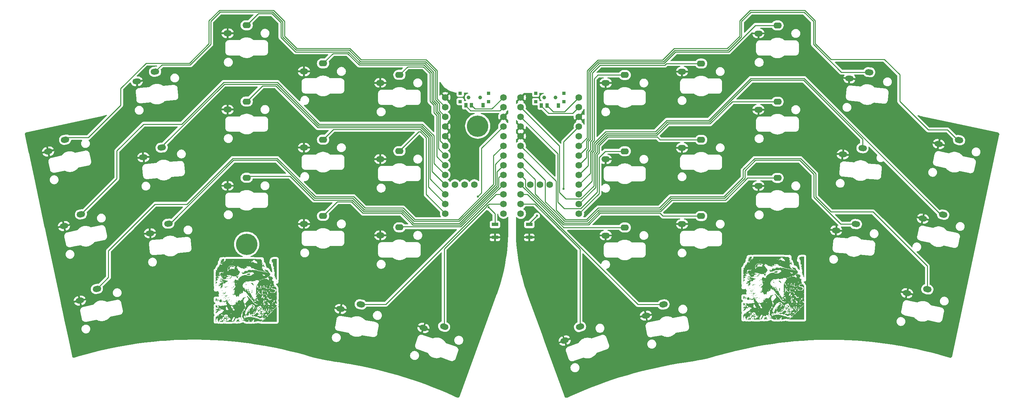
<source format=gbr>
%TF.GenerationSoftware,KiCad,Pcbnew,9.0.0*%
%TF.CreationDate,2025-06-07T14:34:51-06:00*%
%TF.ProjectId,Mau Keys,4d617520-4b65-4797-932e-6b696361645f,rev?*%
%TF.SameCoordinates,Original*%
%TF.FileFunction,Copper,L1,Top*%
%TF.FilePolarity,Positive*%
%FSLAX46Y46*%
G04 Gerber Fmt 4.6, Leading zero omitted, Abs format (unit mm)*
G04 Created by KiCad (PCBNEW 9.0.0) date 2025-06-07 14:34:51*
%MOMM*%
%LPD*%
G01*
G04 APERTURE LIST*
G04 Aperture macros list*
%AMHorizOval*
0 Thick line with rounded ends*
0 $1 width*
0 $2 $3 position (X,Y) of the first rounded end (center of the circle)*
0 $4 $5 position (X,Y) of the second rounded end (center of the circle)*
0 Add line between two ends*
20,1,$1,$2,$3,$4,$5,0*
0 Add two circle primitives to create the rounded ends*
1,1,$1,$2,$3*
1,1,$1,$4,$5*%
G04 Aperture macros list end*
%TA.AperFunction,EtchedComponent*%
%ADD10C,0.000000*%
%TD*%
%TA.AperFunction,SMDPad,CuDef*%
%ADD11R,1.700000X0.900000*%
%TD*%
%TA.AperFunction,ComponentPad*%
%ADD12HorizOval,1.600000X0.298858X-0.026147X-0.298858X0.026147X0*%
%TD*%
%TA.AperFunction,ComponentPad*%
%ADD13HorizOval,1.500000X0.348668X-0.030505X-0.348668X0.030505X0*%
%TD*%
%TA.AperFunction,ComponentPad*%
%ADD14O,2.200000X1.600000*%
%TD*%
%TA.AperFunction,ComponentPad*%
%ADD15O,2.200000X1.500000*%
%TD*%
%TA.AperFunction,ComponentPad*%
%ADD16HorizOval,1.600000X0.295442X0.052094X-0.295442X-0.052094X0*%
%TD*%
%TA.AperFunction,ComponentPad*%
%ADD17HorizOval,1.500000X0.344683X0.060777X-0.344683X-0.060777X0*%
%TD*%
%TA.AperFunction,WasherPad*%
%ADD18C,1.000000*%
%TD*%
%TA.AperFunction,SMDPad,CuDef*%
%ADD19R,0.900000X0.900000*%
%TD*%
%TA.AperFunction,SMDPad,CuDef*%
%ADD20R,0.900000X1.250000*%
%TD*%
%TA.AperFunction,ComponentPad*%
%ADD21C,5.600000*%
%TD*%
%TA.AperFunction,ComponentPad*%
%ADD22HorizOval,1.600000X0.298858X0.026147X-0.298858X-0.026147X0*%
%TD*%
%TA.AperFunction,ComponentPad*%
%ADD23HorizOval,1.500000X0.348668X0.030505X-0.348668X-0.030505X0*%
%TD*%
%TA.AperFunction,ComponentPad*%
%ADD24HorizOval,1.600000X0.293444X0.062374X-0.293444X-0.062374X0*%
%TD*%
%TA.AperFunction,ComponentPad*%
%ADD25HorizOval,1.500000X0.342352X0.072769X-0.342352X-0.072769X0*%
%TD*%
%TA.AperFunction,ComponentPad*%
%ADD26C,1.752600*%
%TD*%
%TA.AperFunction,ComponentPad*%
%ADD27HorizOval,1.600000X0.283054X0.099401X-0.283054X-0.099401X0*%
%TD*%
%TA.AperFunction,ComponentPad*%
%ADD28HorizOval,1.500000X0.330229X0.115968X-0.330229X-0.115968X0*%
%TD*%
%TA.AperFunction,ComponentPad*%
%ADD29HorizOval,1.600000X0.283054X-0.099401X-0.283054X0.099401X0*%
%TD*%
%TA.AperFunction,ComponentPad*%
%ADD30HorizOval,1.500000X0.330229X-0.115968X-0.330229X0.115968X0*%
%TD*%
%TA.AperFunction,ComponentPad*%
%ADD31HorizOval,1.600000X0.293444X-0.062374X-0.293444X0.062374X0*%
%TD*%
%TA.AperFunction,ComponentPad*%
%ADD32HorizOval,1.500000X0.342352X-0.072769X-0.342352X0.072769X0*%
%TD*%
%TA.AperFunction,ComponentPad*%
%ADD33HorizOval,1.600000X0.295442X-0.052094X-0.295442X0.052094X0*%
%TD*%
%TA.AperFunction,ComponentPad*%
%ADD34HorizOval,1.500000X0.344683X-0.060777X-0.344683X0.060777X0*%
%TD*%
%TA.AperFunction,ViaPad*%
%ADD35C,0.600000*%
%TD*%
%TA.AperFunction,Conductor*%
%ADD36C,0.250000*%
%TD*%
G04 APERTURE END LIST*
D10*
%TA.AperFunction,EtchedComponent*%
%TO.C,G\u002A\u002A\u002A*%
G36*
X71972917Y-89593143D02*
G01*
X71955351Y-89610708D01*
X71937786Y-89593143D01*
X71955351Y-89575577D01*
X71972917Y-89593143D01*
G37*
%TD.AperFunction*%
%TA.AperFunction,EtchedComponent*%
G36*
X72043180Y-97005867D02*
G01*
X72025614Y-97023433D01*
X72008048Y-97005867D01*
X72025614Y-96988302D01*
X72043180Y-97005867D01*
G37*
%TD.AperFunction*%
%TA.AperFunction,EtchedComponent*%
G36*
X72113443Y-95846531D02*
G01*
X72095877Y-95864097D01*
X72078311Y-95846531D01*
X72095877Y-95828966D01*
X72113443Y-95846531D01*
G37*
%TD.AperFunction*%
%TA.AperFunction,EtchedComponent*%
G36*
X72745808Y-86958288D02*
G01*
X72728242Y-86975854D01*
X72710676Y-86958288D01*
X72728242Y-86940722D01*
X72745808Y-86958288D01*
G37*
%TD.AperFunction*%
%TA.AperFunction,EtchedComponent*%
G36*
X72745808Y-95951925D02*
G01*
X72728242Y-95969491D01*
X72710676Y-95951925D01*
X72728242Y-95934360D01*
X72745808Y-95951925D01*
G37*
%TD.AperFunction*%
%TA.AperFunction,EtchedComponent*%
G36*
X72991728Y-83199228D02*
G01*
X72974162Y-83216794D01*
X72956596Y-83199228D01*
X72974162Y-83181663D01*
X72991728Y-83199228D01*
G37*
%TD.AperFunction*%
%TA.AperFunction,EtchedComponent*%
G36*
X73026859Y-90647084D02*
G01*
X73009293Y-90664650D01*
X72991728Y-90647084D01*
X73009293Y-90629519D01*
X73026859Y-90647084D01*
G37*
%TD.AperFunction*%
%TA.AperFunction,EtchedComponent*%
G36*
X73132253Y-90857873D02*
G01*
X73114687Y-90875439D01*
X73097122Y-90857873D01*
X73114687Y-90840307D01*
X73132253Y-90857873D01*
G37*
%TD.AperFunction*%
%TA.AperFunction,EtchedComponent*%
G36*
X73272779Y-86958288D02*
G01*
X73255213Y-86975854D01*
X73237647Y-86958288D01*
X73255213Y-86940722D01*
X73272779Y-86958288D01*
G37*
%TD.AperFunction*%
%TA.AperFunction,EtchedComponent*%
G36*
X73272779Y-87028551D02*
G01*
X73255213Y-87046116D01*
X73237647Y-87028551D01*
X73255213Y-87010985D01*
X73272779Y-87028551D01*
G37*
%TD.AperFunction*%
%TA.AperFunction,EtchedComponent*%
G36*
X73307910Y-82461469D02*
G01*
X73290344Y-82479035D01*
X73272779Y-82461469D01*
X73290344Y-82443903D01*
X73307910Y-82461469D01*
G37*
%TD.AperFunction*%
%TA.AperFunction,EtchedComponent*%
G36*
X73624093Y-98165203D02*
G01*
X73606527Y-98182769D01*
X73588961Y-98165203D01*
X73606527Y-98147638D01*
X73624093Y-98165203D01*
G37*
%TD.AperFunction*%
%TA.AperFunction,EtchedComponent*%
G36*
X73694356Y-97181524D02*
G01*
X73676790Y-97199090D01*
X73659224Y-97181524D01*
X73676790Y-97163959D01*
X73694356Y-97181524D01*
G37*
%TD.AperFunction*%
%TA.AperFunction,EtchedComponent*%
G36*
X74045670Y-93317071D02*
G01*
X74028104Y-93334636D01*
X74010538Y-93317071D01*
X74028104Y-93299505D01*
X74045670Y-93317071D01*
G37*
%TD.AperFunction*%
%TA.AperFunction,EtchedComponent*%
G36*
X74115932Y-89593143D02*
G01*
X74098367Y-89610708D01*
X74080801Y-89593143D01*
X74098367Y-89575577D01*
X74115932Y-89593143D01*
G37*
%TD.AperFunction*%
%TA.AperFunction,EtchedComponent*%
G36*
X74221326Y-89558011D02*
G01*
X74203761Y-89575577D01*
X74186195Y-89558011D01*
X74203761Y-89540445D01*
X74221326Y-89558011D01*
G37*
%TD.AperFunction*%
%TA.AperFunction,EtchedComponent*%
G36*
X74502378Y-87731179D02*
G01*
X74484812Y-87748744D01*
X74467246Y-87731179D01*
X74484812Y-87713613D01*
X74502378Y-87731179D01*
G37*
%TD.AperFunction*%
%TA.AperFunction,EtchedComponent*%
G36*
X74502378Y-90049851D02*
G01*
X74484812Y-90067416D01*
X74467246Y-90049851D01*
X74484812Y-90032285D01*
X74502378Y-90049851D01*
G37*
%TD.AperFunction*%
%TA.AperFunction,EtchedComponent*%
G36*
X74537509Y-88820252D02*
G01*
X74519943Y-88837818D01*
X74502378Y-88820252D01*
X74519943Y-88802686D01*
X74537509Y-88820252D01*
G37*
%TD.AperFunction*%
%TA.AperFunction,EtchedComponent*%
G36*
X74572640Y-98586780D02*
G01*
X74555075Y-98604346D01*
X74537509Y-98586780D01*
X74555075Y-98569214D01*
X74572640Y-98586780D01*
G37*
%TD.AperFunction*%
%TA.AperFunction,EtchedComponent*%
G36*
X74853692Y-91736158D02*
G01*
X74836126Y-91753723D01*
X74818560Y-91736158D01*
X74836126Y-91718592D01*
X74853692Y-91736158D01*
G37*
%TD.AperFunction*%
%TA.AperFunction,EtchedComponent*%
G36*
X74959086Y-87169076D02*
G01*
X74941520Y-87186642D01*
X74923954Y-87169076D01*
X74941520Y-87151510D01*
X74959086Y-87169076D01*
G37*
%TD.AperFunction*%
%TA.AperFunction,EtchedComponent*%
G36*
X74959086Y-95670874D02*
G01*
X74941520Y-95688440D01*
X74923954Y-95670874D01*
X74941520Y-95653309D01*
X74959086Y-95670874D01*
G37*
%TD.AperFunction*%
%TA.AperFunction,EtchedComponent*%
G36*
X75099611Y-92895494D02*
G01*
X75082046Y-92913060D01*
X75064480Y-92895494D01*
X75082046Y-92877928D01*
X75099611Y-92895494D01*
G37*
%TD.AperFunction*%
%TA.AperFunction,EtchedComponent*%
G36*
X75134743Y-85307112D02*
G01*
X75117177Y-85324678D01*
X75099611Y-85307112D01*
X75117177Y-85289546D01*
X75134743Y-85307112D01*
G37*
%TD.AperFunction*%
%TA.AperFunction,EtchedComponent*%
G36*
X75169874Y-98165203D02*
G01*
X75152309Y-98182769D01*
X75134743Y-98165203D01*
X75152309Y-98147638D01*
X75169874Y-98165203D01*
G37*
%TD.AperFunction*%
%TA.AperFunction,EtchedComponent*%
G36*
X75240137Y-88714858D02*
G01*
X75222571Y-88732423D01*
X75205006Y-88714858D01*
X75222571Y-88697292D01*
X75240137Y-88714858D01*
G37*
%TD.AperFunction*%
%TA.AperFunction,EtchedComponent*%
G36*
X75415794Y-92368523D02*
G01*
X75398228Y-92386089D01*
X75380663Y-92368523D01*
X75398228Y-92350957D01*
X75415794Y-92368523D01*
G37*
%TD.AperFunction*%
%TA.AperFunction,EtchedComponent*%
G36*
X75556320Y-86993419D02*
G01*
X75538754Y-87010985D01*
X75521188Y-86993419D01*
X75538754Y-86975854D01*
X75556320Y-86993419D01*
G37*
%TD.AperFunction*%
%TA.AperFunction,EtchedComponent*%
G36*
X75591451Y-86852894D02*
G01*
X75573885Y-86870459D01*
X75556320Y-86852894D01*
X75573885Y-86835328D01*
X75591451Y-86852894D01*
G37*
%TD.AperFunction*%
%TA.AperFunction,EtchedComponent*%
G36*
X75696845Y-93352202D02*
G01*
X75679279Y-93369768D01*
X75661714Y-93352202D01*
X75679279Y-93334636D01*
X75696845Y-93352202D01*
G37*
%TD.AperFunction*%
%TA.AperFunction,EtchedComponent*%
G36*
X75802239Y-93422465D02*
G01*
X75784674Y-93440031D01*
X75767108Y-93422465D01*
X75784674Y-93404899D01*
X75802239Y-93422465D01*
G37*
%TD.AperFunction*%
%TA.AperFunction,EtchedComponent*%
G36*
X75837371Y-94195356D02*
G01*
X75819805Y-94212921D01*
X75802239Y-94195356D01*
X75819805Y-94177790D01*
X75837371Y-94195356D01*
G37*
%TD.AperFunction*%
%TA.AperFunction,EtchedComponent*%
G36*
X76118422Y-93211676D02*
G01*
X76100856Y-93229242D01*
X76083291Y-93211676D01*
X76100856Y-93194111D01*
X76118422Y-93211676D01*
G37*
%TD.AperFunction*%
%TA.AperFunction,EtchedComponent*%
G36*
X76118422Y-93352202D02*
G01*
X76100856Y-93369768D01*
X76083291Y-93352202D01*
X76100856Y-93334636D01*
X76118422Y-93352202D01*
G37*
%TD.AperFunction*%
%TA.AperFunction,EtchedComponent*%
G36*
X76118422Y-93703516D02*
G01*
X76100856Y-93721082D01*
X76083291Y-93703516D01*
X76100856Y-93685950D01*
X76118422Y-93703516D01*
G37*
%TD.AperFunction*%
%TA.AperFunction,EtchedComponent*%
G36*
X76399473Y-89593143D02*
G01*
X76381907Y-89610708D01*
X76364342Y-89593143D01*
X76381907Y-89575577D01*
X76399473Y-89593143D01*
G37*
%TD.AperFunction*%
%TA.AperFunction,EtchedComponent*%
G36*
X76399473Y-91384844D02*
G01*
X76381907Y-91402410D01*
X76364342Y-91384844D01*
X76381907Y-91367278D01*
X76399473Y-91384844D01*
G37*
%TD.AperFunction*%
%TA.AperFunction,EtchedComponent*%
G36*
X76610261Y-97813889D02*
G01*
X76592696Y-97831455D01*
X76575130Y-97813889D01*
X76592696Y-97796324D01*
X76610261Y-97813889D01*
G37*
%TD.AperFunction*%
%TA.AperFunction,EtchedComponent*%
G36*
X76645393Y-89839062D02*
G01*
X76627827Y-89856628D01*
X76610261Y-89839062D01*
X76627827Y-89821497D01*
X76645393Y-89839062D01*
G37*
%TD.AperFunction*%
%TA.AperFunction,EtchedComponent*%
G36*
X76680524Y-89979588D02*
G01*
X76662959Y-89997154D01*
X76645393Y-89979588D01*
X76662959Y-89962022D01*
X76680524Y-89979588D01*
G37*
%TD.AperFunction*%
%TA.AperFunction,EtchedComponent*%
G36*
X76680524Y-90893004D02*
G01*
X76662959Y-90910570D01*
X76645393Y-90893004D01*
X76662959Y-90875439D01*
X76680524Y-90893004D01*
G37*
%TD.AperFunction*%
%TA.AperFunction,EtchedComponent*%
G36*
X77488546Y-93633253D02*
G01*
X77470981Y-93650819D01*
X77453415Y-93633253D01*
X77470981Y-93615688D01*
X77488546Y-93633253D01*
G37*
%TD.AperFunction*%
%TA.AperFunction,EtchedComponent*%
G36*
X77523678Y-93703516D02*
G01*
X77506112Y-93721082D01*
X77488546Y-93703516D01*
X77506112Y-93685950D01*
X77523678Y-93703516D01*
G37*
%TD.AperFunction*%
%TA.AperFunction,EtchedComponent*%
G36*
X77558809Y-93106282D02*
G01*
X77541244Y-93123848D01*
X77523678Y-93106282D01*
X77541244Y-93088717D01*
X77558809Y-93106282D01*
G37*
%TD.AperFunction*%
%TA.AperFunction,EtchedComponent*%
G36*
X77699335Y-84358564D02*
G01*
X77681769Y-84376130D01*
X77664203Y-84358564D01*
X77681769Y-84340999D01*
X77699335Y-84358564D01*
G37*
%TD.AperFunction*%
%TA.AperFunction,EtchedComponent*%
G36*
X78542488Y-86606974D02*
G01*
X78524923Y-86624540D01*
X78507357Y-86606974D01*
X78524923Y-86589408D01*
X78542488Y-86606974D01*
G37*
%TD.AperFunction*%
%TA.AperFunction,EtchedComponent*%
G36*
X78647883Y-98340860D02*
G01*
X78630317Y-98358426D01*
X78612751Y-98340860D01*
X78630317Y-98323295D01*
X78647883Y-98340860D01*
G37*
%TD.AperFunction*%
%TA.AperFunction,EtchedComponent*%
G36*
X78928934Y-91384844D02*
G01*
X78911368Y-91402410D01*
X78893802Y-91384844D01*
X78911368Y-91367278D01*
X78928934Y-91384844D01*
G37*
%TD.AperFunction*%
%TA.AperFunction,EtchedComponent*%
G36*
X78999196Y-85447638D02*
G01*
X78981631Y-85465203D01*
X78964065Y-85447638D01*
X78981631Y-85430072D01*
X78999196Y-85447638D01*
G37*
%TD.AperFunction*%
%TA.AperFunction,EtchedComponent*%
G36*
X79069459Y-91490238D02*
G01*
X79051894Y-91507804D01*
X79034328Y-91490238D01*
X79051894Y-91472672D01*
X79069459Y-91490238D01*
G37*
%TD.AperFunction*%
%TA.AperFunction,EtchedComponent*%
G36*
X80018007Y-88398675D02*
G01*
X80000441Y-88416241D01*
X79982876Y-88398675D01*
X80000441Y-88381109D01*
X80018007Y-88398675D01*
G37*
%TD.AperFunction*%
%TA.AperFunction,EtchedComponent*%
G36*
X80509847Y-91103793D02*
G01*
X80492281Y-91121358D01*
X80474715Y-91103793D01*
X80492281Y-91086227D01*
X80509847Y-91103793D01*
G37*
%TD.AperFunction*%
%TA.AperFunction,EtchedComponent*%
G36*
X81388131Y-97462575D02*
G01*
X81370566Y-97480141D01*
X81353000Y-97462575D01*
X81370566Y-97445010D01*
X81388131Y-97462575D01*
G37*
%TD.AperFunction*%
%TA.AperFunction,EtchedComponent*%
G36*
X81739445Y-83023571D02*
G01*
X81721880Y-83041137D01*
X81704314Y-83023571D01*
X81721880Y-83006006D01*
X81739445Y-83023571D01*
G37*
%TD.AperFunction*%
%TA.AperFunction,EtchedComponent*%
G36*
X81950234Y-85166587D02*
G01*
X81932668Y-85184152D01*
X81915102Y-85166587D01*
X81932668Y-85149021D01*
X81950234Y-85166587D01*
G37*
%TD.AperFunction*%
%TA.AperFunction,EtchedComponent*%
G36*
X82301548Y-96584291D02*
G01*
X82283982Y-96601856D01*
X82266416Y-96584291D01*
X82283982Y-96566725D01*
X82301548Y-96584291D01*
G37*
%TD.AperFunction*%
%TA.AperFunction,EtchedComponent*%
G36*
X82406942Y-96443765D02*
G01*
X82389376Y-96461331D01*
X82371811Y-96443765D01*
X82389376Y-96426199D01*
X82406942Y-96443765D01*
G37*
%TD.AperFunction*%
%TA.AperFunction,EtchedComponent*%
G36*
X82477205Y-96303239D02*
G01*
X82459639Y-96320805D01*
X82442073Y-96303239D01*
X82459639Y-96285674D01*
X82477205Y-96303239D01*
G37*
%TD.AperFunction*%
%TA.AperFunction,EtchedComponent*%
G36*
X82723125Y-96303239D02*
G01*
X82705559Y-96320805D01*
X82687993Y-96303239D01*
X82705559Y-96285674D01*
X82723125Y-96303239D01*
G37*
%TD.AperFunction*%
%TA.AperFunction,EtchedComponent*%
G36*
X82758256Y-97849021D02*
G01*
X82740690Y-97866587D01*
X82723125Y-97849021D01*
X82740690Y-97831455D01*
X82758256Y-97849021D01*
G37*
%TD.AperFunction*%
%TA.AperFunction,EtchedComponent*%
G36*
X82793387Y-96127582D02*
G01*
X82775822Y-96145148D01*
X82758256Y-96127582D01*
X82775822Y-96110017D01*
X82793387Y-96127582D01*
G37*
%TD.AperFunction*%
%TA.AperFunction,EtchedComponent*%
G36*
X82933913Y-97778758D02*
G01*
X82916347Y-97796324D01*
X82898782Y-97778758D01*
X82916347Y-97761192D01*
X82933913Y-97778758D01*
G37*
%TD.AperFunction*%
%TA.AperFunction,EtchedComponent*%
G36*
X83109570Y-94933115D02*
G01*
X83092004Y-94950681D01*
X83074439Y-94933115D01*
X83092004Y-94915549D01*
X83109570Y-94933115D01*
G37*
%TD.AperFunction*%
%TA.AperFunction,EtchedComponent*%
G36*
X83320358Y-95354692D02*
G01*
X83302793Y-95372257D01*
X83285227Y-95354692D01*
X83302793Y-95337126D01*
X83320358Y-95354692D01*
G37*
%TD.AperFunction*%
%TA.AperFunction,EtchedComponent*%
G36*
X83390621Y-95389823D02*
G01*
X83373055Y-95407389D01*
X83355490Y-95389823D01*
X83373055Y-95372257D01*
X83390621Y-95389823D01*
G37*
%TD.AperFunction*%
%TA.AperFunction,EtchedComponent*%
G36*
X83425752Y-96338371D02*
G01*
X83408187Y-96355936D01*
X83390621Y-96338371D01*
X83408187Y-96320805D01*
X83425752Y-96338371D01*
G37*
%TD.AperFunction*%
%TA.AperFunction,EtchedComponent*%
G36*
X83460884Y-95354692D02*
G01*
X83443318Y-95372257D01*
X83425752Y-95354692D01*
X83443318Y-95337126D01*
X83460884Y-95354692D01*
G37*
%TD.AperFunction*%
%TA.AperFunction,EtchedComponent*%
G36*
X83460884Y-97251787D02*
G01*
X83443318Y-97269353D01*
X83425752Y-97251787D01*
X83443318Y-97234221D01*
X83460884Y-97251787D01*
G37*
%TD.AperFunction*%
%TA.AperFunction,EtchedComponent*%
G36*
X83987855Y-82391206D02*
G01*
X83970289Y-82408772D01*
X83952723Y-82391206D01*
X83970289Y-82373641D01*
X83987855Y-82391206D01*
G37*
%TD.AperFunction*%
%TA.AperFunction,EtchedComponent*%
G36*
X84268906Y-84920667D02*
G01*
X84251340Y-84938232D01*
X84233775Y-84920667D01*
X84251340Y-84903101D01*
X84268906Y-84920667D01*
G37*
%TD.AperFunction*%
%TA.AperFunction,EtchedComponent*%
G36*
X84831008Y-94265618D02*
G01*
X84813443Y-94283184D01*
X84795877Y-94265618D01*
X84813443Y-94248053D01*
X84831008Y-94265618D01*
G37*
%TD.AperFunction*%
%TA.AperFunction,EtchedComponent*%
G36*
X85357979Y-85166587D02*
G01*
X85340414Y-85184152D01*
X85322848Y-85166587D01*
X85340414Y-85149021D01*
X85357979Y-85166587D01*
G37*
%TD.AperFunction*%
%TA.AperFunction,EtchedComponent*%
G36*
X85639031Y-87731179D02*
G01*
X85621465Y-87748744D01*
X85603899Y-87731179D01*
X85621465Y-87713613D01*
X85639031Y-87731179D01*
G37*
%TD.AperFunction*%
%TA.AperFunction,EtchedComponent*%
G36*
X85674162Y-93879173D02*
G01*
X85656596Y-93896739D01*
X85639031Y-93879173D01*
X85656596Y-93861607D01*
X85674162Y-93879173D01*
G37*
%TD.AperFunction*%
%TA.AperFunction,EtchedComponent*%
G36*
X85779556Y-95811400D02*
G01*
X85761990Y-95828966D01*
X85744425Y-95811400D01*
X85761990Y-95793834D01*
X85779556Y-95811400D01*
G37*
%TD.AperFunction*%
%TA.AperFunction,EtchedComponent*%
G36*
X86868629Y-86642105D02*
G01*
X86851064Y-86659671D01*
X86833498Y-86642105D01*
X86851064Y-86624540D01*
X86868629Y-86642105D01*
G37*
%TD.AperFunction*%
%TA.AperFunction,EtchedComponent*%
G36*
X86938892Y-87274470D02*
G01*
X86921326Y-87292036D01*
X86903761Y-87274470D01*
X86921326Y-87256905D01*
X86938892Y-87274470D01*
G37*
%TD.AperFunction*%
%TA.AperFunction,EtchedComponent*%
G36*
X87219943Y-88785120D02*
G01*
X87202378Y-88802686D01*
X87184812Y-88785120D01*
X87202378Y-88767555D01*
X87219943Y-88785120D01*
G37*
%TD.AperFunction*%
%TA.AperFunction,EtchedComponent*%
G36*
X87536126Y-87450127D02*
G01*
X87518560Y-87467693D01*
X87500995Y-87450127D01*
X87518560Y-87432562D01*
X87536126Y-87450127D01*
G37*
%TD.AperFunction*%
%TA.AperFunction,EtchedComponent*%
G36*
X87817177Y-88152755D02*
G01*
X87799611Y-88170321D01*
X87782046Y-88152755D01*
X87799611Y-88135190D01*
X87817177Y-88152755D01*
G37*
%TD.AperFunction*%
%TA.AperFunction,EtchedComponent*%
G36*
X72593572Y-92749113D02*
G01*
X72588749Y-92769999D01*
X72570151Y-92772534D01*
X72541234Y-92759680D01*
X72546730Y-92749113D01*
X72588423Y-92744909D01*
X72593572Y-92749113D01*
G37*
%TD.AperFunction*%
%TA.AperFunction,EtchedComponent*%
G36*
X72684328Y-87163375D02*
G01*
X72688741Y-87176198D01*
X72640414Y-87181095D01*
X72590540Y-87175574D01*
X72596499Y-87163375D01*
X72668426Y-87158735D01*
X72684328Y-87163375D01*
G37*
%TD.AperFunction*%
%TA.AperFunction,EtchedComponent*%
G36*
X72734675Y-87320580D02*
G01*
X72738863Y-87375486D01*
X72731902Y-87387916D01*
X72715934Y-87377438D01*
X72713450Y-87341806D01*
X72722030Y-87304319D01*
X72734675Y-87320580D01*
G37*
%TD.AperFunction*%
%TA.AperFunction,EtchedComponent*%
G36*
X72909754Y-83860870D02*
G01*
X72904932Y-83881755D01*
X72886333Y-83884291D01*
X72857416Y-83871437D01*
X72862912Y-83860870D01*
X72904605Y-83856665D01*
X72909754Y-83860870D01*
G37*
%TD.AperFunction*%
%TA.AperFunction,EtchedComponent*%
G36*
X72944886Y-95313705D02*
G01*
X72940063Y-95334591D01*
X72921465Y-95337126D01*
X72892548Y-95324272D01*
X72898044Y-95313705D01*
X72939737Y-95309501D01*
X72944886Y-95313705D01*
G37*
%TD.AperFunction*%
%TA.AperFunction,EtchedComponent*%
G36*
X73577251Y-90395309D02*
G01*
X73572428Y-90416195D01*
X73553830Y-90418730D01*
X73524913Y-90405876D01*
X73530409Y-90395309D01*
X73572102Y-90391105D01*
X73577251Y-90395309D01*
G37*
%TD.AperFunction*%
%TA.AperFunction,EtchedComponent*%
G36*
X73577251Y-91519514D02*
G01*
X73581455Y-91561207D01*
X73577251Y-91566356D01*
X73556365Y-91561534D01*
X73553830Y-91542935D01*
X73566684Y-91514018D01*
X73577251Y-91519514D01*
G37*
%TD.AperFunction*%
%TA.AperFunction,EtchedComponent*%
G36*
X73858302Y-97035143D02*
G01*
X73862507Y-97076836D01*
X73858302Y-97081985D01*
X73837416Y-97077163D01*
X73834881Y-97058564D01*
X73847735Y-97029647D01*
X73858302Y-97035143D01*
G37*
%TD.AperFunction*%
%TA.AperFunction,EtchedComponent*%
G36*
X73893433Y-90395309D02*
G01*
X73888611Y-90416195D01*
X73870013Y-90418730D01*
X73841095Y-90405876D01*
X73846592Y-90395309D01*
X73888284Y-90391105D01*
X73893433Y-90395309D01*
G37*
%TD.AperFunction*%
%TA.AperFunction,EtchedComponent*%
G36*
X74525799Y-91378989D02*
G01*
X74520976Y-91399874D01*
X74502378Y-91402410D01*
X74473461Y-91389555D01*
X74478957Y-91378989D01*
X74520649Y-91374784D01*
X74525799Y-91378989D01*
G37*
%TD.AperFunction*%
%TA.AperFunction,EtchedComponent*%
G36*
X74596061Y-87690192D02*
G01*
X74591239Y-87711077D01*
X74572640Y-87713613D01*
X74543723Y-87700759D01*
X74549220Y-87690192D01*
X74590912Y-87685987D01*
X74596061Y-87690192D01*
G37*
%TD.AperFunction*%
%TA.AperFunction,EtchedComponent*%
G36*
X74877113Y-90641229D02*
G01*
X74872290Y-90662115D01*
X74853692Y-90664650D01*
X74824775Y-90651796D01*
X74830271Y-90641229D01*
X74871963Y-90637025D01*
X74877113Y-90641229D01*
G37*
%TD.AperFunction*%
%TA.AperFunction,EtchedComponent*%
G36*
X74947375Y-88006374D02*
G01*
X74942553Y-88027260D01*
X74923954Y-88029795D01*
X74895037Y-88016941D01*
X74900534Y-88006374D01*
X74942226Y-88002170D01*
X74947375Y-88006374D01*
G37*
%TD.AperFunction*%
%TA.AperFunction,EtchedComponent*%
G36*
X75087901Y-89657550D02*
G01*
X75083078Y-89678436D01*
X75064480Y-89680971D01*
X75035563Y-89668117D01*
X75041059Y-89657550D01*
X75082752Y-89653346D01*
X75087901Y-89657550D01*
G37*
%TD.AperFunction*%
%TA.AperFunction,EtchedComponent*%
G36*
X75228427Y-93522004D02*
G01*
X75232631Y-93563697D01*
X75228427Y-93568846D01*
X75207541Y-93564023D01*
X75205006Y-93545425D01*
X75217860Y-93516508D01*
X75228427Y-93522004D01*
G37*
%TD.AperFunction*%
%TA.AperFunction,EtchedComponent*%
G36*
X75230622Y-87903176D02*
G01*
X75220145Y-87919144D01*
X75184512Y-87921628D01*
X75147026Y-87913048D01*
X75163287Y-87900402D01*
X75218193Y-87896214D01*
X75230622Y-87903176D01*
G37*
%TD.AperFunction*%
%TA.AperFunction,EtchedComponent*%
G36*
X75755397Y-93522004D02*
G01*
X75750575Y-93542889D01*
X75731977Y-93545425D01*
X75703059Y-93532571D01*
X75708556Y-93522004D01*
X75750248Y-93517799D01*
X75755397Y-93522004D01*
G37*
%TD.AperFunction*%
%TA.AperFunction,EtchedComponent*%
G36*
X75790529Y-93205821D02*
G01*
X75794733Y-93247514D01*
X75790529Y-93252663D01*
X75769643Y-93247841D01*
X75767108Y-93229242D01*
X75779962Y-93200325D01*
X75790529Y-93205821D01*
G37*
%TD.AperFunction*%
%TA.AperFunction,EtchedComponent*%
G36*
X76387763Y-88568477D02*
G01*
X76391967Y-88610170D01*
X76387763Y-88615319D01*
X76366877Y-88610496D01*
X76364342Y-88591898D01*
X76377196Y-88562981D01*
X76387763Y-88568477D01*
G37*
%TD.AperFunction*%
%TA.AperFunction,EtchedComponent*%
G36*
X76563420Y-89938601D02*
G01*
X76558597Y-89959487D01*
X76539999Y-89962022D01*
X76511082Y-89949168D01*
X76516578Y-89938601D01*
X76558271Y-89934397D01*
X76563420Y-89938601D01*
G37*
%TD.AperFunction*%
%TA.AperFunction,EtchedComponent*%
G36*
X76563420Y-95840676D02*
G01*
X76558597Y-95861562D01*
X76539999Y-95864097D01*
X76511082Y-95851243D01*
X76516578Y-95840676D01*
X76558271Y-95836471D01*
X76563420Y-95840676D01*
G37*
%TD.AperFunction*%
%TA.AperFunction,EtchedComponent*%
G36*
X76598551Y-91238463D02*
G01*
X76593729Y-91259349D01*
X76575130Y-91261884D01*
X76546213Y-91249030D01*
X76551709Y-91238463D01*
X76593402Y-91234258D01*
X76598551Y-91238463D01*
G37*
%TD.AperFunction*%
%TA.AperFunction,EtchedComponent*%
G36*
X76846667Y-89238169D02*
G01*
X76836189Y-89254137D01*
X76800557Y-89256621D01*
X76763070Y-89248041D01*
X76779331Y-89235396D01*
X76834237Y-89231207D01*
X76846667Y-89238169D01*
G37*
%TD.AperFunction*%
%TA.AperFunction,EtchedComponent*%
G36*
X79444194Y-88954922D02*
G01*
X79448399Y-88996615D01*
X79444194Y-89001764D01*
X79423309Y-88996942D01*
X79420773Y-88978343D01*
X79433627Y-88949426D01*
X79444194Y-88954922D01*
G37*
%TD.AperFunction*%
%TA.AperFunction,EtchedComponent*%
G36*
X80498136Y-95383968D02*
G01*
X80493314Y-95404853D01*
X80474715Y-95407389D01*
X80445798Y-95394535D01*
X80451294Y-95383968D01*
X80492987Y-95379763D01*
X80498136Y-95383968D01*
G37*
%TD.AperFunction*%
%TA.AperFunction,EtchedComponent*%
G36*
X80568399Y-90114258D02*
G01*
X80572603Y-90155951D01*
X80568399Y-90161100D01*
X80547513Y-90156278D01*
X80544978Y-90137679D01*
X80557832Y-90108762D01*
X80568399Y-90114258D01*
G37*
%TD.AperFunction*%
%TA.AperFunction,EtchedComponent*%
G36*
X80603530Y-95489362D02*
G01*
X80598708Y-95510248D01*
X80580109Y-95512783D01*
X80551192Y-95499929D01*
X80556688Y-95489362D01*
X80598381Y-95485157D01*
X80603530Y-95489362D01*
G37*
%TD.AperFunction*%
%TA.AperFunction,EtchedComponent*%
G36*
X80638662Y-94681340D02*
G01*
X80633839Y-94702225D01*
X80615241Y-94704761D01*
X80586324Y-94691907D01*
X80591820Y-94681340D01*
X80633513Y-94677135D01*
X80638662Y-94681340D01*
G37*
%TD.AperFunction*%
%TA.AperFunction,EtchedComponent*%
G36*
X80673793Y-90500704D02*
G01*
X80677998Y-90542396D01*
X80673793Y-90547546D01*
X80652907Y-90542723D01*
X80650372Y-90524125D01*
X80663226Y-90495207D01*
X80673793Y-90500704D01*
G37*
%TD.AperFunction*%
%TA.AperFunction,EtchedComponent*%
G36*
X80708924Y-97386457D02*
G01*
X80704102Y-97407343D01*
X80685504Y-97409878D01*
X80656586Y-97397024D01*
X80662083Y-97386457D01*
X80703775Y-97382253D01*
X80708924Y-97386457D01*
G37*
%TD.AperFunction*%
%TA.AperFunction,EtchedComponent*%
G36*
X81306158Y-83193373D02*
G01*
X81301336Y-83214259D01*
X81282737Y-83216794D01*
X81253820Y-83203940D01*
X81259316Y-83193373D01*
X81301009Y-83189169D01*
X81306158Y-83193373D01*
G37*
%TD.AperFunction*%
%TA.AperFunction,EtchedComponent*%
G36*
X81411552Y-96859487D02*
G01*
X81415757Y-96901179D01*
X81411552Y-96906328D01*
X81390667Y-96901506D01*
X81388131Y-96882907D01*
X81400985Y-96853990D01*
X81411552Y-96859487D01*
G37*
%TD.AperFunction*%
%TA.AperFunction,EtchedComponent*%
G36*
X83027597Y-97105406D02*
G01*
X83031801Y-97147099D01*
X83027597Y-97152248D01*
X83006711Y-97147426D01*
X83004176Y-97128827D01*
X83017030Y-97099910D01*
X83027597Y-97105406D01*
G37*
%TD.AperFunction*%
%TA.AperFunction,EtchedComponent*%
G36*
X83273516Y-97105406D02*
G01*
X83268694Y-97126292D01*
X83250096Y-97128827D01*
X83221178Y-97115973D01*
X83226675Y-97105406D01*
X83268367Y-97101202D01*
X83273516Y-97105406D01*
G37*
%TD.AperFunction*%
%TA.AperFunction,EtchedComponent*%
G36*
X83449173Y-94927260D02*
G01*
X83453378Y-94968952D01*
X83449173Y-94974102D01*
X83428288Y-94969279D01*
X83425752Y-94950681D01*
X83438607Y-94921763D01*
X83449173Y-94927260D01*
G37*
%TD.AperFunction*%
%TA.AperFunction,EtchedComponent*%
G36*
X83519436Y-87936112D02*
G01*
X83523641Y-87977804D01*
X83519436Y-87982954D01*
X83498551Y-87978131D01*
X83496015Y-87959533D01*
X83508869Y-87930615D01*
X83519436Y-87936112D01*
G37*
%TD.AperFunction*%
%TA.AperFunction,EtchedComponent*%
G36*
X83591895Y-97107602D02*
G01*
X83581417Y-97123570D01*
X83545785Y-97126054D01*
X83508298Y-97117474D01*
X83524560Y-97104828D01*
X83579466Y-97100640D01*
X83591895Y-97107602D01*
G37*
%TD.AperFunction*%
%TA.AperFunction,EtchedComponent*%
G36*
X83695093Y-95700150D02*
G01*
X83699298Y-95741843D01*
X83695093Y-95746992D01*
X83674208Y-95742170D01*
X83671672Y-95723571D01*
X83684526Y-95694654D01*
X83695093Y-95700150D01*
G37*
%TD.AperFunction*%
%TA.AperFunction,EtchedComponent*%
G36*
X84151801Y-96227121D02*
G01*
X84156006Y-96268814D01*
X84151801Y-96273963D01*
X84130916Y-96269141D01*
X84128380Y-96250542D01*
X84141234Y-96221625D01*
X84151801Y-96227121D01*
G37*
%TD.AperFunction*%
%TA.AperFunction,EtchedComponent*%
G36*
X84186933Y-95735282D02*
G01*
X84191137Y-95776975D01*
X84186933Y-95782124D01*
X84166047Y-95777301D01*
X84163512Y-95758703D01*
X84176366Y-95729786D01*
X84186933Y-95735282D01*
G37*
%TD.AperFunction*%
%TA.AperFunction,EtchedComponent*%
G36*
X84222642Y-83877703D02*
G01*
X84226830Y-83932610D01*
X84219868Y-83945039D01*
X84203901Y-83934561D01*
X84201417Y-83898929D01*
X84209997Y-83861442D01*
X84222642Y-83877703D01*
G37*
%TD.AperFunction*%
%TA.AperFunction,EtchedComponent*%
G36*
X84503115Y-85125600D02*
G01*
X84507320Y-85167293D01*
X84503115Y-85172442D01*
X84482230Y-85167619D01*
X84479694Y-85149021D01*
X84492548Y-85120104D01*
X84503115Y-85125600D01*
G37*
%TD.AperFunction*%
%TA.AperFunction,EtchedComponent*%
G36*
X84749035Y-87444272D02*
G01*
X84744213Y-87465158D01*
X84725614Y-87467693D01*
X84696697Y-87454839D01*
X84702193Y-87444272D01*
X84743886Y-87440068D01*
X84749035Y-87444272D01*
G37*
%TD.AperFunction*%
%TA.AperFunction,EtchedComponent*%
G36*
X84784167Y-95981202D02*
G01*
X84788371Y-96022894D01*
X84784167Y-96028043D01*
X84763281Y-96023221D01*
X84760746Y-96004623D01*
X84773600Y-95975705D01*
X84784167Y-95981202D01*
G37*
%TD.AperFunction*%
%TA.AperFunction,EtchedComponent*%
G36*
X85592189Y-94189500D02*
G01*
X85587366Y-94210386D01*
X85568768Y-94212921D01*
X85539851Y-94200067D01*
X85545347Y-94189500D01*
X85587040Y-94185296D01*
X85592189Y-94189500D01*
G37*
%TD.AperFunction*%
%TA.AperFunction,EtchedComponent*%
G36*
X86927182Y-86390330D02*
G01*
X86931386Y-86432023D01*
X86927182Y-86437172D01*
X86906296Y-86432350D01*
X86903761Y-86413751D01*
X86916615Y-86384834D01*
X86927182Y-86390330D01*
G37*
%TD.AperFunction*%
%TA.AperFunction,EtchedComponent*%
G36*
X87102839Y-88217163D02*
G01*
X87098016Y-88238048D01*
X87079418Y-88240584D01*
X87050501Y-88227730D01*
X87055997Y-88217163D01*
X87097690Y-88212958D01*
X87102839Y-88217163D01*
G37*
%TD.AperFunction*%
%TA.AperFunction,EtchedComponent*%
G36*
X87840598Y-88287426D02*
G01*
X87844803Y-88329118D01*
X87840598Y-88334268D01*
X87819712Y-88329445D01*
X87817177Y-88310847D01*
X87830031Y-88281929D01*
X87840598Y-88287426D01*
G37*
%TD.AperFunction*%
%TA.AperFunction,EtchedComponent*%
G36*
X73650188Y-87299838D02*
G01*
X73646219Y-87320806D01*
X73607652Y-87339440D01*
X73551122Y-87339066D01*
X73535316Y-87325633D01*
X73546881Y-87299160D01*
X73586888Y-87292036D01*
X73650188Y-87299838D01*
G37*
%TD.AperFunction*%
%TA.AperFunction,EtchedComponent*%
G36*
X75904465Y-93552741D02*
G01*
X75900159Y-93585413D01*
X75880810Y-93611858D01*
X75857851Y-93585271D01*
X75844959Y-93533551D01*
X75851419Y-93519666D01*
X75886149Y-93513897D01*
X75904465Y-93552741D01*
G37*
%TD.AperFunction*%
%TA.AperFunction,EtchedComponent*%
G36*
X81216121Y-94624092D02*
G01*
X81233414Y-94668116D01*
X81217963Y-94683803D01*
X81170376Y-94680697D01*
X81158687Y-94667865D01*
X81150493Y-94617990D01*
X81184477Y-94604558D01*
X81216121Y-94624092D01*
G37*
%TD.AperFunction*%
%TA.AperFunction,EtchedComponent*%
G36*
X83320358Y-96265180D02*
G01*
X83292072Y-96313575D01*
X83264734Y-96320805D01*
X83223760Y-96300378D01*
X83223015Y-96279087D01*
X83257983Y-96232693D01*
X83300080Y-96226795D01*
X83320358Y-96265180D01*
G37*
%TD.AperFunction*%
%TA.AperFunction,EtchedComponent*%
G36*
X86863477Y-86474435D02*
G01*
X86868629Y-86499506D01*
X86857052Y-86550265D01*
X86826632Y-86535049D01*
X86817433Y-86521573D01*
X86821838Y-86476453D01*
X86832925Y-86466802D01*
X86863477Y-86474435D01*
G37*
%TD.AperFunction*%
%TA.AperFunction,EtchedComponent*%
G36*
X72002103Y-90367438D02*
G01*
X72008048Y-90383599D01*
X71979594Y-90414767D01*
X71955351Y-90418730D01*
X71908600Y-90399760D01*
X71902654Y-90383599D01*
X71931109Y-90352431D01*
X71955351Y-90348468D01*
X72002103Y-90367438D01*
G37*
%TD.AperFunction*%
%TA.AperFunction,EtchedComponent*%
G36*
X72032158Y-89949584D02*
G01*
X72025614Y-89962022D01*
X71992513Y-89995573D01*
X71986336Y-89997154D01*
X71983939Y-89974461D01*
X71990483Y-89962022D01*
X72023584Y-89928472D01*
X72029761Y-89926891D01*
X72032158Y-89949584D01*
G37*
%TD.AperFunction*%
%TA.AperFunction,EtchedComponent*%
G36*
X72406479Y-93401258D02*
G01*
X72417915Y-93475162D01*
X72403919Y-93554825D01*
X72371073Y-93580556D01*
X72335667Y-93549065D01*
X72324231Y-93475162D01*
X72338227Y-93395499D01*
X72371073Y-93369768D01*
X72406479Y-93401258D01*
G37*
%TD.AperFunction*%
%TA.AperFunction,EtchedComponent*%
G36*
X72532313Y-92861968D02*
G01*
X72535019Y-92873781D01*
X72509382Y-92923446D01*
X72499888Y-92930625D01*
X72467463Y-92929019D01*
X72464757Y-92917206D01*
X72490394Y-92867542D01*
X72499888Y-92860362D01*
X72532313Y-92861968D01*
G37*
%TD.AperFunction*%
%TA.AperFunction,EtchedComponent*%
G36*
X72591899Y-94791753D02*
G01*
X72630378Y-94841612D01*
X72633471Y-94863940D01*
X72599796Y-94856624D01*
X72576592Y-94837675D01*
X72539890Y-94784692D01*
X72535019Y-94765488D01*
X72555073Y-94762256D01*
X72591899Y-94791753D01*
G37*
%TD.AperFunction*%
%TA.AperFunction,EtchedComponent*%
G36*
X72909388Y-87313559D02*
G01*
X72903899Y-87327167D01*
X72872330Y-87360682D01*
X72866694Y-87362299D01*
X72851605Y-87335118D01*
X72851202Y-87327167D01*
X72878209Y-87293386D01*
X72888407Y-87292036D01*
X72909388Y-87313559D01*
G37*
%TD.AperFunction*%
%TA.AperFunction,EtchedComponent*%
G36*
X73190440Y-91740115D02*
G01*
X73184950Y-91753723D01*
X73153381Y-91787238D01*
X73147746Y-91788855D01*
X73132656Y-91761674D01*
X73132253Y-91753723D01*
X73159261Y-91719942D01*
X73169458Y-91718592D01*
X73190440Y-91740115D01*
G37*
%TD.AperFunction*%
%TA.AperFunction,EtchedComponent*%
G36*
X73230944Y-89277736D02*
G01*
X73237647Y-89294526D01*
X73212433Y-89328652D01*
X73204589Y-89329657D01*
X73157010Y-89304120D01*
X73149819Y-89294526D01*
X73157783Y-89264450D01*
X73182877Y-89259394D01*
X73230944Y-89277736D01*
G37*
%TD.AperFunction*%
%TA.AperFunction,EtchedComponent*%
G36*
X73482546Y-90094151D02*
G01*
X73483567Y-90102548D01*
X73456833Y-90136658D01*
X73448436Y-90137679D01*
X73414325Y-90110945D01*
X73413304Y-90102548D01*
X73440038Y-90068437D01*
X73448436Y-90067416D01*
X73482546Y-90094151D01*
G37*
%TD.AperFunction*%
%TA.AperFunction,EtchedComponent*%
G36*
X73541892Y-95710085D02*
G01*
X73536264Y-95723571D01*
X73489725Y-95757391D01*
X73479420Y-95758703D01*
X73460373Y-95737057D01*
X73466001Y-95723571D01*
X73512540Y-95689752D01*
X73522845Y-95688440D01*
X73541892Y-95710085D01*
G37*
%TD.AperFunction*%
%TA.AperFunction,EtchedComponent*%
G36*
X73585668Y-93519559D02*
G01*
X73579860Y-93561655D01*
X73567637Y-93595249D01*
X73532928Y-93646218D01*
X73506590Y-93637497D01*
X73508519Y-93580556D01*
X73536326Y-93523604D01*
X73557927Y-93510293D01*
X73585668Y-93519559D01*
G37*
%TD.AperFunction*%
%TA.AperFunction,EtchedComponent*%
G36*
X73855096Y-89651834D02*
G01*
X73870013Y-89673309D01*
X73839610Y-89695569D01*
X73773401Y-89708093D01*
X73712582Y-89708163D01*
X73714813Y-89691627D01*
X73729487Y-89681162D01*
X73800206Y-89650891D01*
X73855096Y-89651834D01*
G37*
%TD.AperFunction*%
%TA.AperFunction,EtchedComponent*%
G36*
X73964385Y-92584439D02*
G01*
X73957841Y-92596877D01*
X73924740Y-92630428D01*
X73918563Y-92632008D01*
X73916166Y-92609315D01*
X73922710Y-92596877D01*
X73955811Y-92563326D01*
X73961988Y-92561746D01*
X73964385Y-92584439D01*
G37*
%TD.AperFunction*%
%TA.AperFunction,EtchedComponent*%
G36*
X74009517Y-93677553D02*
G01*
X74010538Y-93685950D01*
X73983804Y-93720061D01*
X73975407Y-93721082D01*
X73941296Y-93694348D01*
X73940275Y-93685950D01*
X73967009Y-93651840D01*
X73975407Y-93650819D01*
X74009517Y-93677553D01*
G37*
%TD.AperFunction*%
%TA.AperFunction,EtchedComponent*%
G36*
X74256458Y-98762437D02*
G01*
X74289973Y-98794007D01*
X74291589Y-98799642D01*
X74264408Y-98814731D01*
X74256458Y-98815134D01*
X74222677Y-98788127D01*
X74221326Y-98777930D01*
X74242849Y-98756948D01*
X74256458Y-98762437D01*
G37*
%TD.AperFunction*%
%TA.AperFunction,EtchedComponent*%
G36*
X74279513Y-90896961D02*
G01*
X74274024Y-90910570D01*
X74242454Y-90944085D01*
X74236819Y-90945701D01*
X74221729Y-90918520D01*
X74221326Y-90910570D01*
X74248334Y-90876789D01*
X74258531Y-90875439D01*
X74279513Y-90896961D01*
G37*
%TD.AperFunction*%
%TA.AperFunction,EtchedComponent*%
G36*
X74280953Y-89377573D02*
G01*
X74279118Y-89414686D01*
X74255440Y-89436424D01*
X74189196Y-89467619D01*
X74163726Y-89459369D01*
X74189984Y-89416348D01*
X74195396Y-89410794D01*
X74250083Y-89374757D01*
X74280953Y-89377573D01*
G37*
%TD.AperFunction*%
%TA.AperFunction,EtchedComponent*%
G36*
X74392247Y-82418180D02*
G01*
X74387960Y-82467502D01*
X74373441Y-82512598D01*
X74355670Y-82491840D01*
X74345383Y-82468737D01*
X74332410Y-82406794D01*
X74339946Y-82383836D01*
X74374681Y-82376029D01*
X74392247Y-82418180D01*
G37*
%TD.AperFunction*%
%TA.AperFunction,EtchedComponent*%
G36*
X74666097Y-92864442D02*
G01*
X74660469Y-92877928D01*
X74613930Y-92911748D01*
X74603625Y-92913060D01*
X74584578Y-92891414D01*
X74590206Y-92877928D01*
X74636745Y-92844108D01*
X74647050Y-92842797D01*
X74666097Y-92864442D01*
G37*
%TD.AperFunction*%
%TA.AperFunction,EtchedComponent*%
G36*
X74847763Y-87555826D02*
G01*
X74853692Y-87571014D01*
X74830447Y-87616889D01*
X74785389Y-87627875D01*
X74770763Y-87618974D01*
X74749392Y-87567977D01*
X74786994Y-87538976D01*
X74800995Y-87537956D01*
X74847763Y-87555826D01*
G37*
%TD.AperFunction*%
%TA.AperFunction,EtchedComponent*%
G36*
X74888823Y-87293139D02*
G01*
X74860351Y-87323334D01*
X74836126Y-87327167D01*
X74789253Y-87319651D01*
X74783429Y-87313360D01*
X74810900Y-87290708D01*
X74836126Y-87279332D01*
X74881363Y-87278601D01*
X74888823Y-87293139D01*
G37*
%TD.AperFunction*%
%TA.AperFunction,EtchedComponent*%
G36*
X75099209Y-93115897D02*
G01*
X75099611Y-93123848D01*
X75072604Y-93157629D01*
X75062407Y-93158979D01*
X75041425Y-93137457D01*
X75046914Y-93123848D01*
X75078484Y-93090333D01*
X75084119Y-93088717D01*
X75099209Y-93115897D01*
G37*
%TD.AperFunction*%
%TA.AperFunction,EtchedComponent*%
G36*
X75354314Y-87337505D02*
G01*
X75370962Y-87346193D01*
X75326824Y-87351706D01*
X75275268Y-87352730D01*
X75199285Y-87349990D01*
X75178426Y-87342983D01*
X75196223Y-87337505D01*
X75298595Y-87331693D01*
X75354314Y-87337505D01*
G37*
%TD.AperFunction*%
%TA.AperFunction,EtchedComponent*%
G36*
X75480838Y-86925233D02*
G01*
X75486057Y-86940722D01*
X75456544Y-86968990D01*
X75413721Y-86975854D01*
X75365144Y-86962329D01*
X75363097Y-86940722D01*
X75413928Y-86908397D01*
X75435433Y-86905591D01*
X75480838Y-86925233D01*
G37*
%TD.AperFunction*%
%TA.AperFunction,EtchedComponent*%
G36*
X75507373Y-92544185D02*
G01*
X75503622Y-92561746D01*
X75452943Y-92593718D01*
X75429213Y-92596877D01*
X75394478Y-92579306D01*
X75398228Y-92561746D01*
X75448908Y-92529773D01*
X75472638Y-92526614D01*
X75507373Y-92544185D01*
G37*
%TD.AperFunction*%
%TA.AperFunction,EtchedComponent*%
G36*
X76082270Y-90023888D02*
G01*
X76083291Y-90032285D01*
X76056556Y-90066396D01*
X76048159Y-90067416D01*
X76014049Y-90040682D01*
X76013028Y-90032285D01*
X76039762Y-89998175D01*
X76048159Y-89997154D01*
X76082270Y-90023888D01*
G37*
%TD.AperFunction*%
%TA.AperFunction,EtchedComponent*%
G36*
X76082888Y-93959051D02*
G01*
X76083291Y-93967001D01*
X76056283Y-94000783D01*
X76046086Y-94002133D01*
X76025104Y-93980610D01*
X76030593Y-93967001D01*
X76062163Y-93933487D01*
X76067798Y-93931870D01*
X76082888Y-93959051D01*
G37*
%TD.AperFunction*%
%TA.AperFunction,EtchedComponent*%
G36*
X76147729Y-89512830D02*
G01*
X76153553Y-89519121D01*
X76126082Y-89541774D01*
X76100856Y-89553150D01*
X76055619Y-89553880D01*
X76048159Y-89539343D01*
X76076631Y-89509148D01*
X76100856Y-89505314D01*
X76147729Y-89512830D01*
G37*
%TD.AperFunction*%
%TA.AperFunction,EtchedComponent*%
G36*
X76428659Y-88364948D02*
G01*
X76434605Y-88381109D01*
X76406150Y-88412277D01*
X76381907Y-88416241D01*
X76335156Y-88397271D01*
X76329210Y-88381109D01*
X76357665Y-88349942D01*
X76381907Y-88345978D01*
X76428659Y-88364948D01*
G37*
%TD.AperFunction*%
%TA.AperFunction,EtchedComponent*%
G36*
X76574727Y-88548816D02*
G01*
X76575130Y-88556766D01*
X76548123Y-88590548D01*
X76537925Y-88591898D01*
X76516944Y-88570375D01*
X76522433Y-88556766D01*
X76554002Y-88523252D01*
X76559638Y-88521635D01*
X76574727Y-88548816D01*
G37*
%TD.AperFunction*%
%TA.AperFunction,EtchedComponent*%
G36*
X76691975Y-94063040D02*
G01*
X76683616Y-94105720D01*
X76659271Y-94135261D01*
X76620309Y-94161938D01*
X76610284Y-94132150D01*
X76610261Y-94128551D01*
X76628016Y-94073262D01*
X76664932Y-94048040D01*
X76691975Y-94063040D01*
G37*
%TD.AperFunction*%
%TA.AperFunction,EtchedComponent*%
G36*
X76941011Y-93949408D02*
G01*
X76937148Y-93964994D01*
X76914869Y-94027395D01*
X76891370Y-94027119D01*
X76876207Y-94006114D01*
X76882803Y-93961034D01*
X76906501Y-93933843D01*
X76941292Y-93913665D01*
X76941011Y-93949408D01*
G37*
%TD.AperFunction*%
%TA.AperFunction,EtchedComponent*%
G36*
X77305689Y-98121360D02*
G01*
X77271688Y-98168764D01*
X77227200Y-98204437D01*
X77203463Y-98186359D01*
X77196952Y-98170835D01*
X77206249Y-98115276D01*
X77232308Y-98097021D01*
X77295058Y-98088649D01*
X77305689Y-98121360D01*
G37*
%TD.AperFunction*%
%TA.AperFunction,EtchedComponent*%
G36*
X78929803Y-86289661D02*
G01*
X78943734Y-86333826D01*
X78924327Y-86366604D01*
X78868644Y-86410404D01*
X78829063Y-86385923D01*
X78813360Y-86343488D01*
X78815323Y-86286650D01*
X78856105Y-86273226D01*
X78929803Y-86289661D01*
G37*
%TD.AperFunction*%
%TA.AperFunction,EtchedComponent*%
G36*
X79339488Y-88965905D02*
G01*
X79332945Y-88978343D01*
X79299843Y-89011894D01*
X79293667Y-89013475D01*
X79291270Y-88990781D01*
X79297813Y-88978343D01*
X79330915Y-88944793D01*
X79337091Y-88943212D01*
X79339488Y-88965905D01*
G37*
%TD.AperFunction*%
%TA.AperFunction,EtchedComponent*%
G36*
X79418067Y-88821858D02*
G01*
X79420773Y-88833671D01*
X79395136Y-88883335D01*
X79385642Y-88890515D01*
X79353217Y-88888909D01*
X79350510Y-88877096D01*
X79376148Y-88827431D01*
X79385642Y-88820252D01*
X79418067Y-88821858D01*
G37*
%TD.AperFunction*%
%TA.AperFunction,EtchedComponent*%
G36*
X79841947Y-96312855D02*
G01*
X79842350Y-96320805D01*
X79815343Y-96354586D01*
X79805145Y-96355936D01*
X79784164Y-96334414D01*
X79789653Y-96320805D01*
X79821222Y-96287290D01*
X79826858Y-96285674D01*
X79841947Y-96312855D01*
G37*
%TD.AperFunction*%
%TA.AperFunction,EtchedComponent*%
G36*
X80012789Y-97429521D02*
G01*
X80018007Y-97445010D01*
X79988494Y-97473278D01*
X79945671Y-97480141D01*
X79897094Y-97466617D01*
X79895047Y-97445010D01*
X79945878Y-97412684D01*
X79967383Y-97409878D01*
X80012789Y-97429521D01*
G37*
%TD.AperFunction*%
%TA.AperFunction,EtchedComponent*%
G36*
X80207548Y-89315166D02*
G01*
X80226444Y-89377428D01*
X80208088Y-89398116D01*
X80176098Y-89399920D01*
X80129498Y-89372861D01*
X80123401Y-89349296D01*
X80141308Y-89291238D01*
X80178720Y-89280221D01*
X80207548Y-89315166D01*
G37*
%TD.AperFunction*%
%TA.AperFunction,EtchedComponent*%
G36*
X80399017Y-95498278D02*
G01*
X80384680Y-95540296D01*
X80343784Y-95573914D01*
X80340753Y-95575003D01*
X80314301Y-95564027D01*
X80320359Y-95533284D01*
X80356257Y-95484963D01*
X80376007Y-95477652D01*
X80399017Y-95498278D01*
G37*
%TD.AperFunction*%
%TA.AperFunction,EtchedComponent*%
G36*
X80399369Y-97387546D02*
G01*
X80404452Y-97409878D01*
X80374205Y-97434578D01*
X80307841Y-97442541D01*
X80245351Y-97438271D01*
X80247558Y-97425814D01*
X80281492Y-97409878D01*
X80363579Y-97380682D01*
X80399369Y-97387546D01*
G37*
%TD.AperFunction*%
%TA.AperFunction,EtchedComponent*%
G36*
X80649998Y-97204929D02*
G01*
X80630456Y-97262593D01*
X80598162Y-97315749D01*
X80577366Y-97308882D01*
X80565927Y-97283067D01*
X80563670Y-97216435D01*
X80597737Y-97171183D01*
X80640413Y-97168789D01*
X80649998Y-97204929D01*
G37*
%TD.AperFunction*%
%TA.AperFunction,EtchedComponent*%
G36*
X80688116Y-96760536D02*
G01*
X80706451Y-96791223D01*
X80703060Y-96857400D01*
X80671071Y-96924226D01*
X80615241Y-97003936D01*
X80615241Y-96892798D01*
X80626932Y-96806791D01*
X80654818Y-96758702D01*
X80688116Y-96760536D01*
G37*
%TD.AperFunction*%
%TA.AperFunction,EtchedComponent*%
G36*
X80884216Y-97009824D02*
G01*
X80878726Y-97023433D01*
X80847157Y-97056948D01*
X80841521Y-97058564D01*
X80826432Y-97031384D01*
X80826029Y-97023433D01*
X80853036Y-96989652D01*
X80863234Y-96988302D01*
X80884216Y-97009824D01*
G37*
%TD.AperFunction*%
%TA.AperFunction,EtchedComponent*%
G36*
X80958795Y-97204803D02*
G01*
X80916484Y-97244544D01*
X80883644Y-97254680D01*
X80842791Y-97252423D01*
X80861234Y-97216588D01*
X80863502Y-97213835D01*
X80914738Y-97172029D01*
X80953782Y-97168488D01*
X80958795Y-97204803D01*
G37*
%TD.AperFunction*%
%TA.AperFunction,EtchedComponent*%
G36*
X82460803Y-97648807D02*
G01*
X82477205Y-97678236D01*
X82449553Y-97714370D01*
X82390046Y-97725647D01*
X82333852Y-97708289D01*
X82321596Y-97694947D01*
X82336096Y-97666451D01*
X82389786Y-97647121D01*
X82460803Y-97648807D01*
G37*
%TD.AperFunction*%
%TA.AperFunction,EtchedComponent*%
G36*
X83313655Y-96514804D02*
G01*
X83320358Y-96531593D01*
X83295144Y-96565719D01*
X83287300Y-96566725D01*
X83239721Y-96541188D01*
X83232530Y-96531593D01*
X83240494Y-96501517D01*
X83265588Y-96496462D01*
X83313655Y-96514804D01*
G37*
%TD.AperFunction*%
%TA.AperFunction,EtchedComponent*%
G36*
X83740914Y-95047678D02*
G01*
X83741935Y-95056075D01*
X83715201Y-95090185D01*
X83706804Y-95091206D01*
X83672693Y-95064472D01*
X83671672Y-95056075D01*
X83698406Y-95021964D01*
X83706804Y-95020943D01*
X83740914Y-95047678D01*
G37*
%TD.AperFunction*%
%TA.AperFunction,EtchedComponent*%
G36*
X84186567Y-96482853D02*
G01*
X84181078Y-96496462D01*
X84149508Y-96529977D01*
X84143873Y-96531593D01*
X84128783Y-96504413D01*
X84128380Y-96496462D01*
X84155388Y-96462681D01*
X84165585Y-96461331D01*
X84186567Y-96482853D01*
G37*
%TD.AperFunction*%
%TA.AperFunction,EtchedComponent*%
G36*
X84265285Y-83596413D02*
G01*
X84268906Y-83618732D01*
X84247495Y-83678545D01*
X84233775Y-83691068D01*
X84206123Y-83680311D01*
X84198643Y-83640444D01*
X84212977Y-83582240D01*
X84233775Y-83568108D01*
X84265285Y-83596413D01*
G37*
%TD.AperFunction*%
%TA.AperFunction,EtchedComponent*%
G36*
X84373295Y-97962064D02*
G01*
X84374300Y-97969907D01*
X84348763Y-98017487D01*
X84339169Y-98024678D01*
X84309093Y-98016714D01*
X84304037Y-97991620D01*
X84322380Y-97943553D01*
X84339169Y-97936849D01*
X84373295Y-97962064D01*
G37*
%TD.AperFunction*%
%TA.AperFunction,EtchedComponent*%
G36*
X84443133Y-96030125D02*
G01*
X84444563Y-96039754D01*
X84432577Y-96073972D01*
X84429071Y-96074885D01*
X84399077Y-96050267D01*
X84391866Y-96039754D01*
X84394651Y-96007381D01*
X84407358Y-96004623D01*
X84443133Y-96030125D01*
G37*
%TD.AperFunction*%
%TA.AperFunction,EtchedComponent*%
G36*
X86300582Y-86713772D02*
G01*
X86306527Y-86729934D01*
X86278072Y-86761102D01*
X86253830Y-86765065D01*
X86207078Y-86746095D01*
X86201133Y-86729934D01*
X86229588Y-86698766D01*
X86253830Y-86694802D01*
X86300582Y-86713772D01*
G37*
%TD.AperFunction*%
%TA.AperFunction,EtchedComponent*%
G36*
X86973621Y-86546326D02*
G01*
X86974024Y-86554277D01*
X86947016Y-86588058D01*
X86936819Y-86589408D01*
X86915837Y-86567885D01*
X86921326Y-86554277D01*
X86952896Y-86520762D01*
X86958531Y-86519145D01*
X86973621Y-86546326D01*
G37*
%TD.AperFunction*%
%TA.AperFunction,EtchedComponent*%
G36*
X71994965Y-89301394D02*
G01*
X72008048Y-89310855D01*
X71981155Y-89338073D01*
X71937786Y-89364788D01*
X71883756Y-89384382D01*
X71867707Y-89356295D01*
X71867523Y-89348459D01*
X71896880Y-89304177D01*
X71937786Y-89294526D01*
X71994965Y-89301394D01*
G37*
%TD.AperFunction*%
%TA.AperFunction,EtchedComponent*%
G36*
X72317801Y-95253813D02*
G01*
X72315624Y-95275646D01*
X72273245Y-95314340D01*
X72217766Y-95331717D01*
X72161062Y-95334758D01*
X72163352Y-95310400D01*
X72180905Y-95287803D01*
X72235769Y-95245128D01*
X72289367Y-95233079D01*
X72317801Y-95253813D01*
G37*
%TD.AperFunction*%
%TA.AperFunction,EtchedComponent*%
G36*
X73119191Y-88423331D02*
G01*
X73177648Y-88432239D01*
X73175820Y-88440095D01*
X73109396Y-88451211D01*
X73088371Y-88454151D01*
X73010603Y-88459105D01*
X72983601Y-88447846D01*
X72987480Y-88441568D01*
X73041853Y-88423105D01*
X73119191Y-88423331D01*
G37*
%TD.AperFunction*%
%TA.AperFunction,EtchedComponent*%
G36*
X73882761Y-91192231D02*
G01*
X73895935Y-91243115D01*
X73889470Y-91258823D01*
X73835610Y-91291628D01*
X73762073Y-91292037D01*
X73711738Y-91261587D01*
X73721261Y-91226431D01*
X73772089Y-91195524D01*
X73835648Y-91180455D01*
X73882761Y-91192231D01*
G37*
%TD.AperFunction*%
%TA.AperFunction,EtchedComponent*%
G36*
X73929159Y-98016352D02*
G01*
X73909329Y-98054702D01*
X73905144Y-98059809D01*
X73863048Y-98103471D01*
X73848145Y-98112506D01*
X73836347Y-98083815D01*
X73834881Y-98059809D01*
X73863327Y-98014248D01*
X73891880Y-98007112D01*
X73929159Y-98016352D01*
G37*
%TD.AperFunction*%
%TA.AperFunction,EtchedComponent*%
G36*
X74739502Y-92389023D02*
G01*
X74731304Y-92408093D01*
X74693532Y-92437668D01*
X74621576Y-92480218D01*
X74569631Y-92491738D01*
X74553469Y-92472082D01*
X74572640Y-92438786D01*
X74642626Y-92394559D01*
X74689051Y-92386089D01*
X74739502Y-92389023D01*
G37*
%TD.AperFunction*%
%TA.AperFunction,EtchedComponent*%
G36*
X75234857Y-92531551D02*
G01*
X75227011Y-92551001D01*
X75189508Y-92580429D01*
X75117718Y-92622209D01*
X75064243Y-92633439D01*
X75045428Y-92614265D01*
X75064480Y-92579311D01*
X75133962Y-92536069D01*
X75182959Y-92527732D01*
X75234857Y-92531551D01*
G37*
%TD.AperFunction*%
%TA.AperFunction,EtchedComponent*%
G36*
X75489067Y-93321678D02*
G01*
X75447098Y-93375595D01*
X75436437Y-93387333D01*
X75372859Y-93447281D01*
X75330186Y-93473277D01*
X75319871Y-93461829D01*
X75350012Y-93413682D01*
X75431689Y-93328633D01*
X75493162Y-93300043D01*
X75489067Y-93321678D01*
G37*
%TD.AperFunction*%
%TA.AperFunction,EtchedComponent*%
G36*
X76100943Y-84681360D02*
G01*
X76118128Y-84691388D01*
X76150674Y-84731460D01*
X76129792Y-84761954D01*
X76072288Y-84771307D01*
X76019554Y-84759202D01*
X75966122Y-84723889D01*
X75960147Y-84692610D01*
X76016797Y-84659493D01*
X76100943Y-84681360D01*
G37*
%TD.AperFunction*%
%TA.AperFunction,EtchedComponent*%
G36*
X77359871Y-93235606D02*
G01*
X77378606Y-93278029D01*
X77405736Y-93362095D01*
X77399795Y-93394380D01*
X77362858Y-93369295D01*
X77350126Y-93354739D01*
X77320500Y-93279530D01*
X77322025Y-93239713D01*
X77337151Y-93208189D01*
X77359871Y-93235606D01*
G37*
%TD.AperFunction*%
%TA.AperFunction,EtchedComponent*%
G36*
X79595800Y-88654647D02*
G01*
X79596430Y-88665831D01*
X79569383Y-88721833D01*
X79526167Y-88759402D01*
X79472990Y-88782171D01*
X79455905Y-88773297D01*
X79479405Y-88729698D01*
X79526167Y-88679726D01*
X79577702Y-88641236D01*
X79595800Y-88654647D01*
G37*
%TD.AperFunction*%
%TA.AperFunction,EtchedComponent*%
G36*
X84303736Y-84744742D02*
G01*
X84305771Y-84747098D01*
X84324886Y-84783829D01*
X84288905Y-84796820D01*
X84255642Y-84797707D01*
X84187570Y-84787419D01*
X84163512Y-84766334D01*
X84190147Y-84724890D01*
X84247943Y-84716198D01*
X84303736Y-84744742D01*
G37*
%TD.AperFunction*%
%TA.AperFunction,EtchedComponent*%
G36*
X84374063Y-95904891D02*
G01*
X84355578Y-95977277D01*
X84352976Y-95984184D01*
X84319888Y-96028728D01*
X84283411Y-96039461D01*
X84270023Y-96013405D01*
X84290027Y-95967659D01*
X84322720Y-95918862D01*
X84361869Y-95882740D01*
X84374063Y-95904891D01*
G37*
%TD.AperFunction*%
%TA.AperFunction,EtchedComponent*%
G36*
X72056013Y-88775962D02*
G01*
X72072325Y-88803576D01*
X72023573Y-88853988D01*
X72016831Y-88859176D01*
X71934487Y-88902600D01*
X71882212Y-88889951D01*
X71867523Y-88837818D01*
X71884085Y-88786387D01*
X71945711Y-88768280D01*
X71972917Y-88767555D01*
X72056013Y-88775962D01*
G37*
%TD.AperFunction*%
%TA.AperFunction,EtchedComponent*%
G36*
X73323816Y-90069192D02*
G01*
X73343042Y-90084982D01*
X73323638Y-90109488D01*
X73252335Y-90127736D01*
X73220082Y-90131244D01*
X73130507Y-90132087D01*
X73108776Y-90115069D01*
X73114687Y-90107280D01*
X73176448Y-90074367D01*
X73257034Y-90060609D01*
X73323816Y-90069192D01*
G37*
%TD.AperFunction*%
%TA.AperFunction,EtchedComponent*%
G36*
X74630606Y-90921694D02*
G01*
X74627456Y-90961468D01*
X74590401Y-91015749D01*
X74527903Y-91070421D01*
X74481275Y-91086861D01*
X74467246Y-91067192D01*
X74489388Y-91024127D01*
X74539864Y-90971245D01*
X74594752Y-90929852D01*
X74630130Y-90921256D01*
X74630606Y-90921694D01*
G37*
%TD.AperFunction*%
%TA.AperFunction,EtchedComponent*%
G36*
X74768240Y-90586247D02*
G01*
X74748297Y-90611953D01*
X74681609Y-90651843D01*
X74612253Y-90663275D01*
X74556477Y-90660408D01*
X74556503Y-90648757D01*
X74616388Y-90620065D01*
X74638154Y-90610578D01*
X74733573Y-90571486D01*
X74774167Y-90563341D01*
X74768240Y-90586247D01*
G37*
%TD.AperFunction*%
%TA.AperFunction,EtchedComponent*%
G36*
X74776502Y-89767728D02*
G01*
X74773918Y-89804957D01*
X74732797Y-89852293D01*
X74676531Y-89886653D01*
X74650792Y-89891759D01*
X74626629Y-89879589D01*
X74658868Y-89838707D01*
X74678292Y-89821274D01*
X74739850Y-89776916D01*
X74776053Y-89767326D01*
X74776502Y-89767728D01*
G37*
%TD.AperFunction*%
%TA.AperFunction,EtchedComponent*%
G36*
X75060777Y-87426487D02*
G01*
X75052357Y-87483744D01*
X75003724Y-87529153D01*
X74929339Y-87532463D01*
X74860253Y-87492934D01*
X74856314Y-87488419D01*
X74840003Y-87451425D01*
X74876775Y-87427197D01*
X74924788Y-87414813D01*
X75020985Y-87403246D01*
X75060777Y-87426487D01*
G37*
%TD.AperFunction*%
%TA.AperFunction,EtchedComponent*%
G36*
X75356177Y-87539019D02*
G01*
X75380663Y-87572748D01*
X75351212Y-87603517D01*
X75285397Y-87621652D01*
X75217020Y-87618160D01*
X75213788Y-87617139D01*
X75172337Y-87582200D01*
X75193699Y-87540498D01*
X75222571Y-87525251D01*
X75292455Y-87518501D01*
X75356177Y-87539019D01*
G37*
%TD.AperFunction*%
%TA.AperFunction,EtchedComponent*%
G36*
X76031939Y-93252128D02*
G01*
X76013028Y-93299505D01*
X75966571Y-93354051D01*
X75932746Y-93366994D01*
X75909755Y-93359144D01*
X75933982Y-93346501D01*
X75974302Y-93300127D01*
X75977896Y-93279012D01*
X75998516Y-93234181D01*
X76014264Y-93229242D01*
X76031939Y-93252128D01*
G37*
%TD.AperFunction*%
%TA.AperFunction,EtchedComponent*%
G36*
X76199358Y-88643616D02*
G01*
X76153553Y-88661216D01*
X76064529Y-88684339D01*
X75990528Y-88693358D01*
X75951483Y-88687016D01*
X75954565Y-88673781D01*
X76002208Y-88656183D01*
X76089674Y-88642836D01*
X76109729Y-88641207D01*
X76186906Y-88637587D01*
X76199358Y-88643616D01*
G37*
%TD.AperFunction*%
%TA.AperFunction,EtchedComponent*%
G36*
X78697714Y-98066639D02*
G01*
X78730077Y-98094190D01*
X78717148Y-98130084D01*
X78667207Y-98181117D01*
X78606683Y-98232825D01*
X78575436Y-98237279D01*
X78556167Y-98202873D01*
X78557395Y-98130668D01*
X78602149Y-98074749D01*
X78667866Y-98056831D01*
X78697714Y-98066639D01*
G37*
%TD.AperFunction*%
%TA.AperFunction,EtchedComponent*%
G36*
X79856213Y-88491436D02*
G01*
X79849078Y-88517131D01*
X79816633Y-88556766D01*
X79738975Y-88619070D01*
X79671685Y-88616836D01*
X79655529Y-88604154D01*
X79659161Y-88569440D01*
X79705850Y-88527612D01*
X79772566Y-88495429D01*
X79815658Y-88487621D01*
X79856213Y-88491436D01*
G37*
%TD.AperFunction*%
%TA.AperFunction,EtchedComponent*%
G36*
X81132225Y-97355519D02*
G01*
X81142212Y-97374747D01*
X81112369Y-97403106D01*
X81063166Y-97412299D01*
X80967875Y-97418036D01*
X80878726Y-97426212D01*
X80773332Y-97437704D01*
X80878726Y-97390244D01*
X80983776Y-97354350D01*
X81074880Y-97342387D01*
X81132225Y-97355519D01*
G37*
%TD.AperFunction*%
%TA.AperFunction,EtchedComponent*%
G36*
X82430241Y-91461117D02*
G01*
X82458386Y-91525197D01*
X82444304Y-91589764D01*
X82399076Y-91668602D01*
X82349089Y-91678004D01*
X82324969Y-91660040D01*
X82304004Y-91606932D01*
X82302574Y-91531613D01*
X82317820Y-91465036D01*
X82345462Y-91438079D01*
X82430241Y-91461117D01*
G37*
%TD.AperFunction*%
%TA.AperFunction,EtchedComponent*%
G36*
X83128636Y-95320617D02*
G01*
X83132991Y-95371282D01*
X83120567Y-95451027D01*
X83078181Y-95477432D01*
X83071622Y-95477652D01*
X83030251Y-95464455D01*
X83028482Y-95412507D01*
X83035478Y-95383329D01*
X83069558Y-95301828D01*
X83104537Y-95280439D01*
X83128636Y-95320617D01*
G37*
%TD.AperFunction*%
%TA.AperFunction,EtchedComponent*%
G36*
X84413932Y-96146227D02*
G01*
X84372441Y-96209077D01*
X84371276Y-96210520D01*
X84325191Y-96258529D01*
X84304166Y-96262992D01*
X84304037Y-96261149D01*
X84321434Y-96211057D01*
X84360443Y-96153236D01*
X84401289Y-96113206D01*
X84421101Y-96110072D01*
X84413932Y-96146227D01*
G37*
%TD.AperFunction*%
%TA.AperFunction,EtchedComponent*%
G36*
X71955210Y-95272577D02*
G01*
X71956470Y-95315390D01*
X71932439Y-95393891D01*
X71924854Y-95412085D01*
X71891229Y-95484629D01*
X71876032Y-95496627D01*
X71871222Y-95452618D01*
X71870927Y-95442520D01*
X71880715Y-95360454D01*
X71907370Y-95294545D01*
X71940224Y-95266299D01*
X71955210Y-95272577D01*
G37*
%TD.AperFunction*%
%TA.AperFunction,EtchedComponent*%
G36*
X72995081Y-87809362D02*
G01*
X73026859Y-87836573D01*
X73050374Y-87880226D01*
X73031161Y-87889270D01*
X72993637Y-87866701D01*
X72991728Y-87856714D01*
X72962789Y-87821564D01*
X72930248Y-87808093D01*
X72890760Y-87794703D01*
X72918673Y-87788498D01*
X72925946Y-87787951D01*
X72995081Y-87809362D01*
G37*
%TD.AperFunction*%
%TA.AperFunction,EtchedComponent*%
G36*
X74386354Y-98494012D02*
G01*
X74410898Y-98565202D01*
X74427245Y-98648310D01*
X74428746Y-98714256D01*
X74421573Y-98731992D01*
X74391690Y-98720395D01*
X74349869Y-98668874D01*
X74292233Y-98559705D01*
X74288246Y-98492849D01*
X74338072Y-98465052D01*
X74360260Y-98463820D01*
X74386354Y-98494012D01*
G37*
%TD.AperFunction*%
%TA.AperFunction,EtchedComponent*%
G36*
X74436961Y-90933005D02*
G01*
X74399203Y-90988046D01*
X74390416Y-90998398D01*
X74335241Y-91058136D01*
X74303164Y-91085967D01*
X74302010Y-91086227D01*
X74310132Y-91060966D01*
X74346445Y-91000037D01*
X74347517Y-90998398D01*
X74397856Y-90935744D01*
X74435923Y-90910570D01*
X74436961Y-90933005D01*
G37*
%TD.AperFunction*%
%TA.AperFunction,EtchedComponent*%
G36*
X76281870Y-89836837D02*
G01*
X76279506Y-89888487D01*
X76276662Y-89896270D01*
X76221396Y-89970001D01*
X76143432Y-90000846D01*
X76075195Y-89982169D01*
X76045738Y-89951117D01*
X76062717Y-89921029D01*
X76134800Y-89877294D01*
X76138623Y-89875232D01*
X76235533Y-89832513D01*
X76281870Y-89836837D01*
G37*
%TD.AperFunction*%
%TA.AperFunction,EtchedComponent*%
G36*
X80244478Y-84546530D02*
G01*
X80273821Y-84616308D01*
X80275035Y-84696218D01*
X80263927Y-84727444D01*
X80224411Y-84787427D01*
X80193065Y-84783059D01*
X80161572Y-84733124D01*
X80143761Y-84661185D01*
X80149981Y-84582539D01*
X80175447Y-84526811D01*
X80196525Y-84516656D01*
X80244478Y-84546530D01*
G37*
%TD.AperFunction*%
%TA.AperFunction,EtchedComponent*%
G36*
X83501723Y-96897742D02*
G01*
X83573691Y-96931649D01*
X83626574Y-96968739D01*
X83636541Y-96985249D01*
X83607210Y-97009569D01*
X83536139Y-97011536D01*
X83465949Y-96995845D01*
X83436343Y-96963267D01*
X83423930Y-96913611D01*
X83436786Y-96883483D01*
X83441031Y-96882907D01*
X83501723Y-96897742D01*
G37*
%TD.AperFunction*%
%TA.AperFunction,EtchedComponent*%
G36*
X73624551Y-90657224D02*
G01*
X73691465Y-90676636D01*
X73710118Y-90702580D01*
X73709489Y-90703716D01*
X73686805Y-90724556D01*
X73641768Y-90728222D01*
X73553963Y-90715328D01*
X73521786Y-90709373D01*
X73469822Y-90690511D01*
X73474050Y-90670410D01*
X73520875Y-90655970D01*
X73596699Y-90654091D01*
X73624551Y-90657224D01*
G37*
%TD.AperFunction*%
%TA.AperFunction,EtchedComponent*%
G36*
X74331391Y-92406565D02*
G01*
X74320489Y-92410228D01*
X74246866Y-92449978D01*
X74219576Y-92476026D01*
X74157008Y-92523453D01*
X74105680Y-92501611D01*
X74096922Y-92489145D01*
X74083513Y-92452910D01*
X74108487Y-92430954D01*
X74184788Y-92416100D01*
X74240211Y-92409727D01*
X74312276Y-92403950D01*
X74331391Y-92406565D01*
G37*
%TD.AperFunction*%
%TA.AperFunction,EtchedComponent*%
G36*
X74537509Y-92595400D02*
G01*
X74586486Y-92611791D01*
X74590200Y-92630296D01*
X74542083Y-92661914D01*
X74477429Y-92695986D01*
X74371719Y-92748498D01*
X74314882Y-92767933D01*
X74294529Y-92755621D01*
X74297796Y-92715252D01*
X74344311Y-92640581D01*
X74431992Y-92595763D01*
X74533650Y-92594391D01*
X74537509Y-92595400D01*
G37*
%TD.AperFunction*%
%TA.AperFunction,EtchedComponent*%
G36*
X79903987Y-88950442D02*
G01*
X79905494Y-88952199D01*
X79948027Y-89032284D01*
X79962183Y-89119354D01*
X79945909Y-89186194D01*
X79924493Y-89204018D01*
X79817040Y-89227414D01*
X79754843Y-89197377D01*
X79736956Y-89124314D01*
X79755028Y-89035369D01*
X79799067Y-88966350D01*
X79853809Y-88932844D01*
X79903987Y-88950442D01*
G37*
%TD.AperFunction*%
%TA.AperFunction,EtchedComponent*%
G36*
X80434997Y-89871309D02*
G01*
X80435508Y-89880049D01*
X80455154Y-89946602D01*
X80479985Y-89969634D01*
X80506631Y-90008446D01*
X80503437Y-90033948D01*
X80482743Y-90056441D01*
X80450185Y-90016596D01*
X80443249Y-90004002D01*
X80415638Y-89919898D01*
X80415721Y-89863570D01*
X80428342Y-89833671D01*
X80434997Y-89871309D01*
G37*
%TD.AperFunction*%
%TA.AperFunction,EtchedComponent*%
G36*
X74666617Y-91800858D02*
G01*
X74668945Y-91844007D01*
X74604015Y-91899495D01*
X74478891Y-91963512D01*
X74353675Y-92014715D01*
X74286743Y-92030865D01*
X74275397Y-92011805D01*
X74316936Y-91957378D01*
X74319830Y-91954281D01*
X74389457Y-91898863D01*
X74481974Y-91847082D01*
X74574732Y-91808957D01*
X74645079Y-91794510D01*
X74666617Y-91800858D01*
G37*
%TD.AperFunction*%
%TA.AperFunction,EtchedComponent*%
G36*
X78666287Y-97811109D02*
G01*
X78674253Y-97834821D01*
X78622893Y-97887651D01*
X78603968Y-97903701D01*
X78524749Y-97959979D01*
X78483046Y-97962248D01*
X78472226Y-97919284D01*
X78492292Y-97872549D01*
X78509430Y-97866587D01*
X78533620Y-97848763D01*
X78530367Y-97840238D01*
X78547074Y-97818687D01*
X78598557Y-97808823D01*
X78666287Y-97811109D01*
G37*
%TD.AperFunction*%
%TA.AperFunction,EtchedComponent*%
G36*
X84632587Y-97986832D02*
G01*
X84703754Y-98019485D01*
X84765096Y-98056053D01*
X84769204Y-98086034D01*
X84731352Y-98124880D01*
X84651580Y-98169776D01*
X84565890Y-98181226D01*
X84503718Y-98156271D01*
X84497709Y-98148364D01*
X84496268Y-98094605D01*
X84524173Y-98026324D01*
X84564878Y-97978019D01*
X84582309Y-97971981D01*
X84632587Y-97986832D01*
G37*
%TD.AperFunction*%
%TA.AperFunction,EtchedComponent*%
G36*
X74167782Y-91830876D02*
G01*
X74158073Y-91862164D01*
X74101790Y-91910588D01*
X74075980Y-91927356D01*
X73990113Y-91973903D01*
X73931437Y-91995663D01*
X73911132Y-91990920D01*
X73940373Y-91957955D01*
X73955773Y-91945829D01*
X74025791Y-91905328D01*
X74067022Y-91894249D01*
X74117049Y-91866365D01*
X74125761Y-91850335D01*
X74154856Y-91824647D01*
X74167782Y-91830876D01*
G37*
%TD.AperFunction*%
%TA.AperFunction,EtchedComponent*%
G36*
X75700046Y-87340556D02*
G01*
X75767672Y-87358317D01*
X75849805Y-87391162D01*
X75889322Y-87423734D01*
X75889009Y-87434276D01*
X75847252Y-87451760D01*
X75762673Y-87462761D01*
X75658014Y-87467059D01*
X75556020Y-87464437D01*
X75479433Y-87454673D01*
X75450925Y-87438498D01*
X75478529Y-87402479D01*
X75538304Y-87362540D01*
X75614093Y-87335257D01*
X75700046Y-87340556D01*
G37*
%TD.AperFunction*%
%TA.AperFunction,EtchedComponent*%
G36*
X80462500Y-90269821D02*
G01*
X80471538Y-90275498D01*
X80501607Y-90309433D01*
X80494868Y-90366103D01*
X80477065Y-90413057D01*
X80419084Y-90492775D01*
X80346896Y-90513362D01*
X80278258Y-90472590D01*
X80256874Y-90440684D01*
X80241677Y-90382076D01*
X80277860Y-90329777D01*
X80303669Y-90308632D01*
X80372677Y-90259294D01*
X80415950Y-90248266D01*
X80462500Y-90269821D01*
G37*
%TD.AperFunction*%
%TA.AperFunction,EtchedComponent*%
G36*
X72429625Y-92934272D02*
G01*
X72412083Y-93031490D01*
X72387669Y-93086590D01*
X72363337Y-93159538D01*
X72386916Y-93244205D01*
X72409253Y-93314344D01*
X72387592Y-93329728D01*
X72322149Y-93290204D01*
X72321370Y-93289605D01*
X72274802Y-93225544D01*
X72244402Y-93138630D01*
X72239801Y-93056170D01*
X72274538Y-92990261D01*
X72326309Y-92939795D01*
X72429625Y-92849137D01*
X72429625Y-92934272D01*
G37*
%TD.AperFunction*%
%TA.AperFunction,EtchedComponent*%
G36*
X72614683Y-94973572D02*
G01*
X72635466Y-95017687D01*
X72633231Y-95054586D01*
X72598398Y-95133036D01*
X72552585Y-95156450D01*
X72486648Y-95179366D01*
X72464757Y-95196859D01*
X72434738Y-95191394D01*
X72385210Y-95141494D01*
X72380155Y-95134907D01*
X72336634Y-95071175D01*
X72336117Y-95034855D01*
X72378144Y-94998144D01*
X72461610Y-94964956D01*
X72543392Y-94958233D01*
X72614683Y-94973572D01*
G37*
%TD.AperFunction*%
%TA.AperFunction,EtchedComponent*%
G36*
X72673856Y-92977801D02*
G01*
X72674045Y-93049562D01*
X72660477Y-93137873D01*
X72635579Y-93217131D01*
X72631113Y-93226468D01*
X72572417Y-93308004D01*
X72512865Y-93320737D01*
X72472222Y-93292918D01*
X72435302Y-93236075D01*
X72430655Y-93213433D01*
X72452557Y-93169696D01*
X72504727Y-93099908D01*
X72568830Y-93025504D01*
X72626536Y-92967923D01*
X72657484Y-92948191D01*
X72673856Y-92977801D01*
G37*
%TD.AperFunction*%
%TA.AperFunction,EtchedComponent*%
G36*
X73715355Y-91873451D02*
G01*
X73729487Y-91894249D01*
X73701008Y-91925361D01*
X73676446Y-91929380D01*
X73614862Y-91954173D01*
X73563244Y-91999643D01*
X73500645Y-92057290D01*
X73458738Y-92066632D01*
X73448436Y-92040711D01*
X73476027Y-92004628D01*
X73535065Y-91965154D01*
X73591750Y-91922605D01*
X73603255Y-91888954D01*
X73616808Y-91865381D01*
X73657151Y-91859118D01*
X73715355Y-91873451D01*
G37*
%TD.AperFunction*%
%TA.AperFunction,EtchedComponent*%
G36*
X74008136Y-91433282D02*
G01*
X74010538Y-91450805D01*
X73985835Y-91514735D01*
X73966427Y-91535809D01*
X73894968Y-91574918D01*
X73808366Y-91598831D01*
X73738011Y-91600446D01*
X73719646Y-91591647D01*
X73694169Y-91539675D01*
X73725355Y-91513290D01*
X73759120Y-91516545D01*
X73831101Y-91503146D01*
X73864811Y-91467945D01*
X73917777Y-91416981D01*
X73973775Y-91404459D01*
X74008136Y-91433282D01*
G37*
%TD.AperFunction*%
%TA.AperFunction,EtchedComponent*%
G36*
X84057086Y-95375562D02*
G01*
X84034863Y-95450314D01*
X83997201Y-95498418D01*
X83949104Y-95567470D01*
X83935721Y-95614530D01*
X83910350Y-95663693D01*
X83857844Y-95682219D01*
X83811722Y-95661710D01*
X83804385Y-95647437D01*
X83813762Y-95597028D01*
X83853016Y-95519717D01*
X83908469Y-95435280D01*
X83966441Y-95363496D01*
X84013253Y-95324141D01*
X84028715Y-95323101D01*
X84057086Y-95375562D01*
G37*
%TD.AperFunction*%
%TA.AperFunction,EtchedComponent*%
G36*
X74221086Y-91042313D02*
G01*
X74194822Y-91075076D01*
X74132164Y-91126905D01*
X74056835Y-91180496D01*
X73992560Y-91218547D01*
X73968209Y-91226753D01*
X73939880Y-91198960D01*
X73926468Y-91171182D01*
X73907989Y-91118699D01*
X73905144Y-91107004D01*
X73935363Y-91105411D01*
X74008242Y-91113529D01*
X74010133Y-91113805D01*
X74097755Y-91111550D01*
X74136852Y-91072589D01*
X74170353Y-91027077D01*
X74207178Y-91016380D01*
X74221086Y-91042313D01*
G37*
%TD.AperFunction*%
%TA.AperFunction,EtchedComponent*%
G36*
X75625414Y-93008079D02*
G01*
X75605567Y-93049543D01*
X75561490Y-93110554D01*
X75513464Y-93165738D01*
X75481769Y-93189719D01*
X75480425Y-93189486D01*
X75441327Y-93180662D01*
X75361590Y-93165227D01*
X75350279Y-93163137D01*
X75273826Y-93146114D01*
X75257514Y-93126091D01*
X75292066Y-93089203D01*
X75297582Y-93084384D01*
X75360639Y-93047669D01*
X75447756Y-93016650D01*
X75536084Y-92996644D01*
X75602776Y-92992969D01*
X75625414Y-93008079D01*
G37*
%TD.AperFunction*%
%TA.AperFunction,EtchedComponent*%
G36*
X79762788Y-97347040D02*
G01*
X79744194Y-97381561D01*
X79743982Y-97381773D01*
X79704657Y-97440563D01*
X79731085Y-97475905D01*
X79772023Y-97486481D01*
X79812492Y-97498072D01*
X79799376Y-97519613D01*
X79742730Y-97554202D01*
X79662188Y-97589339D01*
X79604687Y-97580660D01*
X79584703Y-97567895D01*
X79532063Y-97506641D01*
X79547424Y-97444933D01*
X79604247Y-97394305D01*
X79675555Y-97354960D01*
X79734154Y-97338689D01*
X79762788Y-97347040D01*
G37*
%TD.AperFunction*%
%TA.AperFunction,EtchedComponent*%
G36*
X71965891Y-98470847D02*
G01*
X72003581Y-98542498D01*
X71998288Y-98617051D01*
X71955351Y-98661904D01*
X71908877Y-98695782D01*
X71902654Y-98712396D01*
X71928556Y-98728493D01*
X71955351Y-98722445D01*
X72000323Y-98728329D01*
X72008048Y-98758679D01*
X71978743Y-98805643D01*
X71937952Y-98815134D01*
X71897704Y-98807160D01*
X71877436Y-98772103D01*
X71871473Y-98693261D01*
X71872310Y-98621912D01*
X71878983Y-98500822D01*
X71895089Y-98442033D01*
X71925466Y-98437731D01*
X71965891Y-98470847D01*
G37*
%TD.AperFunction*%
%TA.AperFunction,EtchedComponent*%
G36*
X72129915Y-92735122D02*
G01*
X72197202Y-92777568D01*
X72244259Y-92827844D01*
X72249969Y-92871861D01*
X72216560Y-92940780D01*
X72209720Y-92952738D01*
X72166122Y-93063172D01*
X72148574Y-93173947D01*
X72128073Y-93278705D01*
X72076481Y-93356855D01*
X72008665Y-93396716D01*
X71939493Y-93386609D01*
X71910504Y-93360985D01*
X71893655Y-93307405D01*
X71880030Y-93202938D01*
X71871866Y-93066952D01*
X71870728Y-93016643D01*
X71866836Y-92716216D01*
X71995187Y-92712578D01*
X72129915Y-92735122D01*
G37*
%TD.AperFunction*%
%TA.AperFunction,EtchedComponent*%
G36*
X74466867Y-91148858D02*
G01*
X74467246Y-91151672D01*
X74444506Y-91194722D01*
X74386045Y-91269803D01*
X74306506Y-91361024D01*
X74220528Y-91452498D01*
X74142754Y-91528335D01*
X74087825Y-91572645D01*
X74074348Y-91578067D01*
X74050469Y-91558864D01*
X74052652Y-91551718D01*
X74075705Y-91504285D01*
X74114098Y-91425196D01*
X74116631Y-91419975D01*
X74165960Y-91334986D01*
X74230238Y-91268093D01*
X74330792Y-91198701D01*
X74370635Y-91174664D01*
X74435957Y-91145017D01*
X74466867Y-91148858D01*
G37*
%TD.AperFunction*%
%TA.AperFunction,EtchedComponent*%
G36*
X76538691Y-91356757D02*
G01*
X76585784Y-91377276D01*
X76570040Y-91412008D01*
X76556306Y-91426253D01*
X76514073Y-91480476D01*
X76504867Y-91505522D01*
X76482201Y-91546380D01*
X76426274Y-91611627D01*
X76412248Y-91625973D01*
X76330894Y-91695871D01*
X76277234Y-91718356D01*
X76259621Y-91692244D01*
X76281339Y-91652871D01*
X76336220Y-91580715D01*
X76380764Y-91527857D01*
X76445823Y-91445682D01*
X76482442Y-91384164D01*
X76485436Y-91364259D01*
X76499899Y-91351082D01*
X76538691Y-91356757D01*
G37*
%TD.AperFunction*%
%TA.AperFunction,EtchedComponent*%
G36*
X84460578Y-89404160D02*
G01*
X84512086Y-89467078D01*
X84574699Y-89562546D01*
X84633281Y-89664691D01*
X84671258Y-89740549D01*
X84680394Y-89773033D01*
X84638450Y-89786237D01*
X84553609Y-89798680D01*
X84448296Y-89808670D01*
X84344938Y-89814513D01*
X84265959Y-89814515D01*
X84233787Y-89806983D01*
X84233775Y-89806760D01*
X84248296Y-89761546D01*
X84284747Y-89676552D01*
X84332464Y-89574240D01*
X84380778Y-89477073D01*
X84419025Y-89407515D01*
X84432218Y-89388844D01*
X84460578Y-89404160D01*
G37*
%TD.AperFunction*%
%TA.AperFunction,EtchedComponent*%
G36*
X74711380Y-97166301D02*
G01*
X74704279Y-97218164D01*
X74705082Y-97286290D01*
X74744386Y-97306334D01*
X74747623Y-97320712D01*
X74698143Y-97356097D01*
X74627571Y-97394163D01*
X74514041Y-97449306D01*
X74454024Y-97473621D01*
X74438598Y-97468512D01*
X74458839Y-97435380D01*
X74471727Y-97418661D01*
X74536612Y-97347183D01*
X74572640Y-97314384D01*
X74602431Y-97279256D01*
X74581423Y-97270470D01*
X74539940Y-97255133D01*
X74556175Y-97220138D01*
X74624631Y-97176504D01*
X74629419Y-97174250D01*
X74693173Y-97149221D01*
X74711380Y-97166301D01*
G37*
%TD.AperFunction*%
%TA.AperFunction,EtchedComponent*%
G36*
X82104508Y-96267173D02*
G01*
X82118865Y-96325280D01*
X82122393Y-96437181D01*
X82121688Y-96483395D01*
X82115826Y-96611927D01*
X82102193Y-96686335D01*
X82076248Y-96722683D01*
X82051002Y-96733412D01*
X81996587Y-96760335D01*
X81985365Y-96779261D01*
X81954972Y-96798849D01*
X81884246Y-96805070D01*
X81819208Y-96799054D01*
X81797976Y-96772450D01*
X81810010Y-96704708D01*
X81817877Y-96675677D01*
X81860466Y-96557162D01*
X81919390Y-96437792D01*
X81983792Y-96335380D01*
X82042818Y-96267739D01*
X82076955Y-96250542D01*
X82104508Y-96267173D01*
G37*
%TD.AperFunction*%
%TA.AperFunction,EtchedComponent*%
G36*
X81446683Y-90536727D02*
G01*
X81471362Y-90618391D01*
X81481821Y-90718927D01*
X81473331Y-90821206D01*
X81468435Y-90842299D01*
X81446006Y-90967104D01*
X81438560Y-91086227D01*
X81423651Y-91181452D01*
X81383932Y-91255275D01*
X81332521Y-91293964D01*
X81282539Y-91283791D01*
X81267347Y-91265404D01*
X81252905Y-91206415D01*
X81257848Y-91133095D01*
X81277410Y-91076042D01*
X81298977Y-91062364D01*
X81318440Y-91032737D01*
X81329470Y-90940872D01*
X81331320Y-90806781D01*
X81335989Y-90632761D01*
X81356570Y-90526827D01*
X81373571Y-90498535D01*
X81412510Y-90491065D01*
X81446683Y-90536727D01*
G37*
%TD.AperFunction*%
%TA.AperFunction,EtchedComponent*%
G36*
X76701046Y-89480876D02*
G01*
X76703586Y-89519718D01*
X76683789Y-89538428D01*
X76655887Y-89587000D01*
X76663886Y-89612209D01*
X76671811Y-89640598D01*
X76656408Y-89635082D01*
X76615195Y-89646097D01*
X76557612Y-89700725D01*
X76544534Y-89717482D01*
X76481640Y-89778827D01*
X76411186Y-89816622D01*
X76353577Y-89823778D01*
X76329218Y-89793204D01*
X76329210Y-89792302D01*
X76356811Y-89756271D01*
X76416457Y-89716414D01*
X76488855Y-89659415D01*
X76524218Y-89605083D01*
X76562617Y-89551202D01*
X76592136Y-89540445D01*
X76645929Y-89512915D01*
X76655221Y-89496531D01*
X76686225Y-89472958D01*
X76701046Y-89480876D01*
G37*
%TD.AperFunction*%
%TA.AperFunction,EtchedComponent*%
G36*
X72110308Y-88378177D02*
G01*
X72213439Y-88384730D01*
X72291470Y-88393039D01*
X72318996Y-88399947D01*
X72307270Y-88431976D01*
X72263381Y-88499466D01*
X72235781Y-88536893D01*
X72162595Y-88618708D01*
X72090516Y-88654835D01*
X72003879Y-88662161D01*
X71916599Y-88658599D01*
X71877816Y-88634394D01*
X71867850Y-88569264D01*
X71867644Y-88539201D01*
X72113443Y-88539201D01*
X72131008Y-88556766D01*
X72148574Y-88539201D01*
X72131008Y-88521635D01*
X72113443Y-88539201D01*
X71867644Y-88539201D01*
X71867523Y-88521635D01*
X71875064Y-88426286D01*
X71902345Y-88383528D01*
X71929003Y-88376391D01*
X72007142Y-88374892D01*
X72110308Y-88378177D01*
G37*
%TD.AperFunction*%
%TA.AperFunction,EtchedComponent*%
G36*
X83518746Y-95036355D02*
G01*
X83481761Y-95074804D01*
X83437345Y-95124738D01*
X83447550Y-95147988D01*
X83499327Y-95162842D01*
X83583844Y-95183384D01*
X83487232Y-95208227D01*
X83417445Y-95236863D01*
X83390621Y-95267533D01*
X83363867Y-95300998D01*
X83355490Y-95301995D01*
X83321358Y-95277409D01*
X83320358Y-95269791D01*
X83348108Y-95230552D01*
X83363959Y-95223053D01*
X83378812Y-95193867D01*
X83347793Y-95146646D01*
X83285421Y-95099270D01*
X83249468Y-95082060D01*
X83243039Y-95067839D01*
X83294744Y-95059378D01*
X83308702Y-95058848D01*
X83409612Y-95049194D01*
X83484359Y-95031692D01*
X83526250Y-95018554D01*
X83518746Y-95036355D01*
G37*
%TD.AperFunction*%
%TA.AperFunction,EtchedComponent*%
G36*
X73266180Y-88274450D02*
G01*
X73273317Y-88305763D01*
X73283438Y-88339195D01*
X73299665Y-88324447D01*
X73350451Y-88297179D01*
X73426056Y-88294337D01*
X73490765Y-88314074D01*
X73509282Y-88335293D01*
X73487717Y-88366068D01*
X73418881Y-88392173D01*
X73410285Y-88394009D01*
X73310122Y-88411876D01*
X73256657Y-88412028D01*
X73228170Y-88392744D01*
X73218671Y-88378827D01*
X73170802Y-88355676D01*
X73088083Y-88352451D01*
X73087810Y-88352479D01*
X72997908Y-88345856D01*
X72963776Y-88314739D01*
X72966059Y-88282682D01*
X72980326Y-88286235D01*
X73033443Y-88292342D01*
X73122641Y-88281516D01*
X73142975Y-88277259D01*
X73228841Y-88262794D01*
X73266180Y-88274450D01*
G37*
%TD.AperFunction*%
%TA.AperFunction,EtchedComponent*%
G36*
X80608338Y-90636399D02*
G01*
X80632358Y-90651101D01*
X80674149Y-90687485D01*
X80657936Y-90699337D01*
X80643280Y-90699782D01*
X80584539Y-90730524D01*
X80548862Y-90805627D01*
X80544978Y-90843596D01*
X80575753Y-90859406D01*
X80654194Y-90858038D01*
X80685481Y-90853802D01*
X80774769Y-90842884D01*
X80813957Y-90854340D01*
X80821817Y-90896630D01*
X80820977Y-90914866D01*
X80822558Y-91001515D01*
X80829782Y-91046704D01*
X80821694Y-91096306D01*
X80762591Y-91104825D01*
X80691042Y-91083807D01*
X80617678Y-91065179D01*
X80579394Y-91069103D01*
X80547530Y-91055726D01*
X80527197Y-91015286D01*
X80483251Y-90934219D01*
X80438186Y-90881677D01*
X80393347Y-90803840D01*
X80402037Y-90723658D01*
X80450161Y-90657867D01*
X80523626Y-90623202D01*
X80608338Y-90636399D01*
G37*
%TD.AperFunction*%
%TA.AperFunction,EtchedComponent*%
G36*
X74887997Y-89543856D02*
G01*
X74888823Y-89559839D01*
X74858962Y-89608180D01*
X74786775Y-89649910D01*
X74783429Y-89651104D01*
X74710457Y-89685112D01*
X74678125Y-89717135D01*
X74678035Y-89718437D01*
X74652146Y-89734811D01*
X74625338Y-89728807D01*
X74580303Y-89734650D01*
X74572640Y-89764372D01*
X74564627Y-89796829D01*
X74531754Y-89821015D01*
X74460767Y-89841806D01*
X74338416Y-89864074D01*
X74274024Y-89874195D01*
X74133498Y-89895810D01*
X74271025Y-89771356D01*
X74325822Y-89727813D01*
X74408694Y-89727813D01*
X74413516Y-89748699D01*
X74432115Y-89751234D01*
X74461032Y-89738380D01*
X74455536Y-89727813D01*
X74413843Y-89723608D01*
X74408694Y-89727813D01*
X74325822Y-89727813D01*
X74402451Y-89666922D01*
X74500442Y-89621294D01*
X74563643Y-89635023D01*
X74573882Y-89647849D01*
X74606826Y-89665455D01*
X74665328Y-89636277D01*
X74712717Y-89598911D01*
X74808752Y-89527360D01*
X74865541Y-89509371D01*
X74887997Y-89543856D01*
G37*
%TD.AperFunction*%
%TA.AperFunction,EtchedComponent*%
G36*
X83606874Y-96236354D02*
G01*
X83621425Y-96273780D01*
X83604471Y-96296665D01*
X83573297Y-96365709D01*
X83571280Y-96461759D01*
X83593043Y-96560828D01*
X83633209Y-96638927D01*
X83686400Y-96672068D01*
X83688630Y-96672119D01*
X83693129Y-96650810D01*
X83675368Y-96623875D01*
X83651964Y-96552280D01*
X83657807Y-96517052D01*
X83678685Y-96483028D01*
X83704183Y-96506760D01*
X83721779Y-96538948D01*
X83776977Y-96654223D01*
X83795365Y-96717262D01*
X83778328Y-96734806D01*
X83761024Y-96730262D01*
X83707875Y-96729737D01*
X83683003Y-96759087D01*
X83704696Y-96793777D01*
X83722036Y-96836029D01*
X83709337Y-96891252D01*
X83676696Y-96917938D01*
X83644218Y-96891561D01*
X83593501Y-96826797D01*
X83583844Y-96812645D01*
X83530808Y-96743117D01*
X83491322Y-96708283D01*
X83487232Y-96707351D01*
X83471905Y-96675762D01*
X83462404Y-96595468D01*
X83460884Y-96539410D01*
X83473243Y-96420018D01*
X83505103Y-96318095D01*
X83548639Y-96249886D01*
X83596025Y-96231636D01*
X83606874Y-96236354D01*
G37*
%TD.AperFunction*%
%TA.AperFunction,EtchedComponent*%
G36*
X74869421Y-92017209D02*
G01*
X74782586Y-92099682D01*
X74711792Y-92156880D01*
X74676162Y-92175300D01*
X74653834Y-92196106D01*
X74658194Y-92206750D01*
X74647467Y-92240573D01*
X74598589Y-92269525D01*
X74543419Y-92275431D01*
X74494388Y-92266741D01*
X74423332Y-92255531D01*
X74353191Y-92233226D01*
X74326721Y-92203707D01*
X74357173Y-92182348D01*
X74437793Y-92188732D01*
X74511521Y-92201305D01*
X74525732Y-92190076D01*
X74489695Y-92145569D01*
X74485045Y-92140426D01*
X74451478Y-92085799D01*
X74468046Y-92069403D01*
X74520202Y-92102024D01*
X74527422Y-92109003D01*
X74575606Y-92128423D01*
X74620110Y-92114640D01*
X74630228Y-92078949D01*
X74626888Y-92072415D01*
X74627395Y-92069906D01*
X74678035Y-92069906D01*
X74690889Y-92098823D01*
X74701456Y-92093327D01*
X74705660Y-92051634D01*
X74701456Y-92046485D01*
X74680570Y-92051308D01*
X74678035Y-92069906D01*
X74627395Y-92069906D01*
X74635794Y-92028362D01*
X74690033Y-91971013D01*
X74770208Y-91914404D01*
X74856925Y-91872572D01*
X74921613Y-91859118D01*
X75025275Y-91859118D01*
X74869421Y-92017209D01*
G37*
%TD.AperFunction*%
%TA.AperFunction,EtchedComponent*%
G36*
X81276833Y-88647888D02*
G01*
X81297375Y-88670943D01*
X81320447Y-88696779D01*
X81338362Y-88670943D01*
X81385850Y-88630184D01*
X81443196Y-88643244D01*
X81472497Y-88683371D01*
X81515983Y-88722308D01*
X81546519Y-88719605D01*
X81591558Y-88723804D01*
X81598920Y-88744467D01*
X81621142Y-88802002D01*
X81664431Y-88859755D01*
X81760016Y-88988200D01*
X81804851Y-89108107D01*
X81796178Y-89207880D01*
X81759042Y-89257709D01*
X81718707Y-89320921D01*
X81693951Y-89411319D01*
X81686887Y-89439987D01*
X81682542Y-89405738D01*
X81681831Y-89322495D01*
X81676677Y-89183670D01*
X81658432Y-89103783D01*
X81628679Y-89086727D01*
X81598920Y-89118869D01*
X81574077Y-89151116D01*
X81550680Y-89146068D01*
X81516947Y-89094192D01*
X81479526Y-89022257D01*
X81429861Y-88946945D01*
X81382667Y-88909124D01*
X81375999Y-88908080D01*
X81322645Y-88883597D01*
X81258046Y-88824705D01*
X81257853Y-88824483D01*
X81192501Y-88760409D01*
X81139903Y-88725799D01*
X81112448Y-88695469D01*
X81133236Y-88656356D01*
X81186930Y-88629580D01*
X81211620Y-88627029D01*
X81276833Y-88647888D01*
G37*
%TD.AperFunction*%
%TA.AperFunction,EtchedComponent*%
G36*
X76114997Y-86921040D02*
G01*
X76136134Y-86967296D01*
X76137609Y-87029604D01*
X76151558Y-87114876D01*
X76184634Y-87152896D01*
X76210544Y-87174694D01*
X76175879Y-87174885D01*
X76144770Y-87169559D01*
X76030660Y-87148241D01*
X75951548Y-87133462D01*
X75890701Y-87124963D01*
X75891993Y-87136773D01*
X75916416Y-87152774D01*
X75967401Y-87200051D01*
X75973266Y-87240249D01*
X75933982Y-87253167D01*
X75870795Y-87238173D01*
X75793457Y-87211254D01*
X75722162Y-87178307D01*
X75704331Y-87143766D01*
X75736770Y-87086614D01*
X75768351Y-87046116D01*
X75812227Y-86996306D01*
X75821093Y-87003186D01*
X75814168Y-87025867D01*
X75806205Y-87074041D01*
X75843407Y-87072843D01*
X75851711Y-87069781D01*
X75910558Y-87049819D01*
X75928073Y-87046116D01*
X75938937Y-87022695D01*
X76024738Y-87022695D01*
X76029561Y-87043581D01*
X76048159Y-87046116D01*
X76077076Y-87033262D01*
X76071580Y-87022695D01*
X76029887Y-87018491D01*
X76024738Y-87022695D01*
X75938937Y-87022695D01*
X75941306Y-87017587D01*
X75942765Y-86995787D01*
X75972163Y-86947718D01*
X76037459Y-86916123D01*
X76104306Y-86915908D01*
X76114997Y-86921040D01*
G37*
%TD.AperFunction*%
%TA.AperFunction,EtchedComponent*%
G36*
X80500175Y-86146392D02*
G01*
X80475906Y-86166352D01*
X80456164Y-86193090D01*
X80487185Y-86221607D01*
X80575631Y-86255766D01*
X80685504Y-86287919D01*
X80745451Y-86302224D01*
X80743058Y-86288951D01*
X80705137Y-86257479D01*
X80631484Y-86214742D01*
X80583934Y-86202963D01*
X80551102Y-86191943D01*
X80570421Y-86163467D01*
X80622079Y-86141615D01*
X80708613Y-86158528D01*
X80723216Y-86163467D01*
X80828143Y-86191492D01*
X80919100Y-86202963D01*
X80982630Y-86211252D01*
X81001686Y-86225807D01*
X80976113Y-86267982D01*
X80911296Y-86335707D01*
X80825090Y-86413583D01*
X80735351Y-86486214D01*
X80659933Y-86538203D01*
X80620338Y-86554663D01*
X80548156Y-86560489D01*
X80446618Y-86574274D01*
X80430801Y-86576826D01*
X80346831Y-86583559D01*
X80301573Y-86573275D01*
X80299033Y-86567656D01*
X80269113Y-86541433D01*
X80219988Y-86531353D01*
X80111319Y-86511426D01*
X80016271Y-86473259D01*
X79957034Y-86427290D01*
X79947744Y-86403282D01*
X79977535Y-86360628D01*
X80052398Y-86307784D01*
X80150573Y-86256237D01*
X80250299Y-86217478D01*
X80327181Y-86202963D01*
X80396477Y-86187873D01*
X80422018Y-86167831D01*
X80473325Y-86134429D01*
X80485571Y-86133238D01*
X80500175Y-86146392D01*
G37*
%TD.AperFunction*%
%TA.AperFunction,EtchedComponent*%
G36*
X72169001Y-94531374D02*
G01*
X72183705Y-94582772D01*
X72208259Y-94616595D01*
X72231918Y-94613792D01*
X72276847Y-94627119D01*
X72297663Y-94676375D01*
X72322388Y-94767251D01*
X72339568Y-94815108D01*
X72331704Y-94886215D01*
X72261770Y-94988971D01*
X72252618Y-94999548D01*
X72183254Y-95072893D01*
X72132201Y-95116657D01*
X72118586Y-95122397D01*
X72082183Y-95097243D01*
X72016367Y-95038196D01*
X71981700Y-95004401D01*
X71975725Y-94997522D01*
X72090022Y-94997522D01*
X72094844Y-95018408D01*
X72113443Y-95020943D01*
X72142360Y-95008089D01*
X72136864Y-94997522D01*
X72095171Y-94993318D01*
X72090022Y-94997522D01*
X71975725Y-94997522D01*
X71910245Y-94922131D01*
X71876652Y-94842148D01*
X71867594Y-94730515D01*
X71867523Y-94713635D01*
X71867731Y-94704761D01*
X72183705Y-94704761D01*
X72196559Y-94733678D01*
X72207126Y-94728182D01*
X72211331Y-94686489D01*
X72207126Y-94681340D01*
X72186241Y-94686162D01*
X72183705Y-94704761D01*
X71867731Y-94704761D01*
X71869980Y-94608740D01*
X71877711Y-94581801D01*
X72113443Y-94581801D01*
X72131008Y-94599367D01*
X72148574Y-94581801D01*
X72131008Y-94564235D01*
X72113443Y-94581801D01*
X71877711Y-94581801D01*
X71885805Y-94553595D01*
X71927672Y-94527692D01*
X71991080Y-94513744D01*
X72107270Y-94504086D01*
X72169001Y-94531374D01*
G37*
%TD.AperFunction*%
%TA.AperFunction,EtchedComponent*%
G36*
X78040208Y-98175028D02*
G01*
X78049552Y-98234404D01*
X78030731Y-98291571D01*
X78015517Y-98305729D01*
X77986500Y-98359543D01*
X77985051Y-98447577D01*
X78009183Y-98540307D01*
X78034308Y-98584859D01*
X78091536Y-98631157D01*
X78181719Y-98645942D01*
X78235196Y-98644460D01*
X78325136Y-98646657D01*
X78354126Y-98663875D01*
X78328391Y-98690523D01*
X78254152Y-98721013D01*
X78137634Y-98749755D01*
X78112964Y-98754257D01*
X77962902Y-98776863D01*
X77816334Y-98793102D01*
X77682088Y-98803064D01*
X77568990Y-98806838D01*
X77485870Y-98804514D01*
X77441554Y-98796181D01*
X77444870Y-98781930D01*
X77504646Y-98761848D01*
X77563183Y-98748679D01*
X77655565Y-98717635D01*
X77691003Y-98681355D01*
X77667154Y-98651440D01*
X77585239Y-98639477D01*
X77488115Y-98654586D01*
X77428410Y-98709781D01*
X77418284Y-98727306D01*
X77370414Y-98791399D01*
X77328620Y-98815134D01*
X77311171Y-98792985D01*
X77318825Y-98721568D01*
X77352478Y-98593435D01*
X77357073Y-98577997D01*
X77410721Y-98414109D01*
X77455489Y-98313277D01*
X77494757Y-98269376D01*
X77525856Y-98271944D01*
X77576301Y-98274830D01*
X77667289Y-98260911D01*
X77772934Y-98236266D01*
X77867346Y-98206976D01*
X77924638Y-98179118D01*
X77925932Y-98177993D01*
X77990433Y-98148924D01*
X78004978Y-98147638D01*
X78040208Y-98175028D01*
G37*
%TD.AperFunction*%
%TA.AperFunction,EtchedComponent*%
G36*
X76368352Y-84172487D02*
G01*
X76510606Y-84187895D01*
X76612706Y-84215212D01*
X76642841Y-84228509D01*
X76735025Y-84284969D01*
X76779303Y-84333682D01*
X76772339Y-84365004D01*
X76710796Y-84369291D01*
X76690335Y-84365796D01*
X76572904Y-84368304D01*
X76514244Y-84394595D01*
X76466972Y-84418111D01*
X76401776Y-84427434D01*
X76301855Y-84422993D01*
X76150409Y-84405221D01*
X76142215Y-84404128D01*
X75996334Y-84385506D01*
X75900037Y-84378818D01*
X75833274Y-84386642D01*
X75775991Y-84411555D01*
X75708137Y-84456134D01*
X75701423Y-84460786D01*
X75592273Y-84547458D01*
X75542846Y-84620309D01*
X75547569Y-84691460D01*
X75573893Y-84738115D01*
X75623608Y-84852174D01*
X75608106Y-84949235D01*
X75531925Y-85020710D01*
X75405116Y-85057383D01*
X75237017Y-85109462D01*
X75123804Y-85200010D01*
X75090898Y-85234045D01*
X75073067Y-85235271D01*
X75067296Y-85193009D01*
X75070569Y-85096580D01*
X75074591Y-85025781D01*
X75105148Y-84795914D01*
X75172641Y-84614696D01*
X75194272Y-84586919D01*
X75415794Y-84586919D01*
X75427780Y-84621137D01*
X75431286Y-84622050D01*
X75461280Y-84597432D01*
X75468491Y-84586919D01*
X75465706Y-84554546D01*
X75452999Y-84551787D01*
X75417224Y-84577289D01*
X75415794Y-84586919D01*
X75194272Y-84586919D01*
X75286250Y-84468805D01*
X75455160Y-84344919D01*
X75593975Y-84272232D01*
X75706360Y-84222113D01*
X75801405Y-84190760D01*
X75902159Y-84173974D01*
X76031673Y-84167554D01*
X76171119Y-84167057D01*
X76368352Y-84172487D01*
G37*
%TD.AperFunction*%
%TA.AperFunction,EtchedComponent*%
G36*
X73363233Y-93035620D02*
G01*
X73413252Y-93107101D01*
X73429457Y-93158687D01*
X73427500Y-93164432D01*
X73434363Y-93187299D01*
X73450624Y-93186198D01*
X73488674Y-93208956D01*
X73521515Y-93277258D01*
X73522149Y-93279473D01*
X73529229Y-93365087D01*
X73512310Y-93457217D01*
X73479242Y-93539947D01*
X73437877Y-93597362D01*
X73396064Y-93613547D01*
X73369293Y-93589339D01*
X73361842Y-93589843D01*
X73364831Y-93605780D01*
X73358155Y-93655606D01*
X73350290Y-93663207D01*
X73278796Y-93684874D01*
X73171013Y-93698566D01*
X73060696Y-93701823D01*
X72981603Y-93692182D01*
X72976783Y-93690443D01*
X72908715Y-93633253D01*
X72956596Y-93633253D01*
X72974162Y-93650819D01*
X72991728Y-93633253D01*
X72974162Y-93615688D01*
X72956596Y-93633253D01*
X72908715Y-93633253D01*
X72902401Y-93627948D01*
X72881733Y-93532874D01*
X72883224Y-93527859D01*
X72991728Y-93527859D01*
X73009293Y-93545425D01*
X73026859Y-93527859D01*
X73009293Y-93510293D01*
X72991728Y-93527859D01*
X72883224Y-93527859D01*
X72898892Y-93475162D01*
X73132253Y-93475162D01*
X73139338Y-93531002D01*
X73165828Y-93525390D01*
X73174411Y-93517320D01*
X73198479Y-93469513D01*
X73174411Y-93433004D01*
X73142949Y-93415711D01*
X73132510Y-93458253D01*
X73132253Y-93475162D01*
X72898892Y-93475162D01*
X72908382Y-93443242D01*
X72934807Y-93373665D01*
X72932897Y-93336241D01*
X72904780Y-93344226D01*
X72896162Y-93360985D01*
X72863526Y-93403596D01*
X72830983Y-93387130D01*
X72816072Y-93320574D01*
X72816071Y-93319944D01*
X72830373Y-93203888D01*
X72869570Y-93136126D01*
X72903356Y-93123848D01*
X72961523Y-93099222D01*
X72991728Y-93071151D01*
X73049450Y-93023824D01*
X73088432Y-93032467D01*
X73097122Y-93069554D01*
X73115407Y-93087067D01*
X73170939Y-93046340D01*
X73188335Y-93029441D01*
X73279547Y-92938229D01*
X73363233Y-93035620D01*
G37*
%TD.AperFunction*%
%TA.AperFunction,EtchedComponent*%
G36*
X87838214Y-94844248D02*
G01*
X87841197Y-94942374D01*
X87843938Y-95098303D01*
X87846383Y-95305805D01*
X87848479Y-95558650D01*
X87850172Y-95850610D01*
X87851407Y-96175452D01*
X87852132Y-96526949D01*
X87852309Y-96812645D01*
X87852309Y-98815134D01*
X85789315Y-98815134D01*
X83726321Y-98815134D01*
X83804067Y-98737388D01*
X83882251Y-98683008D01*
X83983428Y-98668090D01*
X84024453Y-98669941D01*
X84154118Y-98663502D01*
X84235466Y-98614970D01*
X84282427Y-98514849D01*
X84288451Y-98489942D01*
X84348675Y-98361173D01*
X84456891Y-98280059D01*
X84587748Y-98254201D01*
X84700252Y-98232031D01*
X84790721Y-98177180D01*
X84844830Y-98103822D01*
X84848249Y-98026131D01*
X84838530Y-98006101D01*
X84799670Y-97911442D01*
X84818974Y-97825898D01*
X84866140Y-97761192D01*
X84916068Y-97694953D01*
X84936403Y-97651092D01*
X84966379Y-97622777D01*
X85033014Y-97598468D01*
X85121460Y-97570501D01*
X85239371Y-97525412D01*
X85305282Y-97497518D01*
X85416926Y-97449340D01*
X85510339Y-97410792D01*
X85545984Y-97397160D01*
X85588425Y-97376862D01*
X85579069Y-97349784D01*
X85537403Y-97313002D01*
X85490384Y-97256153D01*
X85501068Y-97203539D01*
X85573624Y-97146282D01*
X85630248Y-97115261D01*
X85718622Y-97049258D01*
X85744425Y-96975279D01*
X85775964Y-96875859D01*
X85859481Y-96805337D01*
X85978327Y-96777543D01*
X85982540Y-96777513D01*
X86068161Y-96761957D01*
X86142882Y-96705277D01*
X86190562Y-96647850D01*
X86270502Y-96548071D01*
X86349054Y-96458422D01*
X86368007Y-96438658D01*
X86423343Y-96372421D01*
X86447039Y-96323102D01*
X86447053Y-96322402D01*
X86474882Y-96288519D01*
X86492294Y-96285674D01*
X86544944Y-96264460D01*
X86624394Y-96211034D01*
X86659168Y-96183169D01*
X86732216Y-96114507D01*
X86754230Y-96069086D01*
X86736887Y-96035617D01*
X86696094Y-95965001D01*
X86722025Y-95900758D01*
X86807149Y-95842627D01*
X86888056Y-95788574D01*
X86994567Y-95700719D01*
X87104908Y-95597149D01*
X87114923Y-95587022D01*
X87232301Y-95474049D01*
X87355068Y-95366285D01*
X87456938Y-95286787D01*
X87458235Y-95285885D01*
X87574927Y-95181336D01*
X87682853Y-95044865D01*
X87712865Y-94996051D01*
X87770723Y-94898149D01*
X87815507Y-94830801D01*
X87835043Y-94810155D01*
X87838214Y-94844248D01*
G37*
%TD.AperFunction*%
%TA.AperFunction,EtchedComponent*%
G36*
X87294508Y-82373641D02*
G01*
X87852309Y-82373641D01*
X87852309Y-85061192D01*
X87852180Y-85488847D01*
X87851807Y-85895511D01*
X87851210Y-86275805D01*
X87850410Y-86624353D01*
X87849426Y-86935777D01*
X87848279Y-87204699D01*
X87846989Y-87425742D01*
X87845577Y-87593529D01*
X87844062Y-87702681D01*
X87842464Y-87747821D01*
X87842199Y-87748744D01*
X87811752Y-87728394D01*
X87746574Y-87676992D01*
X87711215Y-87647835D01*
X87638362Y-87580323D01*
X87615564Y-87534677D01*
X87633930Y-87494404D01*
X87658234Y-87442304D01*
X87624388Y-87397790D01*
X87577954Y-87333724D01*
X87580316Y-87274503D01*
X87612709Y-87248943D01*
X87637148Y-87209788D01*
X87629859Y-87171796D01*
X87599150Y-87129857D01*
X87558305Y-87147681D01*
X87496378Y-87168608D01*
X87412481Y-87165884D01*
X87334960Y-87144565D01*
X87292162Y-87109707D01*
X87290206Y-87099867D01*
X87314138Y-87046053D01*
X87360469Y-86993419D01*
X87406283Y-86928995D01*
X87428516Y-86854080D01*
X87424410Y-86792315D01*
X87391204Y-86767339D01*
X87386818Y-86767688D01*
X87283527Y-86773197D01*
X87233644Y-86745500D01*
X87223076Y-86670726D01*
X87228116Y-86611486D01*
X87253321Y-86483593D01*
X87293581Y-86362893D01*
X87302948Y-86342603D01*
X87338067Y-86262098D01*
X87357749Y-86198515D01*
X87359044Y-86167057D01*
X87339003Y-86182927D01*
X87331862Y-86193609D01*
X87315622Y-86190790D01*
X87307174Y-86130664D01*
X87306729Y-86088215D01*
X87314889Y-85983896D01*
X87332296Y-85906087D01*
X87338636Y-85892708D01*
X87336498Y-85831629D01*
X87275159Y-85748884D01*
X87205048Y-85646356D01*
X87163611Y-85527469D01*
X87156351Y-85416573D01*
X87183609Y-85343693D01*
X87205112Y-85296826D01*
X87198146Y-85227164D01*
X87164542Y-85123824D01*
X87122518Y-85018293D01*
X87085063Y-84937785D01*
X87070930Y-84914130D01*
X87060084Y-84848018D01*
X87075669Y-84804712D01*
X87099467Y-84729604D01*
X87117543Y-84618432D01*
X87122021Y-84566065D01*
X87124183Y-84461369D01*
X87110427Y-84407253D01*
X87074544Y-84384711D01*
X87061852Y-84381869D01*
X86959690Y-84340825D01*
X86920262Y-84268195D01*
X86925392Y-84214346D01*
X86924542Y-84137239D01*
X86894257Y-84110877D01*
X86866239Y-84083348D01*
X86851850Y-84018968D01*
X86848903Y-83904112D01*
X86850528Y-83838282D01*
X86858578Y-83693237D01*
X86871486Y-83560095D01*
X86885715Y-83471497D01*
X86896079Y-83384814D01*
X86873021Y-83357320D01*
X86843064Y-83327349D01*
X86833498Y-83271564D01*
X86815182Y-83185602D01*
X86761645Y-83160167D01*
X86675098Y-83196200D01*
X86583289Y-83237832D01*
X86509769Y-83250815D01*
X86429487Y-83249705D01*
X86521041Y-83171770D01*
X86605741Y-83103917D01*
X86679132Y-83051504D01*
X86724095Y-83017824D01*
X86706489Y-82998526D01*
X86668260Y-82986354D01*
X86590071Y-82939912D01*
X86537690Y-82882402D01*
X86509828Y-82829743D01*
X86508403Y-82778292D01*
X86536809Y-82704935D01*
X86574567Y-82631369D01*
X86624530Y-82536937D01*
X86666848Y-82468880D01*
X86713550Y-82422895D01*
X86776664Y-82394674D01*
X86868215Y-82379913D01*
X87000233Y-82374306D01*
X87184745Y-82373548D01*
X87294508Y-82373641D01*
G37*
%TD.AperFunction*%
%TA.AperFunction,EtchedComponent*%
G36*
X73135191Y-87550893D02*
G01*
X73153689Y-87553778D01*
X73274779Y-87579517D01*
X73409063Y-87616963D01*
X73438753Y-87626651D01*
X73564002Y-87659600D01*
X73686693Y-87677440D01*
X73714252Y-87678481D01*
X73807264Y-87691823D01*
X73855453Y-87726388D01*
X73855818Y-87727296D01*
X73900799Y-87760490D01*
X73942544Y-87758330D01*
X73998806Y-87762174D01*
X74010538Y-87797344D01*
X73985160Y-87846522D01*
X73959914Y-87854138D01*
X73904936Y-87874372D01*
X73874012Y-87916779D01*
X73881207Y-87947306D01*
X73921804Y-87946265D01*
X73998645Y-87920387D01*
X74016468Y-87912631D01*
X74121330Y-87869084D01*
X74214522Y-87836291D01*
X74217858Y-87835312D01*
X74277105Y-87825213D01*
X74285787Y-87851348D01*
X74279868Y-87869142D01*
X74274757Y-87906103D01*
X74310012Y-87914774D01*
X74379948Y-87904418D01*
X74463658Y-87895024D01*
X74498123Y-87912767D01*
X74502378Y-87937385D01*
X74514452Y-87970742D01*
X74561760Y-87980942D01*
X74660469Y-87971651D01*
X74754277Y-87962503D01*
X74810939Y-87964135D01*
X74818560Y-87968873D01*
X74792239Y-87998500D01*
X74726797Y-88048740D01*
X74704383Y-88064092D01*
X74590206Y-88140420D01*
X74818560Y-88123829D01*
X74949017Y-88110955D01*
X75059131Y-88094121D01*
X75117177Y-88079494D01*
X75134716Y-88084294D01*
X75104021Y-88128055D01*
X75044011Y-88190080D01*
X74940538Y-88276174D01*
X74807524Y-88359929D01*
X74632348Y-88448381D01*
X74402386Y-88548569D01*
X74396983Y-88550806D01*
X74337702Y-88577170D01*
X74341404Y-88587015D01*
X74388201Y-88589520D01*
X74452558Y-88602646D01*
X74458214Y-88642813D01*
X74418820Y-88705421D01*
X74376074Y-88739636D01*
X74302251Y-88758203D01*
X74180588Y-88764556D01*
X74130103Y-88764580D01*
X73989466Y-88768169D01*
X73862671Y-88779180D01*
X73784473Y-88793497D01*
X73712405Y-88824957D01*
X73670906Y-88860105D01*
X73668619Y-88885269D01*
X73714187Y-88886776D01*
X73727481Y-88883653D01*
X73784470Y-88882814D01*
X73799750Y-88901110D01*
X73781610Y-88984581D01*
X73738314Y-89040089D01*
X73711921Y-89048606D01*
X73661151Y-89076991D01*
X73639705Y-89140217D01*
X73658229Y-89205389D01*
X73660324Y-89208022D01*
X73678745Y-89256509D01*
X73660357Y-89276260D01*
X73635600Y-89313772D01*
X73667271Y-89347227D01*
X73742001Y-89364474D01*
X73757909Y-89364920D01*
X73852447Y-89365051D01*
X73738270Y-89434666D01*
X73650664Y-89509392D01*
X73624093Y-89592626D01*
X73612131Y-89658896D01*
X73588961Y-89680971D01*
X73554851Y-89707705D01*
X73553830Y-89716102D01*
X73582285Y-89747270D01*
X73606527Y-89751234D01*
X73655323Y-89765469D01*
X73650416Y-89797350D01*
X73599656Y-89830641D01*
X73562613Y-89842061D01*
X73473862Y-89862890D01*
X73350355Y-89892708D01*
X73267708Y-89912993D01*
X73142356Y-89943377D01*
X73070358Y-89957650D01*
X73036944Y-89956917D01*
X73027344Y-89942280D01*
X73026859Y-89930988D01*
X73056101Y-89898204D01*
X73097267Y-89881542D01*
X73147934Y-89848628D01*
X73143994Y-89801419D01*
X73137347Y-89759160D01*
X73161414Y-89765110D01*
X73197986Y-89769032D01*
X73202516Y-89756235D01*
X73175074Y-89713146D01*
X73158602Y-89703829D01*
X73148822Y-89682466D01*
X73191303Y-89662308D01*
X73260228Y-89627918D01*
X73286627Y-89590239D01*
X73265902Y-89566309D01*
X73216874Y-89567592D01*
X73148835Y-89567182D01*
X73137168Y-89538645D01*
X73182139Y-89496149D01*
X73215206Y-89478796D01*
X73296342Y-89412053D01*
X73314302Y-89322807D01*
X73269540Y-89228988D01*
X73205999Y-89150517D01*
X73133995Y-89222521D01*
X73072358Y-89300629D01*
X73072156Y-89354131D01*
X73105905Y-89379816D01*
X73111954Y-89390313D01*
X73069330Y-89385655D01*
X73011523Y-89384618D01*
X73005124Y-89420977D01*
X73008133Y-89431394D01*
X73010431Y-89466952D01*
X72978094Y-89484326D01*
X72896409Y-89488636D01*
X72845938Y-89487833D01*
X72734527Y-89480446D01*
X72672866Y-89459826D01*
X72640639Y-89418009D01*
X72635552Y-89405364D01*
X72626732Y-89354843D01*
X72651430Y-89310069D01*
X72721317Y-89255329D01*
X72770937Y-89223055D01*
X72878078Y-89164158D01*
X72974203Y-89126387D01*
X73016171Y-89118869D01*
X73065550Y-89109750D01*
X73275809Y-89109750D01*
X73307572Y-89175253D01*
X73316361Y-89189608D01*
X73378903Y-89248240D01*
X73444123Y-89251554D01*
X73490273Y-89199852D01*
X73494271Y-89187124D01*
X73501182Y-89138359D01*
X73474510Y-89147291D01*
X73462579Y-89156841D01*
X73412111Y-89178051D01*
X73354097Y-89146129D01*
X73342383Y-89135838D01*
X73287857Y-89095694D01*
X73275809Y-89109750D01*
X73065550Y-89109750D01*
X73078849Y-89107294D01*
X73097122Y-89087496D01*
X73069457Y-89047718D01*
X73013756Y-89032646D01*
X72972159Y-89051846D01*
X72931736Y-89066095D01*
X72905045Y-89049557D01*
X72832975Y-89030255D01*
X72767647Y-89046981D01*
X72701042Y-89067826D01*
X72682250Y-89058401D01*
X72712799Y-89013428D01*
X72729422Y-88995909D01*
X73343042Y-88995909D01*
X73362012Y-89042661D01*
X73378173Y-89048606D01*
X73409341Y-89020151D01*
X73413304Y-88995909D01*
X73405248Y-88976056D01*
X73527312Y-88976056D01*
X73532118Y-88978343D01*
X73564178Y-88953611D01*
X73571396Y-88943212D01*
X73580348Y-88910368D01*
X73575542Y-88908080D01*
X73543482Y-88932812D01*
X73536264Y-88943212D01*
X73527312Y-88976056D01*
X73405248Y-88976056D01*
X73394334Y-88949157D01*
X73378173Y-88943212D01*
X73347005Y-88971667D01*
X73343042Y-88995909D01*
X72729422Y-88995909D01*
X72794213Y-88927627D01*
X72805388Y-88916420D01*
X72909459Y-88828288D01*
X73008793Y-88786325D01*
X73076221Y-88777136D01*
X73172357Y-88759850D01*
X73192580Y-88749989D01*
X73343042Y-88749989D01*
X73360607Y-88767555D01*
X73378173Y-88749989D01*
X73360607Y-88732423D01*
X73343042Y-88749989D01*
X73192580Y-88749989D01*
X73236470Y-88728588D01*
X73244546Y-88718849D01*
X73297502Y-88673293D01*
X73360159Y-88647847D01*
X73422728Y-88618977D01*
X73449934Y-88583229D01*
X73431423Y-88559071D01*
X73411231Y-88556766D01*
X73390751Y-88535019D01*
X73396793Y-88519929D01*
X73436837Y-88504812D01*
X73471111Y-88525876D01*
X73509866Y-88550254D01*
X73510475Y-88543280D01*
X73987344Y-88543280D01*
X73992972Y-88556766D01*
X74039511Y-88590586D01*
X74049816Y-88591898D01*
X74068863Y-88570252D01*
X74063235Y-88556766D01*
X74016696Y-88522947D01*
X74006391Y-88521635D01*
X73987344Y-88543280D01*
X73510475Y-88543280D01*
X73512405Y-88521194D01*
X73511898Y-88518799D01*
X73525249Y-88479689D01*
X73545047Y-88477721D01*
X73585349Y-88464565D01*
X73588961Y-88451372D01*
X73615872Y-88420575D01*
X73681144Y-88422912D01*
X73760441Y-88456917D01*
X73848775Y-88478890D01*
X73891707Y-88469441D01*
X73977424Y-88450597D01*
X74054452Y-88448978D01*
X74124296Y-88442991D01*
X74151064Y-88419521D01*
X74119147Y-88397618D01*
X74035555Y-88386418D01*
X73984190Y-88385884D01*
X73809593Y-88366101D01*
X73608120Y-88304008D01*
X73591687Y-88297424D01*
X73468091Y-88250750D01*
X73363077Y-88217651D01*
X73300751Y-88205452D01*
X73235864Y-88180705D01*
X73215316Y-88153005D01*
X73169694Y-88116490D01*
X73111025Y-88121682D01*
X73026459Y-88130686D01*
X72944081Y-88121682D01*
X72884682Y-88099926D01*
X72869052Y-88070676D01*
X72875162Y-88062046D01*
X72941415Y-88033216D01*
X73061915Y-88028130D01*
X73241330Y-88046831D01*
X73363399Y-88066667D01*
X73512113Y-88086319D01*
X73640888Y-88091366D01*
X73714713Y-88083353D01*
X73739927Y-88076637D01*
X73846592Y-88076637D01*
X73851414Y-88097523D01*
X73870013Y-88100058D01*
X73898930Y-88087204D01*
X73893433Y-88076637D01*
X73851741Y-88072433D01*
X73846592Y-88076637D01*
X73739927Y-88076637D01*
X73817315Y-88056024D01*
X73735592Y-88019843D01*
X74014100Y-88019843D01*
X74049302Y-88012472D01*
X74055968Y-88009971D01*
X74098987Y-87982140D01*
X74099296Y-87966317D01*
X74062132Y-87970258D01*
X74036301Y-87990305D01*
X74014100Y-88019843D01*
X73735592Y-88019843D01*
X73711921Y-88009363D01*
X73600417Y-87973595D01*
X73501133Y-87958098D01*
X73431181Y-87953711D01*
X73427652Y-87945132D01*
X73483567Y-87926522D01*
X73571962Y-87890046D01*
X73676433Y-87834991D01*
X73694356Y-87824279D01*
X73817315Y-87749007D01*
X73720704Y-87748876D01*
X73643498Y-87765665D01*
X73624093Y-87801441D01*
X73599850Y-87845311D01*
X73550504Y-87850210D01*
X73511130Y-87813440D01*
X73509973Y-87810224D01*
X73470197Y-87782623D01*
X73380616Y-87753638D01*
X73269909Y-87731179D01*
X73553830Y-87731179D01*
X73571396Y-87748744D01*
X73588961Y-87731179D01*
X73571396Y-87713613D01*
X73553830Y-87731179D01*
X73269909Y-87731179D01*
X73146023Y-87708837D01*
X73075808Y-87685124D01*
X73042987Y-87652020D01*
X73032856Y-87614392D01*
X73031381Y-87562339D01*
X73059452Y-87544203D01*
X73135191Y-87550893D01*
G37*
%TD.AperFunction*%
%TA.AperFunction,EtchedComponent*%
G36*
X79764160Y-82373662D02*
G01*
X80357077Y-82373760D01*
X80886950Y-82373990D01*
X81357388Y-82374402D01*
X81772002Y-82375050D01*
X82134401Y-82375986D01*
X82448195Y-82377264D01*
X82716993Y-82378936D01*
X82944404Y-82381054D01*
X83134038Y-82383672D01*
X83289505Y-82386843D01*
X83414414Y-82390618D01*
X83512375Y-82395051D01*
X83586998Y-82400195D01*
X83641891Y-82406102D01*
X83680665Y-82412825D01*
X83706929Y-82420417D01*
X83724292Y-82428931D01*
X83736364Y-82438418D01*
X83739403Y-82441371D01*
X83786439Y-82519515D01*
X83821951Y-82634560D01*
X83829464Y-82678508D01*
X83849053Y-82818609D01*
X83862640Y-82892083D01*
X83871458Y-82902188D01*
X83876741Y-82852188D01*
X83878385Y-82807759D01*
X83894240Y-82699917D01*
X83928207Y-82644628D01*
X83971010Y-82647283D01*
X84013369Y-82713272D01*
X84018256Y-82726485D01*
X84036635Y-82805059D01*
X84015730Y-82849518D01*
X83994599Y-82864232D01*
X83957334Y-82899810D01*
X83977929Y-82927684D01*
X83997630Y-82963732D01*
X83974664Y-83029425D01*
X83951581Y-83069702D01*
X83900869Y-83157084D01*
X83888030Y-83200513D01*
X83913180Y-83215295D01*
X83952723Y-83216794D01*
X84004910Y-83235703D01*
X84017904Y-83297775D01*
X83993043Y-83411032D01*
X83987855Y-83427582D01*
X83968821Y-83480686D01*
X83960152Y-83473906D01*
X83956341Y-83402148D01*
X83956225Y-83398306D01*
X83939718Y-83316116D01*
X83905435Y-83297049D01*
X83866022Y-83340894D01*
X83844394Y-83400179D01*
X83836476Y-83469411D01*
X83872236Y-83499943D01*
X83896502Y-83505770D01*
X84000270Y-83508687D01*
X84051475Y-83466639D01*
X84058118Y-83426728D01*
X84074111Y-83357791D01*
X84109420Y-83343717D01*
X84145034Y-83390326D01*
X84148080Y-83399174D01*
X84149796Y-83473424D01*
X84097912Y-83526929D01*
X84033381Y-83600193D01*
X84036022Y-83682015D01*
X84102032Y-83758393D01*
X84151394Y-83807571D01*
X84137163Y-83835869D01*
X84096721Y-83882849D01*
X84102950Y-83946050D01*
X84150277Y-83994713D01*
X84167047Y-84000788D01*
X84219087Y-84033322D01*
X84217138Y-84066366D01*
X84217017Y-84078829D01*
X84248345Y-84044983D01*
X84285839Y-83970034D01*
X84316957Y-83859055D01*
X84325919Y-83806488D01*
X84348506Y-83691138D01*
X84376236Y-83645623D01*
X84408894Y-83669720D01*
X84446266Y-83763203D01*
X84488137Y-83925851D01*
X84501873Y-83989685D01*
X84550650Y-84148600D01*
X84625509Y-84316079D01*
X84644562Y-84389426D01*
X84611091Y-84418981D01*
X84535367Y-84399738D01*
X84478047Y-84362722D01*
X84465434Y-84335650D01*
X84445749Y-84313352D01*
X84377982Y-84290403D01*
X84365824Y-84287712D01*
X84258399Y-84254858D01*
X84172295Y-84213780D01*
X84114096Y-84183541D01*
X84094171Y-84197083D01*
X84093249Y-84210203D01*
X84116185Y-84274474D01*
X84135407Y-84298841D01*
X84153534Y-84330989D01*
X84110714Y-84340891D01*
X84100275Y-84340999D01*
X84040101Y-84359071D01*
X84022994Y-84424534D01*
X84022986Y-84426754D01*
X84035940Y-84501141D01*
X84058118Y-84534221D01*
X84092425Y-84586954D01*
X84075549Y-84647254D01*
X84022986Y-84682133D01*
X83961875Y-84719781D01*
X83959059Y-84775068D01*
X84010399Y-84833400D01*
X84075683Y-84867970D01*
X84155636Y-84911891D01*
X84197047Y-84959154D01*
X84198643Y-84968116D01*
X84213589Y-85043916D01*
X84250420Y-85137030D01*
X84297125Y-85223671D01*
X84341694Y-85280052D01*
X84360946Y-85289546D01*
X84412831Y-85314581D01*
X84468362Y-85368592D01*
X84550558Y-85439356D01*
X84634924Y-85482769D01*
X84720913Y-85537363D01*
X84743122Y-85595482D01*
X84735982Y-85657538D01*
X84695163Y-85687817D01*
X84608918Y-85689986D01*
X84494494Y-85673078D01*
X84340872Y-85644123D01*
X84243796Y-85620926D01*
X84190433Y-85598125D01*
X84167952Y-85570360D01*
X84163512Y-85534797D01*
X84146509Y-85476915D01*
X84111279Y-85469241D01*
X84085236Y-85506808D01*
X84061429Y-85525462D01*
X83999499Y-85530871D01*
X83888401Y-85523054D01*
X83757343Y-85507375D01*
X83538734Y-85476925D01*
X83378896Y-85449266D01*
X83266589Y-85421242D01*
X83190574Y-85389698D01*
X83139611Y-85351479D01*
X83119605Y-85328349D01*
X83086011Y-85291238D01*
X83076197Y-85314155D01*
X83075556Y-85333461D01*
X83049224Y-85383617D01*
X82995315Y-85392561D01*
X82951479Y-85359809D01*
X82901622Y-85329652D01*
X82865878Y-85324678D01*
X82790164Y-85299247D01*
X82758256Y-85271981D01*
X82688892Y-85226886D01*
X82648560Y-85219284D01*
X82593851Y-85203717D01*
X82582599Y-85184152D01*
X82551768Y-85160712D01*
X82476182Y-85149249D01*
X82462512Y-85149021D01*
X82329648Y-85138258D01*
X82255468Y-85103145D01*
X82246228Y-85078758D01*
X82974591Y-85078758D01*
X82980112Y-85128632D01*
X82992311Y-85122672D01*
X82996951Y-85050746D01*
X82992311Y-85034844D01*
X82979488Y-85030430D01*
X82974591Y-85078758D01*
X82246228Y-85078758D01*
X82231333Y-85039443D01*
X82231285Y-85035566D01*
X82222707Y-84987657D01*
X82187832Y-85000968D01*
X82180939Y-85006544D01*
X82130944Y-85027328D01*
X82075574Y-84993094D01*
X82066762Y-84984497D01*
X81984672Y-84937019D01*
X81899121Y-84920667D01*
X81874763Y-84915697D01*
X83683448Y-84915697D01*
X83695904Y-84954376D01*
X83711540Y-84947548D01*
X83741413Y-84887498D01*
X83741831Y-84885535D01*
X83882461Y-84885535D01*
X83900026Y-84903101D01*
X83917592Y-84885535D01*
X83900026Y-84867970D01*
X83882461Y-84885535D01*
X83741831Y-84885535D01*
X83761305Y-84794004D01*
X83762372Y-84783510D01*
X83761393Y-84704023D01*
X83859040Y-84704023D01*
X83863862Y-84724909D01*
X83882461Y-84727444D01*
X83911378Y-84714590D01*
X83905882Y-84704023D01*
X83864189Y-84699819D01*
X83859040Y-84704023D01*
X83761393Y-84704023D01*
X83761288Y-84695511D01*
X83744066Y-84641867D01*
X83740167Y-84638523D01*
X83706464Y-84637937D01*
X83703309Y-84646325D01*
X83685942Y-84813950D01*
X83683448Y-84915697D01*
X81874763Y-84915697D01*
X81812902Y-84903075D01*
X81776161Y-84850404D01*
X81744419Y-84801309D01*
X81672170Y-84779610D01*
X81619621Y-84776291D01*
X81492625Y-84751861D01*
X81430455Y-84706029D01*
X81394640Y-84663822D01*
X81392233Y-84677535D01*
X81399868Y-84701096D01*
X81402533Y-84751729D01*
X81387029Y-84762575D01*
X81357675Y-84733755D01*
X81353000Y-84704433D01*
X81347434Y-84667116D01*
X81319363Y-84678070D01*
X81284951Y-84707875D01*
X81213833Y-84749530D01*
X81169106Y-84728705D01*
X81157899Y-84657181D01*
X83566278Y-84657181D01*
X83594733Y-84688349D01*
X83618975Y-84692313D01*
X83661358Y-84661773D01*
X83671672Y-84604484D01*
X83658371Y-84538483D01*
X83632782Y-84516656D01*
X83609291Y-84542211D01*
X83614114Y-84569353D01*
X83614844Y-84614590D01*
X83600307Y-84622050D01*
X83567259Y-84648817D01*
X83566278Y-84657181D01*
X81157899Y-84657181D01*
X81156801Y-84650171D01*
X81161251Y-84610050D01*
X81162590Y-84551787D01*
X83460884Y-84551787D01*
X83487618Y-84585898D01*
X83496015Y-84586919D01*
X83530126Y-84560184D01*
X83531147Y-84551787D01*
X83504413Y-84517677D01*
X83496015Y-84516656D01*
X83461905Y-84543390D01*
X83460884Y-84551787D01*
X81162590Y-84551787D01*
X81163289Y-84521350D01*
X81123326Y-84458529D01*
X81084277Y-84427069D01*
X83812198Y-84427069D01*
X83823331Y-84506197D01*
X83849206Y-84530654D01*
X83878539Y-84494109D01*
X83886710Y-84468880D01*
X83912593Y-84388755D01*
X83931432Y-84347027D01*
X83922796Y-84326261D01*
X83882509Y-84330807D01*
X83823120Y-84378003D01*
X83812198Y-84427069D01*
X81084277Y-84427069D01*
X81081731Y-84425018D01*
X80976218Y-84358564D01*
X81142212Y-84358564D01*
X81159777Y-84376130D01*
X81177343Y-84358564D01*
X81159777Y-84340999D01*
X81142212Y-84358564D01*
X80976218Y-84358564D01*
X80960399Y-84348601D01*
X80881584Y-84327241D01*
X80848638Y-84351755D01*
X80833407Y-84361698D01*
X80828803Y-84335143D01*
X80799676Y-84273179D01*
X80728056Y-84259992D01*
X80663599Y-84279678D01*
X80560189Y-84291114D01*
X80517802Y-84274994D01*
X80457510Y-84255178D01*
X80428275Y-84284664D01*
X80433359Y-84349398D01*
X80447866Y-84370360D01*
X80464746Y-84420794D01*
X80439237Y-84464377D01*
X80404834Y-84494435D01*
X80377193Y-84475095D01*
X80345871Y-84409135D01*
X80313073Y-84310477D01*
X80299065Y-84227359D01*
X80299058Y-84226126D01*
X80293184Y-84177263D01*
X80263574Y-84185933D01*
X80237578Y-84207250D01*
X80154108Y-84270562D01*
X80099708Y-84282018D01*
X80056340Y-84241894D01*
X80037392Y-84210298D01*
X80010886Y-84166197D01*
X79995921Y-84158538D01*
X79990556Y-84196383D01*
X79992851Y-84288796D01*
X79998129Y-84393696D01*
X80002950Y-84509220D01*
X80003062Y-84577833D01*
X79998605Y-84589924D01*
X79995444Y-84576053D01*
X79968378Y-84505320D01*
X79933413Y-84495644D01*
X79904589Y-84541334D01*
X79895387Y-84616611D01*
X79888235Y-84692956D01*
X79870423Y-84727295D01*
X79869038Y-84727444D01*
X79845842Y-84698319D01*
X79841233Y-84665964D01*
X79836573Y-84623760D01*
X79814479Y-84638947D01*
X79793845Y-84665418D01*
X79746513Y-84703430D01*
X79719102Y-84700549D01*
X79704144Y-84693720D01*
X79710545Y-84725501D01*
X79741173Y-84807195D01*
X79754910Y-84841621D01*
X79759313Y-84893008D01*
X79740714Y-84903101D01*
X79706011Y-84874798D01*
X79701824Y-84851640D01*
X79673931Y-84795729D01*
X79631562Y-84762575D01*
X79572831Y-84693223D01*
X79561299Y-84620814D01*
X79551012Y-84547349D01*
X79526267Y-84516656D01*
X79526167Y-84516656D01*
X79497029Y-84545882D01*
X79491036Y-84582617D01*
X79465520Y-84660239D01*
X79438339Y-84692313D01*
X79393562Y-84745872D01*
X79391679Y-84783837D01*
X79432690Y-84787021D01*
X79438339Y-84785002D01*
X79481997Y-84789836D01*
X79487183Y-84850063D01*
X79456774Y-84953511D01*
X79412166Y-85027187D01*
X79364748Y-85036961D01*
X79325025Y-84982147D01*
X79281476Y-84904485D01*
X79258992Y-84877371D01*
X79255171Y-84867970D01*
X79350510Y-84867970D01*
X79363364Y-84896887D01*
X79373931Y-84891391D01*
X79378136Y-84849698D01*
X79373931Y-84844549D01*
X79353046Y-84849371D01*
X79350510Y-84867970D01*
X79255171Y-84867970D01*
X79231898Y-84810705D01*
X79234912Y-84762671D01*
X79238096Y-84711565D01*
X79200103Y-84711823D01*
X79196653Y-84713115D01*
X79152890Y-84761510D01*
X79139722Y-84822790D01*
X79127692Y-84885876D01*
X79087446Y-84890558D01*
X79046932Y-84891729D01*
X79043532Y-84908757D01*
X79024434Y-84953795D01*
X79007979Y-84963117D01*
X78978719Y-84946657D01*
X78964611Y-84888808D01*
X78966687Y-84817013D01*
X78985977Y-84758711D01*
X78999770Y-84744656D01*
X79018041Y-84700756D01*
X79011550Y-84683879D01*
X78983812Y-84679001D01*
X78958577Y-84723695D01*
X78924616Y-84775918D01*
X78895528Y-84781208D01*
X78842637Y-84781381D01*
X78787549Y-84805300D01*
X78728846Y-84829900D01*
X78681624Y-84807581D01*
X78645594Y-84767466D01*
X78597892Y-84717604D01*
X78578985Y-84724176D01*
X78577620Y-84741118D01*
X78559795Y-84790315D01*
X78542488Y-84797707D01*
X78511320Y-84769252D01*
X78507357Y-84745010D01*
X78478068Y-84702094D01*
X78437094Y-84692313D01*
X78378059Y-84667779D01*
X78367205Y-84633760D01*
X79256827Y-84633760D01*
X79261649Y-84654646D01*
X79280248Y-84657181D01*
X79309165Y-84644327D01*
X79303669Y-84633760D01*
X79261976Y-84629556D01*
X79256827Y-84633760D01*
X78367205Y-84633760D01*
X78366831Y-84632589D01*
X78357319Y-84593835D01*
X78324674Y-84615024D01*
X78273552Y-84651986D01*
X78255313Y-84657181D01*
X78219057Y-84626963D01*
X78194978Y-84586919D01*
X78226306Y-84586919D01*
X78253040Y-84621029D01*
X78261437Y-84622050D01*
X78295548Y-84595316D01*
X78296569Y-84586919D01*
X78269834Y-84552808D01*
X78261437Y-84551787D01*
X78227327Y-84578521D01*
X78226306Y-84586919D01*
X78194978Y-84586919D01*
X78172831Y-84550089D01*
X78126764Y-84447232D01*
X78090984Y-84339062D01*
X78083189Y-84305867D01*
X78065261Y-84229954D01*
X78051209Y-84216745D01*
X78033423Y-84259627D01*
X78032675Y-84261953D01*
X78001579Y-84323177D01*
X77976289Y-84340999D01*
X77948434Y-84369368D01*
X77945255Y-84391622D01*
X77933885Y-84450992D01*
X77900109Y-84444449D01*
X77844425Y-84372503D01*
X77767333Y-84235665D01*
X77739650Y-84181123D01*
X77722454Y-84147776D01*
X81317869Y-84147776D01*
X81335434Y-84165342D01*
X81353000Y-84147776D01*
X81335434Y-84130210D01*
X81317869Y-84147776D01*
X77722454Y-84147776D01*
X77668106Y-84042382D01*
X80263927Y-84042382D01*
X80281492Y-84059948D01*
X80299058Y-84042382D01*
X80281492Y-84024816D01*
X80263927Y-84042382D01*
X77668106Y-84042382D01*
X77662583Y-84031671D01*
X77646936Y-84004323D01*
X81426036Y-84004323D01*
X81432496Y-84049889D01*
X81444488Y-84050433D01*
X81452875Y-84003413D01*
X81447262Y-83983098D01*
X81431662Y-83969791D01*
X81426036Y-84004323D01*
X77646936Y-84004323D01*
X77605662Y-83932186D01*
X77586227Y-83906035D01*
X81504597Y-83906035D01*
X81510500Y-83976315D01*
X81531788Y-84012700D01*
X81548430Y-83991532D01*
X81562615Y-83936988D01*
X81563523Y-83934060D01*
X83955497Y-83934060D01*
X83961956Y-83979626D01*
X83973949Y-83980170D01*
X83982335Y-83933150D01*
X83976722Y-83912835D01*
X83961123Y-83899528D01*
X83955497Y-83934060D01*
X81563523Y-83934060D01*
X81595970Y-83829392D01*
X81625700Y-83761372D01*
X83972277Y-83761372D01*
X83981195Y-83788044D01*
X83990149Y-83799226D01*
X84043864Y-83842575D01*
X84084418Y-83842391D01*
X84093249Y-83818125D01*
X84063947Y-83785551D01*
X84020978Y-83768192D01*
X83972277Y-83761372D01*
X81625700Y-83761372D01*
X81631205Y-83748776D01*
X81656821Y-83671655D01*
X81637306Y-83627573D01*
X81600934Y-83569069D01*
X81627917Y-83535401D01*
X81660400Y-83530203D01*
X81694406Y-83521522D01*
X81676807Y-83509323D01*
X81605233Y-83504604D01*
X81579400Y-83511300D01*
X81545941Y-83538127D01*
X81563155Y-83588881D01*
X81569876Y-83599933D01*
X81592340Y-83659149D01*
X81577676Y-83727881D01*
X81547588Y-83789366D01*
X81504597Y-83906035D01*
X77586227Y-83906035D01*
X77571400Y-83886085D01*
X77562313Y-83896789D01*
X77579496Y-83963336D01*
X77604319Y-84059143D01*
X77613776Y-84112645D01*
X77634030Y-84205265D01*
X77647178Y-84244387D01*
X77654615Y-84296576D01*
X77621505Y-84301712D01*
X77556598Y-84262808D01*
X77468672Y-84182907D01*
X77382316Y-84103370D01*
X77324092Y-84065911D01*
X77301652Y-84069916D01*
X77322649Y-84114774D01*
X77385043Y-84189603D01*
X77464879Y-84275387D01*
X77529922Y-84345771D01*
X77550026Y-84367770D01*
X77577856Y-84427172D01*
X77591702Y-84511425D01*
X77590735Y-84594074D01*
X77574123Y-84648664D01*
X77559115Y-84657181D01*
X77514335Y-84633971D01*
X77446463Y-84576320D01*
X77427372Y-84557303D01*
X77381008Y-84514582D01*
X77488546Y-84514582D01*
X77514049Y-84550357D01*
X77523678Y-84551787D01*
X77557896Y-84539801D01*
X77558809Y-84536295D01*
X77534191Y-84506301D01*
X77523678Y-84499090D01*
X77491305Y-84501875D01*
X77488546Y-84514582D01*
X77381008Y-84514582D01*
X77329939Y-84467525D01*
X77234425Y-84396913D01*
X77156663Y-84355679D01*
X77112487Y-84354035D01*
X77112365Y-84354155D01*
X77126986Y-84385678D01*
X77184354Y-84452941D01*
X77274617Y-84545101D01*
X77355320Y-84621590D01*
X77503890Y-84766837D01*
X77610802Y-84894411D01*
X77692772Y-85025744D01*
X77731864Y-85104297D01*
X77815039Y-85279466D01*
X77876563Y-85399912D01*
X77922280Y-85475571D01*
X77958036Y-85516378D01*
X77982501Y-85530316D01*
X78007748Y-85522906D01*
X78000768Y-85504892D01*
X77995056Y-85469124D01*
X78005106Y-85465203D01*
X78053989Y-85495086D01*
X78110827Y-85570311D01*
X78162341Y-85669245D01*
X78195249Y-85770253D01*
X78196555Y-85777076D01*
X78219105Y-85889990D01*
X78242203Y-85988668D01*
X78243138Y-85992174D01*
X78266775Y-86080003D01*
X78196995Y-86000957D01*
X78132505Y-85938974D01*
X78095368Y-85925219D01*
X78094068Y-85961961D01*
X78098485Y-85974609D01*
X78097765Y-86019771D01*
X78081590Y-86027306D01*
X78060762Y-86059111D01*
X78065436Y-86150343D01*
X78068214Y-86167831D01*
X78078763Y-86259131D01*
X78066371Y-86300112D01*
X78035068Y-86308357D01*
X77973866Y-86280098D01*
X77957959Y-86255660D01*
X77925660Y-86204695D01*
X77899827Y-86213963D01*
X77889892Y-86273495D01*
X77894422Y-86322815D01*
X77897683Y-86410532D01*
X77879649Y-86463139D01*
X77876665Y-86465414D01*
X77845129Y-86516218D01*
X77839860Y-86552591D01*
X77818547Y-86612170D01*
X77748404Y-86647374D01*
X77620128Y-86662491D01*
X77599850Y-86663173D01*
X77487544Y-86672123D01*
X77391322Y-86689033D01*
X77387272Y-86690133D01*
X77330822Y-86711889D01*
X77336138Y-86738955D01*
X77359238Y-86759796D01*
X77436730Y-86788286D01*
X77485133Y-86783714D01*
X77564525Y-86778526D01*
X77670283Y-86794302D01*
X77773858Y-86824072D01*
X77846697Y-86860865D01*
X77860444Y-86875342D01*
X77860878Y-86921545D01*
X77808545Y-86950576D01*
X77720213Y-86955373D01*
X77683424Y-86949926D01*
X77576375Y-86928607D01*
X77691154Y-87059532D01*
X77757628Y-87140959D01*
X77780608Y-87191281D01*
X77766544Y-87228815D01*
X77755143Y-87241247D01*
X77694143Y-87283543D01*
X77662615Y-87292036D01*
X77635803Y-87319700D01*
X77639251Y-87362299D01*
X77642909Y-87420316D01*
X77608303Y-87422558D01*
X77534353Y-87368615D01*
X77453415Y-87292036D01*
X77365579Y-87193037D01*
X77323032Y-87109442D01*
X77312889Y-87026942D01*
X77312889Y-86902374D01*
X76967843Y-86926138D01*
X76779207Y-86935322D01*
X76648203Y-86932013D01*
X76563218Y-86915652D01*
X76539853Y-86905513D01*
X76488315Y-86888025D01*
X77558809Y-86888025D01*
X77576375Y-86905591D01*
X77593941Y-86888025D01*
X77576375Y-86870459D01*
X77558809Y-86888025D01*
X76488315Y-86888025D01*
X76452824Y-86875982D01*
X76335622Y-86855883D01*
X76298081Y-86852894D01*
X77488546Y-86852894D01*
X77506112Y-86870459D01*
X77523678Y-86852894D01*
X77506112Y-86835328D01*
X77488546Y-86852894D01*
X76298081Y-86852894D01*
X76296448Y-86852764D01*
X76150559Y-86836681D01*
X76052691Y-86807917D01*
X76013341Y-86769696D01*
X76013028Y-86765698D01*
X75980918Y-86740080D01*
X75896325Y-86713892D01*
X75782042Y-86692515D01*
X76197298Y-86692515D01*
X76202104Y-86694802D01*
X76234164Y-86670071D01*
X76241382Y-86659671D01*
X76250334Y-86626827D01*
X76245529Y-86624540D01*
X76213468Y-86649271D01*
X76206250Y-86659671D01*
X76197298Y-86692515D01*
X75782042Y-86692515D01*
X75776851Y-86691544D01*
X75668778Y-86679456D01*
X75575519Y-86660892D01*
X75511503Y-86628847D01*
X75510687Y-86628049D01*
X75498572Y-86603856D01*
X75537410Y-86599270D01*
X75618460Y-86609771D01*
X75710706Y-86621257D01*
X75749192Y-86613504D01*
X75748716Y-86582657D01*
X75746445Y-86576438D01*
X75698158Y-86537030D01*
X75608975Y-86518258D01*
X75505148Y-86520071D01*
X75412932Y-86542421D01*
X75363559Y-86577152D01*
X75323263Y-86613374D01*
X75265301Y-86613079D01*
X75205135Y-86594718D01*
X75086537Y-86565625D01*
X74974698Y-86554277D01*
X74897514Y-86560781D01*
X74873414Y-86588390D01*
X74878644Y-86624540D01*
X74879602Y-86680508D01*
X74862586Y-86694802D01*
X74837087Y-86724347D01*
X74832140Y-86772140D01*
X74843009Y-86818736D01*
X74881377Y-86842941D01*
X74965244Y-86853049D01*
X75011783Y-86854887D01*
X75157247Y-86860233D01*
X75246120Y-86866839D01*
X75292066Y-86877024D01*
X75308747Y-86893108D01*
X75310400Y-86905591D01*
X75281173Y-86934729D01*
X75244439Y-86940722D01*
X75166817Y-86966238D01*
X75134743Y-86993419D01*
X75068245Y-87033486D01*
X74996630Y-87046116D01*
X74897664Y-87065407D01*
X74834058Y-87097696D01*
X74750912Y-87139744D01*
X74695600Y-87150931D01*
X74653540Y-87161262D01*
X74664517Y-87178397D01*
X74705663Y-87226748D01*
X74730506Y-87291624D01*
X74731979Y-87345535D01*
X74711775Y-87362299D01*
X74684969Y-87387257D01*
X74688591Y-87409399D01*
X74691082Y-87472857D01*
X74683567Y-87489160D01*
X74625787Y-87533443D01*
X74531639Y-87576272D01*
X74433974Y-87604129D01*
X74394228Y-87608219D01*
X74327327Y-87631755D01*
X74304180Y-87661212D01*
X74276715Y-87690867D01*
X74214054Y-87703108D01*
X74100685Y-87700412D01*
X74071469Y-87698366D01*
X73929519Y-87677595D01*
X73841978Y-87642514D01*
X73828510Y-87619929D01*
X73951986Y-87619929D01*
X73956808Y-87640815D01*
X73975407Y-87643350D01*
X74004324Y-87630496D01*
X73998828Y-87619929D01*
X73957135Y-87615725D01*
X73951986Y-87619929D01*
X73828510Y-87619929D01*
X73814570Y-87596551D01*
X73817865Y-87590653D01*
X74080801Y-87590653D01*
X74098367Y-87608219D01*
X74115932Y-87590653D01*
X74098367Y-87573087D01*
X74080801Y-87590653D01*
X73817865Y-87590653D01*
X73836344Y-87557572D01*
X73868152Y-87511282D01*
X73840680Y-87492455D01*
X73750980Y-87499752D01*
X73720704Y-87505085D01*
X73622794Y-87516875D01*
X73544020Y-87502913D01*
X73510004Y-87485259D01*
X74361852Y-87485259D01*
X74379418Y-87502824D01*
X74396983Y-87485259D01*
X74379418Y-87467693D01*
X74361852Y-87485259D01*
X73510004Y-87485259D01*
X73452685Y-87455511D01*
X73413304Y-87430518D01*
X73329795Y-87367811D01*
X73308064Y-87333032D01*
X73343635Y-87330720D01*
X73432029Y-87365414D01*
X73462435Y-87380704D01*
X73540335Y-87413779D01*
X73583815Y-87409141D01*
X74373563Y-87409141D01*
X74378385Y-87430026D01*
X74396983Y-87432562D01*
X74555075Y-87432562D01*
X74563039Y-87462638D01*
X74588133Y-87467693D01*
X74636200Y-87449351D01*
X74642903Y-87432562D01*
X74617688Y-87398436D01*
X74609845Y-87397430D01*
X74562265Y-87422967D01*
X74555075Y-87432562D01*
X74396983Y-87432562D01*
X74425901Y-87419708D01*
X74420404Y-87409141D01*
X74378712Y-87404936D01*
X74373563Y-87409141D01*
X73583815Y-87409141D01*
X73597943Y-87407634D01*
X73647962Y-87378965D01*
X73701878Y-87338772D01*
X73711358Y-87300728D01*
X73680107Y-87236546D01*
X73669094Y-87217741D01*
X73657012Y-87204208D01*
X73940275Y-87204208D01*
X73957841Y-87221773D01*
X73975407Y-87204208D01*
X73957841Y-87186642D01*
X73940275Y-87204208D01*
X73657012Y-87204208D01*
X73592194Y-87131603D01*
X73511711Y-87092271D01*
X73415416Y-87052233D01*
X73355017Y-87004808D01*
X73322027Y-86960041D01*
X74030943Y-86960041D01*
X74063235Y-86978277D01*
X74184211Y-87003814D01*
X74328645Y-87004492D01*
X74423332Y-86988842D01*
X74484758Y-86961698D01*
X74502378Y-86938974D01*
X74470263Y-86918746D01*
X74383905Y-86910916D01*
X74258285Y-86915846D01*
X74133498Y-86930094D01*
X74050827Y-86945210D01*
X74030943Y-86960041D01*
X73322027Y-86960041D01*
X73315086Y-86950622D01*
X73325702Y-86917497D01*
X73344439Y-86903984D01*
X73368307Y-86896086D01*
X73772160Y-86896086D01*
X73807052Y-86904662D01*
X73826098Y-86905053D01*
X73887779Y-86892248D01*
X73905144Y-86870459D01*
X73889299Y-86847038D01*
X73951986Y-86847038D01*
X73956808Y-86867924D01*
X73975407Y-86870459D01*
X74004324Y-86857605D01*
X73998828Y-86847038D01*
X74127643Y-86847038D01*
X74132465Y-86867924D01*
X74151064Y-86870459D01*
X74179981Y-86857605D01*
X74174485Y-86847038D01*
X74132792Y-86842834D01*
X74127643Y-86847038D01*
X73998828Y-86847038D01*
X73957135Y-86842834D01*
X73951986Y-86847038D01*
X73889299Y-86847038D01*
X73883028Y-86837769D01*
X73819042Y-86858694D01*
X73799750Y-86870459D01*
X73772160Y-86896086D01*
X73368307Y-86896086D01*
X73440612Y-86872160D01*
X73580793Y-86862553D01*
X73647802Y-86865911D01*
X73719191Y-86855077D01*
X73748360Y-86833212D01*
X73739576Y-86807445D01*
X73666234Y-86803480D01*
X73648641Y-86804805D01*
X73541875Y-86797688D01*
X73466868Y-86746496D01*
X73460254Y-86738897D01*
X73399935Y-86688022D01*
X73295386Y-86619130D01*
X73165766Y-86544518D01*
X73118625Y-86519638D01*
X73079780Y-86501580D01*
X76996707Y-86501580D01*
X77014273Y-86519145D01*
X77031838Y-86501580D01*
X77014273Y-86484014D01*
X76996707Y-86501580D01*
X73079780Y-86501580D01*
X72944688Y-86438779D01*
X72919397Y-86431317D01*
X75521188Y-86431317D01*
X75538754Y-86448883D01*
X75556320Y-86431317D01*
X75538754Y-86413751D01*
X75521188Y-86431317D01*
X72919397Y-86431317D01*
X72821376Y-86402396D01*
X72745159Y-86410203D01*
X72712506Y-86461911D01*
X72710676Y-86486381D01*
X72727960Y-86537331D01*
X72787789Y-86560177D01*
X72902129Y-86559104D01*
X72915376Y-86557988D01*
X72997523Y-86565487D01*
X73089850Y-86593268D01*
X73166651Y-86631123D01*
X73202216Y-86668846D01*
X73202516Y-86672006D01*
X73227873Y-86689330D01*
X73248597Y-86684637D01*
X73303260Y-86687615D01*
X73365147Y-86719421D01*
X73413245Y-86763648D01*
X73426544Y-86803894D01*
X73416544Y-86815760D01*
X73358285Y-86817747D01*
X73323702Y-86798724D01*
X73250169Y-86773786D01*
X73114540Y-86771164D01*
X73044190Y-86776123D01*
X72917499Y-86784255D01*
X72846748Y-86779515D01*
X72818498Y-86760166D01*
X72816071Y-86746590D01*
X72792151Y-86713043D01*
X72763575Y-86717152D01*
X72727338Y-86749381D01*
X72729416Y-86766964D01*
X72707982Y-86784477D01*
X72633659Y-86799516D01*
X72547550Y-86807197D01*
X72409158Y-86823490D01*
X72339103Y-86854224D01*
X72330996Y-86867275D01*
X72336285Y-86901249D01*
X72369514Y-86895731D01*
X72438484Y-86890592D01*
X72535573Y-86905603D01*
X72549964Y-86909350D01*
X72646714Y-86949441D01*
X72675583Y-86991949D01*
X72638184Y-87028934D01*
X72536132Y-87052452D01*
X72520592Y-87053913D01*
X72453004Y-87070568D01*
X72429632Y-87095858D01*
X72458871Y-87114346D01*
X72486624Y-87116379D01*
X72523903Y-87125619D01*
X72504073Y-87163969D01*
X72499888Y-87169076D01*
X72477200Y-87213143D01*
X72486804Y-87225662D01*
X72585489Y-87224490D01*
X72684260Y-87204098D01*
X72737025Y-87178930D01*
X72773212Y-87165589D01*
X72780939Y-87199906D01*
X72762796Y-87249348D01*
X72744938Y-87256905D01*
X72707107Y-87285973D01*
X72675794Y-87344079D01*
X72641132Y-87404080D01*
X72584948Y-87417364D01*
X72536225Y-87409967D01*
X72437090Y-87407782D01*
X72378701Y-87431090D01*
X72305223Y-87455902D01*
X72253439Y-87449959D01*
X72202683Y-87438772D01*
X72204191Y-87464397D01*
X72225072Y-87499754D01*
X72301781Y-87561192D01*
X72367813Y-87573087D01*
X72444491Y-87588805D01*
X72458333Y-87635919D01*
X72409331Y-87714372D01*
X72388370Y-87737697D01*
X72342000Y-87793935D01*
X72345733Y-87816514D01*
X72367515Y-87819007D01*
X72407391Y-87841282D01*
X72404673Y-87889270D01*
X72359124Y-87947385D01*
X72293785Y-87960012D01*
X72183210Y-87968963D01*
X72099861Y-87990833D01*
X72061347Y-88019988D01*
X72063214Y-88033790D01*
X72053603Y-88061059D01*
X72031446Y-88064927D01*
X71980148Y-88089185D01*
X71954852Y-88140361D01*
X71970461Y-88186055D01*
X71974451Y-88188835D01*
X72007044Y-88234021D01*
X72008048Y-88242657D01*
X71981492Y-88271190D01*
X71926993Y-88271707D01*
X71890944Y-88252294D01*
X71879533Y-88208019D01*
X71871197Y-88113026D01*
X71867565Y-87986845D01*
X71867523Y-87971243D01*
X71871898Y-87824605D01*
X71885804Y-87740855D01*
X71910410Y-87713115D01*
X71911437Y-87713075D01*
X71937185Y-87705556D01*
X71911044Y-87684410D01*
X71889220Y-87641816D01*
X72094929Y-87641816D01*
X72135111Y-87657560D01*
X72190390Y-87648897D01*
X72218829Y-87622523D01*
X72218837Y-87622026D01*
X72189193Y-87610898D01*
X72146501Y-87608219D01*
X72097519Y-87621189D01*
X72094929Y-87641816D01*
X71889220Y-87641816D01*
X71885913Y-87635362D01*
X71872835Y-87525136D01*
X71870937Y-87368766D01*
X71873007Y-87268615D01*
X71949496Y-87268615D01*
X71954319Y-87289501D01*
X71972917Y-87292036D01*
X72001834Y-87279182D01*
X71996338Y-87268615D01*
X71954645Y-87264411D01*
X71949496Y-87268615D01*
X71873007Y-87268615D01*
X71873858Y-87227410D01*
X71874477Y-87219700D01*
X72148574Y-87219700D01*
X72174076Y-87255475D01*
X72183705Y-87256905D01*
X72217923Y-87244918D01*
X72218837Y-87241412D01*
X72202718Y-87221773D01*
X72359362Y-87221773D01*
X72386097Y-87255884D01*
X72394494Y-87256905D01*
X72428604Y-87230171D01*
X72429625Y-87221773D01*
X72402891Y-87187663D01*
X72394494Y-87186642D01*
X72360383Y-87213376D01*
X72359362Y-87221773D01*
X72202718Y-87221773D01*
X72194219Y-87211418D01*
X72183705Y-87204208D01*
X72151332Y-87206993D01*
X72148574Y-87219700D01*
X71874477Y-87219700D01*
X71880721Y-87141928D01*
X71896312Y-87097933D01*
X71925414Y-87081041D01*
X71967942Y-87077085D01*
X72055034Y-87075948D01*
X72104660Y-87078625D01*
X72145156Y-87061359D01*
X72148574Y-87047656D01*
X72117328Y-87025076D01*
X72038917Y-87012161D01*
X72002193Y-87010985D01*
X71908842Y-87005004D01*
X71883157Y-86989139D01*
X71923756Y-86966507D01*
X72029254Y-86940224D01*
X72034009Y-86939295D01*
X72166140Y-86913671D01*
X72019030Y-86909631D01*
X71871921Y-86905591D01*
X71872268Y-86606974D01*
X72394494Y-86606974D01*
X72412060Y-86624540D01*
X72429625Y-86606974D01*
X72412060Y-86589408D01*
X72394494Y-86606974D01*
X71872268Y-86606974D01*
X71872513Y-86396185D01*
X72008048Y-86396185D01*
X72025614Y-86413751D01*
X72043180Y-86396185D01*
X75767108Y-86396185D01*
X75784674Y-86413751D01*
X75802239Y-86396185D01*
X76083291Y-86396185D01*
X76100856Y-86413751D01*
X76118422Y-86396185D01*
X76100856Y-86378620D01*
X76083291Y-86396185D01*
X75802239Y-86396185D01*
X75784674Y-86378620D01*
X75767108Y-86396185D01*
X72043180Y-86396185D01*
X72025614Y-86378620D01*
X72008048Y-86396185D01*
X71872513Y-86396185D01*
X71872540Y-86373292D01*
X71873216Y-86290791D01*
X72429625Y-86290791D01*
X72447191Y-86308357D01*
X72464757Y-86290791D01*
X72447191Y-86273226D01*
X72429625Y-86290791D01*
X71873216Y-86290791D01*
X71874334Y-86154416D01*
X71876256Y-86097569D01*
X72095877Y-86097569D01*
X72098662Y-86129942D01*
X72111369Y-86132700D01*
X72112546Y-86131861D01*
X72816071Y-86131861D01*
X72845516Y-86170161D01*
X72918362Y-86218641D01*
X73011373Y-86265201D01*
X73101314Y-86297737D01*
X73149819Y-86305687D01*
X73198594Y-86303145D01*
X73192009Y-86288718D01*
X75802239Y-86288718D01*
X75813817Y-86339477D01*
X75840914Y-86325923D01*
X76048159Y-86325923D01*
X76065725Y-86343488D01*
X76083291Y-86325923D01*
X76065725Y-86308357D01*
X76048159Y-86325923D01*
X75840914Y-86325923D01*
X75844237Y-86324261D01*
X75853436Y-86310784D01*
X75851484Y-86290791D01*
X75977896Y-86290791D01*
X75995462Y-86308357D01*
X76013028Y-86290791D01*
X75995462Y-86273226D01*
X75977896Y-86290791D01*
X75851484Y-86290791D01*
X75849031Y-86265664D01*
X75837944Y-86256014D01*
X75807392Y-86263647D01*
X75802239Y-86288718D01*
X73192009Y-86288718D01*
X73190007Y-86284331D01*
X73151887Y-86254543D01*
X73104964Y-86212926D01*
X73108009Y-86202963D01*
X73202516Y-86202963D01*
X73229250Y-86237073D01*
X73237647Y-86238094D01*
X73271758Y-86211360D01*
X73272779Y-86202963D01*
X73246045Y-86168852D01*
X73237647Y-86167831D01*
X73203537Y-86194565D01*
X73202516Y-86202963D01*
X73108009Y-86202963D01*
X73114300Y-86182383D01*
X73136684Y-86164835D01*
X73325476Y-86164835D01*
X73466001Y-86151272D01*
X73563620Y-86142017D01*
X73631022Y-86135925D01*
X73639902Y-86135204D01*
X73651650Y-86115174D01*
X73637704Y-86097128D01*
X73577154Y-86083052D01*
X73465075Y-86112722D01*
X73463804Y-86113195D01*
X73325476Y-86164835D01*
X73136684Y-86164835D01*
X73148471Y-86155595D01*
X73189533Y-86103618D01*
X73188244Y-86067767D01*
X73187714Y-86044871D01*
X73272779Y-86044871D01*
X73290344Y-86062437D01*
X73307910Y-86044871D01*
X73290344Y-86027306D01*
X73272779Y-86044871D01*
X73187714Y-86044871D01*
X73187410Y-86031757D01*
X73202516Y-86027306D01*
X73226237Y-86006552D01*
X73221582Y-85994602D01*
X73225438Y-85949200D01*
X73234647Y-85941332D01*
X73280291Y-85945394D01*
X73289990Y-85956470D01*
X73335233Y-85977190D01*
X73425806Y-85990073D01*
X73485641Y-85992174D01*
X73585161Y-85998565D01*
X73647956Y-86014885D01*
X73659224Y-86027306D01*
X73689561Y-86053160D01*
X73755835Y-86063554D01*
X73820547Y-86067580D01*
X73822502Y-86085096D01*
X73788066Y-86113463D01*
X73745602Y-86152176D01*
X73759790Y-86179806D01*
X73802176Y-86204261D01*
X73857208Y-86228831D01*
X73866382Y-86212032D01*
X73863363Y-86202963D01*
X75661714Y-86202963D01*
X75690309Y-86233795D01*
X75716484Y-86238094D01*
X75752847Y-86221063D01*
X75749542Y-86202963D01*
X75704628Y-86169171D01*
X75694772Y-86167831D01*
X75662660Y-86194628D01*
X75661714Y-86202963D01*
X73863363Y-86202963D01*
X73858876Y-86189484D01*
X73860887Y-86141201D01*
X73888681Y-86132700D01*
X73928824Y-86105935D01*
X73938562Y-86046628D01*
X73935153Y-86037331D01*
X75748119Y-86037331D01*
X75775463Y-86075717D01*
X75782164Y-86082512D01*
X75826508Y-86140104D01*
X75837371Y-86170341D01*
X75864180Y-86202032D01*
X75872502Y-86202963D01*
X75904849Y-86175062D01*
X75907634Y-86157292D01*
X75904763Y-86150266D01*
X76083291Y-86150266D01*
X76100856Y-86167831D01*
X76118422Y-86150266D01*
X76100856Y-86132700D01*
X76083291Y-86150266D01*
X75904763Y-86150266D01*
X75878229Y-86085336D01*
X75811442Y-86034744D01*
X75775138Y-86027306D01*
X75748119Y-86037331D01*
X73935153Y-86037331D01*
X73916430Y-85986263D01*
X73896361Y-85967572D01*
X73888783Y-85957043D01*
X75696845Y-85957043D01*
X75723579Y-85991154D01*
X75731977Y-85992174D01*
X75766087Y-85965440D01*
X75767108Y-85957043D01*
X75740374Y-85922932D01*
X75731977Y-85921912D01*
X75697866Y-85948646D01*
X75696845Y-85957043D01*
X73888783Y-85957043D01*
X73855870Y-85911314D01*
X73849960Y-85886780D01*
X75802239Y-85886780D01*
X75815093Y-85915697D01*
X75825660Y-85910201D01*
X75829865Y-85868508D01*
X75825660Y-85863359D01*
X75804775Y-85868182D01*
X75802239Y-85886780D01*
X73849960Y-85886780D01*
X73846945Y-85874262D01*
X73854821Y-85830142D01*
X73901640Y-85822566D01*
X73943556Y-85829470D01*
X74022161Y-85827811D01*
X74029744Y-85818591D01*
X78050649Y-85818591D01*
X78061939Y-85850511D01*
X78087845Y-85822664D01*
X78099185Y-85797127D01*
X78101640Y-85760862D01*
X78085378Y-85764069D01*
X78051897Y-85809049D01*
X78050649Y-85818591D01*
X74029744Y-85818591D01*
X74048537Y-85795741D01*
X74017606Y-85754438D01*
X73966624Y-85733266D01*
X73853999Y-85710210D01*
X73797406Y-85719760D01*
X73789181Y-85764867D01*
X73799277Y-85797708D01*
X73809877Y-85868773D01*
X73790441Y-85913125D01*
X73754051Y-85914063D01*
X73729487Y-85886780D01*
X73683877Y-85860749D01*
X73662904Y-85866940D01*
X73618714Y-85862515D01*
X73604490Y-85841442D01*
X73558967Y-85805272D01*
X73490561Y-85793902D01*
X73387984Y-85788242D01*
X73273656Y-85771470D01*
X73272779Y-85771293D01*
X73201144Y-85759244D01*
X73192912Y-85766067D01*
X73220082Y-85781356D01*
X73247044Y-85800508D01*
X73214651Y-85803891D01*
X73135750Y-85794851D01*
X73041377Y-85785046D01*
X73001170Y-85793247D01*
X73000467Y-85823347D01*
X73002904Y-85830102D01*
X73001070Y-85876015D01*
X72955494Y-85886780D01*
X72904740Y-85903845D01*
X72886969Y-85966709D01*
X72886333Y-85992174D01*
X72876157Y-86066175D01*
X72851639Y-86097560D01*
X72851202Y-86097569D01*
X72817085Y-86123689D01*
X72816071Y-86131861D01*
X72112546Y-86131861D01*
X72147144Y-86107198D01*
X72148574Y-86097569D01*
X72142421Y-86080003D01*
X72710676Y-86080003D01*
X72728242Y-86097569D01*
X72745808Y-86080003D01*
X72728242Y-86062437D01*
X72710676Y-86080003D01*
X72142421Y-86080003D01*
X72136588Y-86063351D01*
X72133082Y-86062437D01*
X72103088Y-86087055D01*
X72095877Y-86097569D01*
X71876256Y-86097569D01*
X71878236Y-86039016D01*
X71984628Y-86039016D01*
X71989450Y-86059902D01*
X72008048Y-86062437D01*
X72036966Y-86049583D01*
X72031469Y-86039016D01*
X71989777Y-86034812D01*
X71984628Y-86039016D01*
X71878236Y-86039016D01*
X71879685Y-85996144D01*
X71880045Y-85992174D01*
X72675545Y-85992174D01*
X72704000Y-86023342D01*
X72728242Y-86027306D01*
X72774994Y-86008336D01*
X72780939Y-85992174D01*
X72752484Y-85961007D01*
X72728242Y-85957043D01*
X72681490Y-85976013D01*
X72675545Y-85992174D01*
X71880045Y-85992174D01*
X71889426Y-85888869D01*
X71904390Y-85822985D01*
X71923038Y-85791115D01*
X71928097Y-85781386D01*
X72675545Y-85781386D01*
X72688399Y-85810303D01*
X72698966Y-85804807D01*
X72703170Y-85763114D01*
X72698966Y-85757965D01*
X72678080Y-85762788D01*
X72675545Y-85781386D01*
X71928097Y-85781386D01*
X71956050Y-85727630D01*
X71972310Y-85635962D01*
X71972046Y-85553032D01*
X72710676Y-85553032D01*
X72728242Y-85570598D01*
X72745808Y-85553032D01*
X72728242Y-85535466D01*
X72710676Y-85553032D01*
X71972046Y-85553032D01*
X71972004Y-85539943D01*
X71955318Y-85463402D01*
X71922437Y-85430170D01*
X71920220Y-85430072D01*
X71873569Y-85415799D01*
X71867797Y-85403723D01*
X71897020Y-85371548D01*
X71965493Y-85332749D01*
X72045181Y-85300942D01*
X72102881Y-85289546D01*
X72144304Y-85311603D01*
X72138293Y-85351684D01*
X72116904Y-85365664D01*
X72111612Y-85394167D01*
X72133646Y-85421905D01*
X72171010Y-85442315D01*
X72195151Y-85407549D01*
X72205857Y-85369208D01*
X72210788Y-85355936D01*
X72711794Y-85355936D01*
X72737461Y-85413004D01*
X72796358Y-85470519D01*
X72858097Y-85499100D01*
X72859985Y-85499218D01*
X72885583Y-85473487D01*
X72886333Y-85465203D01*
X72858991Y-85431894D01*
X72846292Y-85430072D01*
X72794798Y-85404799D01*
X72759581Y-85368592D01*
X72723149Y-85332042D01*
X72711794Y-85355936D01*
X72210788Y-85355936D01*
X72234060Y-85293305D01*
X72780939Y-85293305D01*
X72809449Y-85321155D01*
X72833636Y-85324678D01*
X72880225Y-85297121D01*
X72886333Y-85273083D01*
X72863056Y-85237641D01*
X72833636Y-85241711D01*
X72787147Y-85276195D01*
X72780939Y-85293305D01*
X72234060Y-85293305D01*
X72236135Y-85287720D01*
X72268160Y-85242958D01*
X72285270Y-85210941D01*
X72262751Y-85196116D01*
X72262591Y-85195863D01*
X72722387Y-85195863D01*
X72727209Y-85216748D01*
X72745808Y-85219284D01*
X72774725Y-85206430D01*
X72769229Y-85195863D01*
X72727536Y-85191658D01*
X72722387Y-85195863D01*
X72262591Y-85195863D01*
X72237390Y-85155970D01*
X72235393Y-85145320D01*
X74986371Y-85145320D01*
X74995477Y-85260901D01*
X75029626Y-85387377D01*
X75051744Y-85450530D01*
X75100352Y-85577003D01*
X75146749Y-85685424D01*
X75177685Y-85746561D01*
X75211520Y-85795675D01*
X75226090Y-85782187D01*
X75228799Y-85763820D01*
X75767108Y-85763820D01*
X75784674Y-85781386D01*
X75802239Y-85763820D01*
X75784674Y-85746255D01*
X75767108Y-85763820D01*
X75228799Y-85763820D01*
X75233520Y-85731812D01*
X75228300Y-85640860D01*
X75802239Y-85640860D01*
X75815093Y-85669778D01*
X75825660Y-85664281D01*
X75829865Y-85622589D01*
X75825660Y-85617439D01*
X75804775Y-85622262D01*
X75802239Y-85640860D01*
X75228300Y-85640860D01*
X75227995Y-85635540D01*
X75208579Y-85577274D01*
X75186075Y-85477757D01*
X75191894Y-85427999D01*
X75696845Y-85427999D01*
X75722347Y-85463774D01*
X75731977Y-85465203D01*
X75766195Y-85453217D01*
X75767108Y-85449711D01*
X75742490Y-85419717D01*
X75731977Y-85412506D01*
X75699604Y-85415292D01*
X75696845Y-85427999D01*
X75191894Y-85427999D01*
X75199789Y-85360481D01*
X75242895Y-85256954D01*
X75288461Y-85208510D01*
X75376223Y-85167669D01*
X75483015Y-85136824D01*
X75483752Y-85136679D01*
X75583772Y-85105612D01*
X75659688Y-85062975D01*
X75661731Y-85061176D01*
X75732035Y-85029204D01*
X75856277Y-85004300D01*
X75975349Y-84992386D01*
X76107083Y-84979404D01*
X76213354Y-84961102D01*
X76272646Y-84941265D01*
X76274717Y-84939723D01*
X76336348Y-84924587D01*
X76452052Y-84940293D01*
X76518439Y-84956234D01*
X76639812Y-84984902D01*
X76741856Y-85003884D01*
X76787633Y-85008495D01*
X76842735Y-84983406D01*
X76853792Y-84919605D01*
X76819307Y-84834292D01*
X76804601Y-84813204D01*
X76759277Y-84741290D01*
X76766211Y-84700504D01*
X76821050Y-84674747D01*
X76876238Y-84630227D01*
X76891313Y-84546131D01*
X76907569Y-84459705D01*
X76961575Y-84421441D01*
X77023619Y-84394906D01*
X77029980Y-84359793D01*
X76989164Y-84323433D01*
X77383152Y-84323433D01*
X77400718Y-84340999D01*
X77418284Y-84323433D01*
X77400718Y-84305867D01*
X77383152Y-84323433D01*
X76989164Y-84323433D01*
X76977592Y-84313124D01*
X76863391Y-84251922D01*
X76722593Y-84189277D01*
X76616959Y-84147023D01*
X76527744Y-84120855D01*
X76433847Y-84108049D01*
X76314164Y-84105885D01*
X76147594Y-84111640D01*
X76127651Y-84112541D01*
X75942519Y-84122056D01*
X75808688Y-84133174D01*
X75707226Y-84149493D01*
X75619201Y-84174608D01*
X75525679Y-84212115D01*
X75468491Y-84237756D01*
X75285978Y-84354301D01*
X75148133Y-84518995D01*
X75052690Y-84735526D01*
X74997852Y-85003684D01*
X74986371Y-85145320D01*
X72235393Y-85145320D01*
X72222657Y-85077415D01*
X72219240Y-84986212D01*
X72227830Y-84908125D01*
X72249115Y-84868916D01*
X72253968Y-84867970D01*
X72280607Y-84897970D01*
X72289100Y-84953725D01*
X72301081Y-85027426D01*
X72321702Y-85059629D01*
X72355071Y-85050860D01*
X72378494Y-84998447D01*
X72378738Y-84994960D01*
X72991728Y-84994960D01*
X73006480Y-85081477D01*
X73039501Y-85106462D01*
X73073938Y-85068798D01*
X73090239Y-85001491D01*
X73078868Y-84920244D01*
X73046325Y-84891126D01*
X73009200Y-84891548D01*
X72993648Y-84940352D01*
X72991728Y-84994960D01*
X72378738Y-84994960D01*
X72383355Y-84928996D01*
X72375330Y-84894038D01*
X72376363Y-84835162D01*
X72392099Y-84816753D01*
X72421374Y-84767810D01*
X72428240Y-84694560D01*
X72414218Y-84639616D01*
X72991728Y-84639616D01*
X73009293Y-84657181D01*
X73026859Y-84639616D01*
X73009293Y-84622050D01*
X72991728Y-84639616D01*
X72414218Y-84639616D01*
X72412402Y-84632501D01*
X72393768Y-84615953D01*
X72391052Y-84608887D01*
X72530144Y-84608887D01*
X72576807Y-84614969D01*
X72587717Y-84615201D01*
X72612209Y-84613651D01*
X72725914Y-84613651D01*
X72760446Y-84619276D01*
X72806012Y-84612817D01*
X72806556Y-84600825D01*
X72759536Y-84592438D01*
X72739221Y-84598051D01*
X72725914Y-84613651D01*
X72612209Y-84613651D01*
X72647715Y-84611404D01*
X72652997Y-84600406D01*
X72649865Y-84599006D01*
X72580123Y-84592056D01*
X72544471Y-84597704D01*
X72530144Y-84608887D01*
X72391052Y-84608887D01*
X72379136Y-84577892D01*
X72402551Y-84507905D01*
X72443539Y-84439750D01*
X72478360Y-84411268D01*
X72493761Y-84430351D01*
X72491105Y-84455176D01*
X72515674Y-84489748D01*
X72594552Y-84509906D01*
X72596499Y-84510099D01*
X72684773Y-84509387D01*
X72707322Y-84483871D01*
X72705311Y-84481524D01*
X72886333Y-84481524D01*
X72914788Y-84512692D01*
X72939031Y-84516656D01*
X72985782Y-84497686D01*
X72991728Y-84481524D01*
X72963273Y-84450356D01*
X72939031Y-84446393D01*
X72892279Y-84465363D01*
X72886333Y-84481524D01*
X72705311Y-84481524D01*
X72664175Y-84433519D01*
X72663181Y-84432700D01*
X72634047Y-84392911D01*
X72647116Y-84336717D01*
X72662663Y-84305867D01*
X72696212Y-84246810D01*
X72708308Y-84247848D01*
X72710159Y-84297084D01*
X72727076Y-84358763D01*
X72754591Y-84376187D01*
X72770455Y-84358564D01*
X74502378Y-84358564D01*
X74519943Y-84376130D01*
X74537509Y-84358564D01*
X74519943Y-84340999D01*
X74502378Y-84358564D01*
X72770455Y-84358564D01*
X72784973Y-84342437D01*
X72798010Y-84242304D01*
X72798505Y-84209313D01*
X72800874Y-84112645D01*
X75240137Y-84112645D01*
X75257703Y-84130210D01*
X75275268Y-84112645D01*
X75257703Y-84095079D01*
X75240137Y-84112645D01*
X72800874Y-84112645D01*
X72800967Y-84108830D01*
X72816169Y-84060640D01*
X72855837Y-84046781D01*
X72903899Y-84047860D01*
X72963657Y-84046991D01*
X72968660Y-84037557D01*
X72966260Y-84036527D01*
X73389883Y-84036527D01*
X73394706Y-84057412D01*
X73413304Y-84059948D01*
X73442221Y-84047094D01*
X73436725Y-84036527D01*
X73395033Y-84032322D01*
X73389883Y-84036527D01*
X72966260Y-84036527D01*
X72965379Y-84036149D01*
X72922202Y-83996741D01*
X72926230Y-83952492D01*
X72969632Y-83932880D01*
X72991728Y-83936988D01*
X73050823Y-83945546D01*
X73052653Y-83918342D01*
X72997644Y-83859724D01*
X72982945Y-83847176D01*
X72903899Y-83781234D01*
X73088339Y-83780065D01*
X73191381Y-83784743D01*
X73258325Y-83798012D01*
X73272779Y-83809930D01*
X73303044Y-83844045D01*
X73375146Y-83864240D01*
X73461043Y-83863942D01*
X73483567Y-83859338D01*
X73540975Y-83816384D01*
X73548943Y-83790607D01*
X81434973Y-83790607D01*
X81439796Y-83811492D01*
X81458394Y-83814028D01*
X81487311Y-83801174D01*
X81481815Y-83790607D01*
X81440122Y-83786402D01*
X81434973Y-83790607D01*
X73548943Y-83790607D01*
X73553830Y-83774799D01*
X73571729Y-83718319D01*
X73608666Y-83715186D01*
X73633921Y-83752548D01*
X73662797Y-83778477D01*
X73675513Y-83772436D01*
X73672665Y-83733362D01*
X73631226Y-83673502D01*
X73729487Y-83673502D01*
X73742341Y-83702419D01*
X73752908Y-83696923D01*
X73757112Y-83655230D01*
X73752908Y-83650081D01*
X73732022Y-83654904D01*
X73729487Y-83673502D01*
X73631226Y-83673502D01*
X73630132Y-83671922D01*
X73627625Y-83669200D01*
X73574808Y-83597585D01*
X73553830Y-83540795D01*
X73533171Y-83524293D01*
X73470457Y-83562457D01*
X73445740Y-83582551D01*
X73353633Y-83651611D01*
X73299554Y-83667610D01*
X73275761Y-83630797D01*
X73272779Y-83588117D01*
X73295517Y-83514370D01*
X73603713Y-83514370D01*
X73606527Y-83532977D01*
X73636577Y-83566455D01*
X73641658Y-83568108D01*
X73669589Y-83543605D01*
X73676790Y-83532977D01*
X73671866Y-83515411D01*
X73834881Y-83515411D01*
X73852447Y-83532977D01*
X73940275Y-83532977D01*
X73967009Y-83567087D01*
X73975407Y-83568108D01*
X74009517Y-83541374D01*
X74010538Y-83532977D01*
X73996771Y-83515411D01*
X74080801Y-83515411D01*
X74098367Y-83532977D01*
X74115932Y-83515411D01*
X74098367Y-83497845D01*
X74080801Y-83515411D01*
X73996771Y-83515411D01*
X73983804Y-83498866D01*
X73975407Y-83497845D01*
X73941296Y-83524579D01*
X73940275Y-83532977D01*
X73852447Y-83532977D01*
X73870013Y-83515411D01*
X73852447Y-83497845D01*
X73834881Y-83515411D01*
X73671866Y-83515411D01*
X73668447Y-83503213D01*
X73641658Y-83497845D01*
X73603713Y-83514370D01*
X73295517Y-83514370D01*
X73296150Y-83512318D01*
X73334259Y-83487935D01*
X73344364Y-83482011D01*
X73295694Y-83484981D01*
X73266626Y-83488135D01*
X73157551Y-83487030D01*
X73065222Y-83464210D01*
X73059003Y-83461115D01*
X73005295Y-83427788D01*
X73006203Y-83424106D01*
X81703706Y-83424106D01*
X81729730Y-83413292D01*
X81750433Y-83396932D01*
X81798725Y-83337233D01*
X81809708Y-83300321D01*
X81789287Y-83256399D01*
X81774577Y-83251925D01*
X81740445Y-83276551D01*
X81739445Y-83284184D01*
X81728075Y-83341833D01*
X81715302Y-83380795D01*
X81703706Y-83424106D01*
X73006203Y-83424106D01*
X73011224Y-83403755D01*
X73047088Y-83381829D01*
X73127745Y-83357814D01*
X73231887Y-83350690D01*
X73237145Y-83350925D01*
X73343632Y-83347921D01*
X73406642Y-83330589D01*
X73418779Y-83305902D01*
X73372649Y-83280832D01*
X73360290Y-83278117D01*
X73666292Y-83278117D01*
X73682645Y-83298767D01*
X73734306Y-83318887D01*
X73770474Y-83322188D01*
X76083291Y-83322188D01*
X76113819Y-83346855D01*
X76187373Y-83357317D01*
X76188685Y-83357320D01*
X76262685Y-83347144D01*
X76294071Y-83322625D01*
X76294079Y-83322188D01*
X76263551Y-83297521D01*
X76189996Y-83287060D01*
X76188685Y-83287057D01*
X76114684Y-83297233D01*
X76083299Y-83321751D01*
X76083291Y-83322188D01*
X73770474Y-83322188D01*
X73813532Y-83307615D01*
X73832096Y-83252364D01*
X73832676Y-83238369D01*
X73909390Y-83238369D01*
X73918071Y-83286874D01*
X73927610Y-83297812D01*
X73971403Y-83304917D01*
X74006911Y-83269310D01*
X74010538Y-83249852D01*
X74004024Y-83243143D01*
X81143329Y-83243143D01*
X81175418Y-83274177D01*
X81269442Y-83286857D01*
X81287129Y-83287057D01*
X81378211Y-83284015D01*
X81416114Y-83265746D01*
X81417902Y-83218535D01*
X81411979Y-83186726D01*
X81402590Y-83123719D01*
X81419963Y-83099238D01*
X81480991Y-83102983D01*
X81533943Y-83112367D01*
X81654679Y-83148846D01*
X81764388Y-83204203D01*
X81776550Y-83212698D01*
X81864768Y-83263602D01*
X81943365Y-83286903D01*
X81948142Y-83287057D01*
X82015073Y-83318104D01*
X82040099Y-83370494D01*
X82081547Y-83438301D01*
X82146804Y-83453931D01*
X82220004Y-83442663D01*
X82251565Y-83423191D01*
X82305386Y-83393393D01*
X82383170Y-83407911D01*
X82458791Y-83461782D01*
X82459639Y-83462714D01*
X82541805Y-83517029D01*
X82614392Y-83533515D01*
X82705219Y-83546568D01*
X82758256Y-83567721D01*
X82806532Y-83577381D01*
X82823362Y-83526289D01*
X82808325Y-83416734D01*
X82795492Y-83365137D01*
X82750302Y-83250165D01*
X82688292Y-83149398D01*
X82679249Y-83138684D01*
X82602788Y-83051152D01*
X82601751Y-83049920D01*
X83672790Y-83049920D01*
X83676075Y-83124149D01*
X83690346Y-83136670D01*
X83725393Y-83096026D01*
X83725487Y-83095902D01*
X83766076Y-83024546D01*
X83777066Y-82981725D01*
X83748803Y-82941018D01*
X83724369Y-82935743D01*
X83684503Y-82963794D01*
X83672790Y-83049920D01*
X82601751Y-83049920D01*
X82539029Y-82975421D01*
X82444952Y-82912583D01*
X82368396Y-82900611D01*
X82293568Y-82892643D01*
X82275042Y-82863532D01*
X82279821Y-82846090D01*
X82282292Y-82809780D01*
X82264332Y-82814071D01*
X82202598Y-82822677D01*
X82172949Y-82815480D01*
X82136875Y-82783244D01*
X82154476Y-82746279D01*
X82211077Y-82716147D01*
X82292005Y-82704409D01*
X82312506Y-82705526D01*
X82370696Y-82708626D01*
X82370987Y-82702740D01*
X82363028Y-82700521D01*
X82313700Y-82671833D01*
X82302742Y-82636264D01*
X82336679Y-82619560D01*
X82370790Y-82592826D01*
X82371811Y-82584429D01*
X82343356Y-82553261D01*
X82319113Y-82549297D01*
X82273815Y-82577823D01*
X82266416Y-82607440D01*
X82260538Y-82644061D01*
X82231860Y-82632835D01*
X82196154Y-82601995D01*
X82140478Y-82559578D01*
X82098392Y-82566370D01*
X82059272Y-82598697D01*
X82003777Y-82635070D01*
X81978494Y-82616512D01*
X81954044Y-82594519D01*
X81892872Y-82595066D01*
X81781628Y-82617869D01*
X81669194Y-82651125D01*
X81612943Y-82686839D01*
X81598920Y-82728459D01*
X81621846Y-82783464D01*
X81651617Y-82795217D01*
X81694533Y-82824506D01*
X81704314Y-82865480D01*
X81682125Y-82924532D01*
X81651617Y-82940134D01*
X81573616Y-82948516D01*
X81555006Y-82951073D01*
X81489187Y-82937741D01*
X81467177Y-82924814D01*
X81428943Y-82913204D01*
X81423263Y-82932111D01*
X81394362Y-82958257D01*
X81344217Y-82959100D01*
X81300024Y-82954359D01*
X81309086Y-82961007D01*
X81348912Y-82999905D01*
X81344009Y-83049907D01*
X81298512Y-83076200D01*
X81295393Y-83076268D01*
X81226644Y-83105330D01*
X81167005Y-83172823D01*
X81143329Y-83243143D01*
X74004024Y-83243143D01*
X73982052Y-83220513D01*
X73957841Y-83216794D01*
X73909390Y-83238369D01*
X73832676Y-83238369D01*
X73834881Y-83185200D01*
X73834881Y-83181663D01*
X74361852Y-83181663D01*
X74374706Y-83210580D01*
X74385273Y-83205084D01*
X74387635Y-83181663D01*
X77172364Y-83181663D01*
X77185218Y-83210580D01*
X77195785Y-83205084D01*
X77199989Y-83163391D01*
X77195785Y-83158242D01*
X77174899Y-83163064D01*
X77172364Y-83181663D01*
X74387635Y-83181663D01*
X74389478Y-83163391D01*
X74385273Y-83158242D01*
X74364387Y-83163064D01*
X74361852Y-83181663D01*
X73834881Y-83181663D01*
X73834881Y-83048212D01*
X73995578Y-83035431D01*
X74117303Y-83036857D01*
X74188423Y-83062206D01*
X74193102Y-83067025D01*
X74246082Y-83107185D01*
X74284612Y-83099430D01*
X74291589Y-83073759D01*
X74259356Y-83000852D01*
X74165714Y-82954196D01*
X74015250Y-82935927D01*
X73995482Y-82935743D01*
X73799750Y-82935743D01*
X73799750Y-83076268D01*
X73793858Y-83168205D01*
X73770042Y-83208838D01*
X73729487Y-83216794D01*
X73668284Y-83234375D01*
X73666292Y-83278117D01*
X73360290Y-83278117D01*
X73323045Y-83269935D01*
X73194999Y-83248038D01*
X73130269Y-83234087D01*
X73122635Y-83225949D01*
X73165877Y-83221495D01*
X73179824Y-83220869D01*
X73280092Y-83216794D01*
X73267653Y-83076268D01*
X73563398Y-83076268D01*
X73566139Y-83152252D01*
X73573146Y-83173111D01*
X73578623Y-83155314D01*
X73584436Y-83052942D01*
X73578623Y-82997223D01*
X73569935Y-82980574D01*
X73564423Y-83024713D01*
X73563398Y-83076268D01*
X73267653Y-83076268D01*
X73255577Y-82939851D01*
X73246990Y-82794110D01*
X73249743Y-82690753D01*
X73263443Y-82642991D01*
X73264411Y-82642298D01*
X73283995Y-82654474D01*
X73281174Y-82708452D01*
X73276636Y-82763431D01*
X73302799Y-82788389D01*
X73376946Y-82795040D01*
X73409209Y-82795217D01*
X73502773Y-82789674D01*
X73544851Y-82767115D01*
X73553830Y-82724954D01*
X73528644Y-82665323D01*
X73492350Y-82653623D01*
X73450998Y-82649265D01*
X73470343Y-82629948D01*
X73494916Y-82615310D01*
X73538099Y-82582455D01*
X73528291Y-82546065D01*
X73500784Y-82513780D01*
X73462922Y-82462946D01*
X73479165Y-82431637D01*
X73513474Y-82411568D01*
X73580321Y-82394071D01*
X73695891Y-82380844D01*
X73838677Y-82374081D01*
X73885269Y-82373641D01*
X74036480Y-82376054D01*
X74129227Y-82384605D01*
X74175185Y-82401257D01*
X74186195Y-82424264D01*
X74164784Y-82484077D01*
X74151064Y-82496600D01*
X74121551Y-82546152D01*
X74115932Y-82586502D01*
X74100821Y-82642454D01*
X74080801Y-82654692D01*
X74051124Y-82681943D01*
X74048576Y-82744968D01*
X74070996Y-82815675D01*
X74095857Y-82850424D01*
X74172772Y-82895763D01*
X74242255Y-82886485D01*
X74281410Y-82830349D01*
X74317028Y-82772739D01*
X74363416Y-82764705D01*
X74394516Y-82806245D01*
X74396983Y-82830349D01*
X74371945Y-82889763D01*
X74335504Y-82901149D01*
X74295792Y-82907527D01*
X74322221Y-82932187D01*
X74323997Y-82933316D01*
X74377947Y-82937353D01*
X74399531Y-82917581D01*
X74758990Y-82917581D01*
X74786871Y-82954134D01*
X74798972Y-82953309D01*
X75872502Y-82953309D01*
X75890068Y-82970874D01*
X75907634Y-82953309D01*
X75899216Y-82944891D01*
X80582048Y-82944891D01*
X80607626Y-82955604D01*
X80624024Y-82959960D01*
X80678989Y-82994627D01*
X80671325Y-83039489D01*
X80632806Y-83063564D01*
X80585981Y-83099641D01*
X80590517Y-83135398D01*
X80628773Y-83146531D01*
X80692607Y-83133567D01*
X80772986Y-83105545D01*
X81001686Y-83105545D01*
X81018654Y-83179921D01*
X81057272Y-83215770D01*
X81099113Y-83202210D01*
X81115712Y-83172880D01*
X81119341Y-83096722D01*
X81079774Y-83047384D01*
X81051456Y-83041137D01*
X81142212Y-83041137D01*
X81154198Y-83075355D01*
X81157704Y-83076268D01*
X81187698Y-83051651D01*
X81194909Y-83041137D01*
X81192123Y-83008764D01*
X81179416Y-83006006D01*
X81143641Y-83031508D01*
X81142212Y-83041137D01*
X81051456Y-83041137D01*
X81009958Y-83070097D01*
X81001686Y-83105545D01*
X80772986Y-83105545D01*
X80783292Y-83101952D01*
X80793033Y-83097926D01*
X80908630Y-83049322D01*
X80798811Y-82992532D01*
X80705994Y-82954643D01*
X80629587Y-82939677D01*
X80625768Y-82939818D01*
X80582048Y-82944891D01*
X75899216Y-82944891D01*
X75890068Y-82935743D01*
X75872502Y-82953309D01*
X74798972Y-82953309D01*
X74820988Y-82951808D01*
X74851040Y-82902523D01*
X74853692Y-82880972D01*
X74832163Y-82835467D01*
X74787603Y-82841308D01*
X74765863Y-82865480D01*
X74758990Y-82917581D01*
X74399531Y-82917581D01*
X74441380Y-82879245D01*
X74442070Y-82878369D01*
X74475484Y-82830349D01*
X75731977Y-82830349D01*
X75742153Y-82904349D01*
X75766671Y-82935735D01*
X75767108Y-82935743D01*
X75781302Y-82918177D01*
X76083291Y-82918177D01*
X76100856Y-82935743D01*
X76118422Y-82918177D01*
X76100856Y-82900611D01*
X76083291Y-82918177D01*
X75781302Y-82918177D01*
X75791775Y-82905215D01*
X75799457Y-82851203D01*
X76364342Y-82851203D01*
X76378026Y-82922060D01*
X76418655Y-82928053D01*
X76438761Y-82912322D01*
X76867892Y-82912322D01*
X76872714Y-82933207D01*
X76891313Y-82935743D01*
X76920230Y-82922889D01*
X76914734Y-82912322D01*
X76873041Y-82908117D01*
X76867892Y-82912322D01*
X76438761Y-82912322D01*
X76462710Y-82893585D01*
X76501811Y-82835953D01*
X76475058Y-82799091D01*
X76434605Y-82785038D01*
X76381264Y-82785175D01*
X76364647Y-82835712D01*
X76364342Y-82851203D01*
X75799457Y-82851203D01*
X75802237Y-82831660D01*
X75802239Y-82830349D01*
X75792063Y-82756348D01*
X75767545Y-82724963D01*
X75767108Y-82724954D01*
X75742441Y-82755483D01*
X75731979Y-82829037D01*
X75731977Y-82830349D01*
X74475484Y-82830349D01*
X74486380Y-82814691D01*
X74486391Y-82795217D01*
X74642903Y-82795217D01*
X74655757Y-82824134D01*
X74666324Y-82818638D01*
X74670529Y-82776945D01*
X74666324Y-82771796D01*
X74645439Y-82776619D01*
X74642903Y-82795217D01*
X74486391Y-82795217D01*
X74486404Y-82772062D01*
X74448132Y-82723243D01*
X74407376Y-82673303D01*
X74418580Y-82656419D01*
X74461801Y-82654692D01*
X74510994Y-82644544D01*
X74532806Y-82601409D01*
X74533721Y-82584429D01*
X74748297Y-82584429D01*
X74775032Y-82618539D01*
X74783429Y-82619560D01*
X74817539Y-82592826D01*
X74818560Y-82584429D01*
X74791826Y-82550318D01*
X74783429Y-82549297D01*
X74749318Y-82576032D01*
X74748297Y-82584429D01*
X74533721Y-82584429D01*
X74537509Y-82514166D01*
X74537509Y-82443903D01*
X74748297Y-82443903D01*
X74775032Y-82478014D01*
X74783429Y-82479035D01*
X74817539Y-82452301D01*
X74818560Y-82443903D01*
X74791826Y-82409793D01*
X74783429Y-82408772D01*
X74749318Y-82435506D01*
X74748297Y-82443903D01*
X74537509Y-82443903D01*
X74537509Y-82373641D01*
X79104591Y-82373641D01*
X79764160Y-82373662D01*
G37*
%TD.AperFunction*%
%TA.AperFunction,EtchedComponent*%
G36*
X84687281Y-85120358D02*
G01*
X84737115Y-85160843D01*
X84760746Y-85201718D01*
X84807104Y-85267632D01*
X84856487Y-85288429D01*
X84899350Y-85283844D01*
X84884715Y-85261977D01*
X84857357Y-85240642D01*
X84808487Y-85198135D01*
X84795877Y-85180279D01*
X84825388Y-85168162D01*
X84894056Y-85167622D01*
X84972083Y-85176741D01*
X85029672Y-85193601D01*
X85033014Y-85195546D01*
X85071466Y-85200963D01*
X85076928Y-85185174D01*
X85100948Y-85178391D01*
X85160545Y-85209393D01*
X85179413Y-85222688D01*
X85279047Y-85275915D01*
X85385032Y-85278817D01*
X85402902Y-85275757D01*
X85508404Y-85271013D01*
X85565608Y-85303305D01*
X85587319Y-85356057D01*
X85570474Y-85376321D01*
X85535747Y-85420588D01*
X85550426Y-85458474D01*
X85577551Y-85465478D01*
X85622886Y-85494611D01*
X85679031Y-85584407D01*
X85732259Y-85699545D01*
X85718973Y-85740110D01*
X85685631Y-85756382D01*
X85668145Y-85765309D01*
X85712921Y-85765610D01*
X85718076Y-85765262D01*
X85791008Y-85777131D01*
X85815049Y-85813324D01*
X85782175Y-85854608D01*
X85759764Y-85865208D01*
X85724359Y-85901381D01*
X85728597Y-85924725D01*
X85763773Y-85944147D01*
X85790548Y-85924973D01*
X85846581Y-85889407D01*
X85881456Y-85902932D01*
X85884950Y-85921510D01*
X85912393Y-85986696D01*
X85975962Y-86053282D01*
X86047517Y-86094264D01*
X86068415Y-86097569D01*
X86119326Y-86124037D01*
X86130870Y-86182469D01*
X86141619Y-86252089D01*
X86160433Y-86279081D01*
X86185958Y-86318156D01*
X86210074Y-86398803D01*
X86213081Y-86413751D01*
X86221980Y-86485652D01*
X86211288Y-86496629D01*
X86205012Y-86488296D01*
X86158521Y-86459861D01*
X86113100Y-86483948D01*
X86095739Y-86538784D01*
X86066802Y-86582801D01*
X86034259Y-86591786D01*
X86000796Y-86599008D01*
X86028865Y-86620795D01*
X86051824Y-86632286D01*
X86120085Y-86684454D01*
X86123500Y-86732768D01*
X86065077Y-86762066D01*
X86025476Y-86765065D01*
X85951459Y-86774157D01*
X85920089Y-86796062D01*
X85920082Y-86796438D01*
X85951152Y-86835854D01*
X86028160Y-86863500D01*
X86098612Y-86870459D01*
X86157822Y-86886901D01*
X86154288Y-86932377D01*
X86126833Y-86965838D01*
X86117303Y-87002225D01*
X86166253Y-87044459D01*
X86200361Y-87063283D01*
X86278757Y-87097138D01*
X86327155Y-87105695D01*
X86330875Y-87103741D01*
X86333981Y-87063292D01*
X86295403Y-87023680D01*
X86251757Y-87010985D01*
X86206491Y-86983634D01*
X86201133Y-86961577D01*
X86229765Y-86929226D01*
X86313048Y-86935589D01*
X86411921Y-86966799D01*
X86480805Y-86986820D01*
X86500425Y-86990024D01*
X86548947Y-87014464D01*
X86617494Y-87069022D01*
X86621226Y-87072465D01*
X86686775Y-87126746D01*
X86730699Y-87151378D01*
X86732361Y-87151510D01*
X86760866Y-87180850D01*
X86780642Y-87230556D01*
X86815260Y-87329032D01*
X86840618Y-87386732D01*
X86858804Y-87460543D01*
X86836685Y-87549399D01*
X86819196Y-87588738D01*
X86773762Y-87668233D01*
X86734217Y-87711162D01*
X86726456Y-87713613D01*
X86696091Y-87741790D01*
X86692972Y-87762213D01*
X86663298Y-87807998D01*
X86614689Y-87831284D01*
X86578893Y-87845478D01*
X86574910Y-87869328D01*
X86609047Y-87913648D01*
X86687613Y-87989252D01*
X86728866Y-88027009D01*
X86828157Y-88112534D01*
X86911383Y-88175425D01*
X86962162Y-88203426D01*
X86965241Y-88203858D01*
X87006131Y-88225089D01*
X87009155Y-88236486D01*
X87038392Y-88269287D01*
X87079418Y-88285894D01*
X87138837Y-88333074D01*
X87149681Y-88380188D01*
X87136596Y-88435049D01*
X87085902Y-88435785D01*
X87079418Y-88433806D01*
X87024248Y-88430811D01*
X87009163Y-88480899D01*
X87009155Y-88483034D01*
X87026678Y-88535941D01*
X87053069Y-88543856D01*
X87077745Y-88542450D01*
X87070635Y-88547886D01*
X87046177Y-88589012D01*
X87051607Y-88640381D01*
X87079418Y-88662161D01*
X87113199Y-88689168D01*
X87114549Y-88699365D01*
X87093658Y-88721489D01*
X87083099Y-88717133D01*
X87045414Y-88716165D01*
X87031380Y-88758510D01*
X87042114Y-88820929D01*
X87075434Y-88876766D01*
X87124175Y-88958983D01*
X87156769Y-89067086D01*
X87158865Y-89080661D01*
X87189700Y-89185966D01*
X87260673Y-89287312D01*
X87329318Y-89356519D01*
X87481855Y-89498804D01*
X87324551Y-89469398D01*
X87146816Y-89459637D01*
X86962909Y-89489485D01*
X86784595Y-89551892D01*
X86623640Y-89639809D01*
X86491807Y-89746186D01*
X86400862Y-89863975D01*
X86362571Y-89986126D01*
X86366221Y-90043600D01*
X86422249Y-90152217D01*
X86537409Y-90240171D01*
X86702254Y-90302082D01*
X86868629Y-90329710D01*
X87036612Y-90356244D01*
X87195422Y-90401469D01*
X87328665Y-90458739D01*
X87419944Y-90521404D01*
X87450298Y-90565559D01*
X87452182Y-90654613D01*
X87422289Y-90776195D01*
X87368534Y-90904857D01*
X87318694Y-90988737D01*
X87219525Y-91073611D01*
X87075860Y-91126024D01*
X86904945Y-91147058D01*
X86724022Y-91137796D01*
X86550337Y-91099320D01*
X86401133Y-91032711D01*
X86293654Y-90939052D01*
X86282849Y-90923737D01*
X86222659Y-90831876D01*
X86159199Y-90910247D01*
X86111150Y-90978769D01*
X86105924Y-91029560D01*
X86149871Y-91079952D01*
X86245047Y-91144568D01*
X86324482Y-91189536D01*
X86404718Y-91219174D01*
X86505271Y-91237752D01*
X86645659Y-91249538D01*
X86748755Y-91254754D01*
X86964625Y-91257615D01*
X87130593Y-91239758D01*
X87265572Y-91194642D01*
X87388479Y-91115727D01*
X87518227Y-90996474D01*
X87529727Y-90984731D01*
X87617524Y-90886449D01*
X87658783Y-90815012D01*
X87662460Y-90754166D01*
X87660800Y-90746802D01*
X87657529Y-90684223D01*
X87675982Y-90664650D01*
X87701409Y-90635078D01*
X87709837Y-90563980D01*
X87702132Y-90477786D01*
X87679162Y-90402921D01*
X87666751Y-90383116D01*
X87551274Y-90281925D01*
X87413164Y-90223090D01*
X87303842Y-90215069D01*
X87224484Y-90218175D01*
X87185604Y-90207613D01*
X87184812Y-90204936D01*
X87153102Y-90188062D01*
X87070986Y-90169080D01*
X86983728Y-90155783D01*
X86790641Y-90121170D01*
X86648961Y-90073440D01*
X86564832Y-90015518D01*
X86544401Y-89950327D01*
X86545126Y-89947075D01*
X86611773Y-89805852D01*
X86729147Y-89679524D01*
X86835057Y-89609913D01*
X86952305Y-89559130D01*
X87050957Y-89545958D01*
X87163823Y-89568748D01*
X87227674Y-89590183D01*
X87326934Y-89617577D01*
X87400139Y-89611200D01*
X87447245Y-89590724D01*
X87510999Y-89563097D01*
X87534085Y-89574450D01*
X87536126Y-89595226D01*
X87556905Y-89640607D01*
X87573331Y-89645840D01*
X87594334Y-89667353D01*
X87588868Y-89680899D01*
X87589616Y-89737516D01*
X87628038Y-89816370D01*
X87688804Y-89893571D01*
X87756586Y-89945231D01*
X87759256Y-89946441D01*
X87776989Y-89955242D01*
X87791738Y-89968751D01*
X87803818Y-89993087D01*
X87813547Y-90034374D01*
X87821238Y-90098730D01*
X87827209Y-90192279D01*
X87831775Y-90321140D01*
X87835251Y-90491435D01*
X87837954Y-90709285D01*
X87840198Y-90980811D01*
X87842301Y-91312135D01*
X87843880Y-91586849D01*
X87845832Y-91968147D01*
X87846860Y-92284977D01*
X87846805Y-92543133D01*
X87845508Y-92748406D01*
X87842813Y-92906588D01*
X87838559Y-93023472D01*
X87832590Y-93104848D01*
X87824746Y-93156509D01*
X87814870Y-93184248D01*
X87802804Y-93193855D01*
X87799966Y-93194111D01*
X87753197Y-93209534D01*
X87760052Y-93260057D01*
X87795584Y-93318225D01*
X87819710Y-93381271D01*
X87835812Y-93494352D01*
X87844683Y-93665037D01*
X87846932Y-93807984D01*
X87849611Y-94228258D01*
X87771914Y-94135789D01*
X87679903Y-94055044D01*
X87584219Y-94015365D01*
X87500611Y-94017379D01*
X87444832Y-94061711D01*
X87430732Y-94122227D01*
X87456480Y-94201064D01*
X87522113Y-94287459D01*
X87610214Y-94367099D01*
X87703366Y-94425673D01*
X87784153Y-94448866D01*
X87818209Y-94440638D01*
X87839633Y-94457799D01*
X87851220Y-94531277D01*
X87852309Y-94572272D01*
X87837312Y-94698451D01*
X87782173Y-94804310D01*
X87748342Y-94846613D01*
X87685177Y-94928423D01*
X87647469Y-94992486D01*
X87642948Y-95008521D01*
X87617042Y-95053830D01*
X87553503Y-95120509D01*
X87520922Y-95149047D01*
X87419339Y-95233481D01*
X87301576Y-95331350D01*
X87252348Y-95372257D01*
X87156721Y-95446566D01*
X87073405Y-95502608D01*
X87039198Y-95520434D01*
X86985432Y-95556050D01*
X86974024Y-95579587D01*
X86945589Y-95599062D01*
X86858072Y-95594536D01*
X86708150Y-95565817D01*
X86698959Y-95563743D01*
X86617117Y-95545172D01*
X86680185Y-95651937D01*
X86735437Y-95729021D01*
X86778154Y-95759233D01*
X86798001Y-95735952D01*
X86798367Y-95727669D01*
X86827604Y-95694868D01*
X86868629Y-95678261D01*
X86928734Y-95671858D01*
X86933413Y-95694538D01*
X86887358Y-95739008D01*
X86795257Y-95797976D01*
X86789584Y-95801144D01*
X86694844Y-95862526D01*
X86654073Y-95916756D01*
X86651220Y-95961594D01*
X86648940Y-96016906D01*
X86609485Y-96019180D01*
X86598523Y-96015338D01*
X86555808Y-96003804D01*
X86566198Y-96029272D01*
X86584333Y-96052231D01*
X86612205Y-96105670D01*
X86589957Y-96148360D01*
X86509838Y-96189456D01*
X86450139Y-96210775D01*
X86359985Y-96236464D01*
X86315191Y-96229345D01*
X86295972Y-96182946D01*
X86292037Y-96159042D01*
X86255766Y-96091795D01*
X86215627Y-96059211D01*
X86148315Y-96013403D01*
X86121020Y-95987057D01*
X86108606Y-95991144D01*
X86114687Y-96047772D01*
X86116695Y-96057320D01*
X86156325Y-96151999D01*
X86224879Y-96251929D01*
X86241340Y-96270418D01*
X86307490Y-96353307D01*
X86314019Y-96399880D01*
X86260429Y-96411787D01*
X86201246Y-96403387D01*
X86122465Y-96401487D01*
X86080360Y-96422660D01*
X86085597Y-96456062D01*
X86109158Y-96461331D01*
X86173966Y-96485992D01*
X86187191Y-96543893D01*
X86165537Y-96584850D01*
X86125156Y-96617000D01*
X86081930Y-96592823D01*
X86072175Y-96583311D01*
X86011262Y-96541057D01*
X85979052Y-96532711D01*
X85970673Y-96550355D01*
X86005346Y-96585045D01*
X86046701Y-96618144D01*
X86054090Y-96642296D01*
X86018638Y-96670470D01*
X85931468Y-96715635D01*
X85907901Y-96727420D01*
X85806255Y-96778593D01*
X85721565Y-96821695D01*
X85706139Y-96829653D01*
X85657635Y-96883474D01*
X85658414Y-96923766D01*
X85643463Y-96989273D01*
X85568723Y-97089059D01*
X85513713Y-97146902D01*
X85434993Y-97223890D01*
X85383744Y-97270589D01*
X85370664Y-97277270D01*
X85371049Y-97276628D01*
X85370845Y-97225197D01*
X85342657Y-97144245D01*
X85337402Y-97133346D01*
X85305863Y-97037411D01*
X85304659Y-96955357D01*
X85305530Y-96952391D01*
X85299276Y-96868836D01*
X85247394Y-96796848D01*
X85173582Y-96737579D01*
X85128173Y-96741951D01*
X85112081Y-96809851D01*
X85112060Y-96813615D01*
X85094694Y-96862215D01*
X85058134Y-96860009D01*
X84997341Y-96863390D01*
X84903686Y-96895328D01*
X84850986Y-96920600D01*
X84761143Y-96970803D01*
X84723507Y-97006278D01*
X84727750Y-97044329D01*
X84752561Y-97085518D01*
X84819053Y-97148055D01*
X84877561Y-97150793D01*
X84967243Y-97151461D01*
X85012345Y-97166998D01*
X85065844Y-97183094D01*
X85076928Y-97162751D01*
X85098906Y-97129006D01*
X85152343Y-97135931D01*
X85218496Y-97175039D01*
X85278619Y-97237844D01*
X85292975Y-97260570D01*
X85332400Y-97335380D01*
X85335762Y-97367314D01*
X85301639Y-97374626D01*
X85284075Y-97374747D01*
X85231249Y-97391530D01*
X85226038Y-97418067D01*
X85209203Y-97464230D01*
X85144854Y-97509463D01*
X85054870Y-97541804D01*
X84983981Y-97550404D01*
X84907176Y-97573997D01*
X84876279Y-97611884D01*
X84843122Y-97679362D01*
X84788299Y-97772441D01*
X84769740Y-97801449D01*
X84687942Y-97891035D01*
X84595292Y-97941416D01*
X84507557Y-97951298D01*
X84440507Y-97919384D01*
X84409910Y-97844382D01*
X84409432Y-97831036D01*
X84381747Y-97773895D01*
X84314878Y-97706550D01*
X84233102Y-97648957D01*
X84160696Y-97621070D01*
X84153493Y-97620667D01*
X84098340Y-97644483D01*
X84028801Y-97702427D01*
X84022986Y-97708495D01*
X83911529Y-97782686D01*
X83823640Y-97796324D01*
X83744831Y-97805400D01*
X83707311Y-97827574D01*
X83706804Y-97830786D01*
X83676751Y-97862891D01*
X83610192Y-97888340D01*
X83527133Y-97911969D01*
X83479649Y-97930901D01*
X83426137Y-97943933D01*
X83331179Y-97953902D01*
X83286426Y-97956247D01*
X83202274Y-97956752D01*
X83165637Y-97951482D01*
X83171050Y-97946559D01*
X83211269Y-97902462D01*
X83214964Y-97881225D01*
X83243344Y-97837785D01*
X83270237Y-97831455D01*
X83312179Y-97805367D01*
X83313569Y-97769975D01*
X83272007Y-97719825D01*
X83196816Y-97706301D01*
X83050491Y-97701885D01*
X82962063Y-97693633D01*
X82919165Y-97677769D01*
X82909430Y-97650517D01*
X82916347Y-97620667D01*
X82919137Y-97564579D01*
X82877567Y-97550404D01*
X82804026Y-97527898D01*
X82802682Y-97526983D01*
X83577989Y-97526983D01*
X83582811Y-97547869D01*
X83601409Y-97550404D01*
X83630327Y-97537550D01*
X83624830Y-97526983D01*
X83583138Y-97522779D01*
X83577989Y-97526983D01*
X82802682Y-97526983D01*
X82753935Y-97493796D01*
X82708503Y-97462576D01*
X82652385Y-97454685D01*
X82562523Y-97469072D01*
X82505249Y-97482458D01*
X82332134Y-97516450D01*
X82218609Y-97519288D01*
X82166851Y-97497681D01*
X82172189Y-97464414D01*
X82192889Y-97447027D01*
X82222886Y-97403988D01*
X82197065Y-97362882D01*
X82128298Y-97340406D01*
X82110060Y-97339616D01*
X82038288Y-97363712D01*
X82005710Y-97428881D01*
X81975517Y-97490527D01*
X81942151Y-97492712D01*
X81919927Y-97466302D01*
X81943181Y-97453216D01*
X81981251Y-97422639D01*
X81965947Y-97368027D01*
X81900373Y-97286659D01*
X81837570Y-97227931D01*
X81789886Y-97217704D01*
X81742282Y-97240603D01*
X81678082Y-97294430D01*
X81682255Y-97333323D01*
X81710635Y-97347578D01*
X81735108Y-97386559D01*
X81728357Y-97423232D01*
X81681386Y-97470931D01*
X81614789Y-97472538D01*
X81556401Y-97433767D01*
X81534996Y-97383530D01*
X81508751Y-97328951D01*
X81465489Y-97303549D01*
X81430213Y-97316185D01*
X81423263Y-97343917D01*
X81406538Y-97362706D01*
X81370953Y-97339937D01*
X81336184Y-97290455D01*
X81337895Y-97265372D01*
X81331288Y-97236030D01*
X81319942Y-97234221D01*
X81284167Y-97208719D01*
X81282737Y-97199090D01*
X81312162Y-97170546D01*
X81353000Y-97163959D01*
X81410057Y-97134026D01*
X81432443Y-97051060D01*
X81427423Y-96979519D01*
X81430022Y-96957384D01*
X81456465Y-96965259D01*
X81518045Y-97008944D01*
X81581354Y-97058564D01*
X81683604Y-97126362D01*
X81770949Y-97160533D01*
X81829048Y-97157391D01*
X81844840Y-97126318D01*
X81867751Y-97073661D01*
X81917391Y-97016929D01*
X81965116Y-96988411D01*
X81967271Y-96988302D01*
X82002396Y-97011928D01*
X82064364Y-97071257D01*
X82091000Y-97099621D01*
X82152217Y-97162761D01*
X82177203Y-97174951D01*
X82174044Y-97139765D01*
X82173052Y-97135903D01*
X82136069Y-97056610D01*
X82106254Y-97021714D01*
X82085206Y-96987091D01*
X82107911Y-96939828D01*
X82163958Y-96880037D01*
X82237005Y-96815955D01*
X82292308Y-96780199D01*
X82302759Y-96777513D01*
X82333266Y-96749224D01*
X82336679Y-96727366D01*
X82366740Y-96663078D01*
X82441009Y-96597999D01*
X82535613Y-96548722D01*
X82618371Y-96531593D01*
X82701827Y-96510966D01*
X82733304Y-96461331D01*
X82780050Y-96402564D01*
X82839506Y-96391068D01*
X82902576Y-96401950D01*
X82912643Y-96444892D01*
X82908961Y-96461331D01*
X82911931Y-96520010D01*
X82942603Y-96531593D01*
X82992075Y-96558470D01*
X83057912Y-96626565D01*
X83089594Y-96668641D01*
X83160432Y-96754633D01*
X83228972Y-96812564D01*
X83252463Y-96823443D01*
X83308173Y-96852921D01*
X83320358Y-96875860D01*
X83291517Y-96919433D01*
X83224047Y-96935969D01*
X83146527Y-96918923D01*
X83142156Y-96916677D01*
X83089539Y-96898729D01*
X83074510Y-96930199D01*
X83074439Y-96935238D01*
X83044981Y-96986652D01*
X82983074Y-97024777D01*
X82892201Y-97078427D01*
X82811948Y-97156333D01*
X82764357Y-97235255D01*
X82759425Y-97260570D01*
X82736063Y-97301421D01*
X82723125Y-97304484D01*
X82691957Y-97332939D01*
X82687993Y-97357181D01*
X82712487Y-97400644D01*
X82763865Y-97406234D01*
X82808975Y-97372579D01*
X82813816Y-97362390D01*
X82859674Y-97329857D01*
X82913599Y-97330492D01*
X83002387Y-97325648D01*
X83098356Y-97292717D01*
X83195133Y-97261386D01*
X83258368Y-97277607D01*
X83276686Y-97336429D01*
X83269992Y-97367404D01*
X83267385Y-97429152D01*
X83291407Y-97465946D01*
X83324559Y-97460730D01*
X83339740Y-97435381D01*
X83385696Y-97401558D01*
X83470156Y-97390875D01*
X83565464Y-97402815D01*
X83643966Y-97436859D01*
X83649492Y-97441180D01*
X83697116Y-97469224D01*
X83723836Y-97440998D01*
X83727712Y-97431401D01*
X83736380Y-97352947D01*
X83729921Y-97323848D01*
X83731014Y-97318962D01*
X83944332Y-97318962D01*
X83958225Y-97349895D01*
X83978524Y-97410920D01*
X83973682Y-97435762D01*
X83981671Y-97468809D01*
X84014749Y-97500274D01*
X84067895Y-97526491D01*
X84101904Y-97498132D01*
X84104972Y-97492831D01*
X84105377Y-97491145D01*
X84462801Y-97491145D01*
X84487342Y-97549595D01*
X84533084Y-97609426D01*
X84570000Y-97606605D01*
X84614394Y-97546678D01*
X84640778Y-97485291D01*
X84617890Y-97434977D01*
X84589027Y-97406007D01*
X84577415Y-97396270D01*
X84772822Y-97396270D01*
X84778311Y-97409878D01*
X84809881Y-97443393D01*
X84815516Y-97445010D01*
X84830606Y-97417829D01*
X84831008Y-97409878D01*
X84804001Y-97376097D01*
X84793804Y-97374747D01*
X84772822Y-97396270D01*
X84577415Y-97396270D01*
X84535753Y-97361335D01*
X84506341Y-97365987D01*
X84480205Y-97408924D01*
X84462801Y-97491145D01*
X84105377Y-97491145D01*
X84121782Y-97422937D01*
X84117260Y-97396440D01*
X84123860Y-97341270D01*
X84174663Y-97307581D01*
X84244431Y-97306144D01*
X84284602Y-97325027D01*
X84356551Y-97356621D01*
X84398314Y-97324885D01*
X84409432Y-97249714D01*
X84406501Y-97191064D01*
X84386595Y-97169448D01*
X84333038Y-97181450D01*
X84246598Y-97216373D01*
X84134928Y-97253976D01*
X84030438Y-97275560D01*
X84022027Y-97276341D01*
X83954763Y-97288246D01*
X83944332Y-97318962D01*
X83731014Y-97318962D01*
X83741322Y-97272863D01*
X83780574Y-97250674D01*
X83835833Y-97204592D01*
X83840261Y-97152264D01*
X83851229Y-97088823D01*
X83908809Y-97064904D01*
X83970694Y-97071559D01*
X83987853Y-97125553D01*
X83987855Y-97126384D01*
X84002123Y-97184785D01*
X84022986Y-97199090D01*
X84057097Y-97172356D01*
X84058118Y-97163959D01*
X84088089Y-97137217D01*
X84142960Y-97128827D01*
X84231802Y-97095771D01*
X84343604Y-96996523D01*
X84367872Y-96969701D01*
X84445051Y-96877816D01*
X84481642Y-96815728D01*
X84485651Y-96762485D01*
X84469416Y-96709063D01*
X85431476Y-96709063D01*
X85432802Y-96788113D01*
X85458236Y-96860559D01*
X85470204Y-96875685D01*
X85515670Y-96897900D01*
X85540170Y-96866111D01*
X85538073Y-96794883D01*
X85522318Y-96740886D01*
X85488146Y-96676548D01*
X85457370Y-96658320D01*
X85456494Y-96658805D01*
X85431476Y-96709063D01*
X84469416Y-96709063D01*
X84468550Y-96706215D01*
X84427441Y-96623465D01*
X84388605Y-96608570D01*
X84345936Y-96659627D01*
X84342049Y-96666737D01*
X84327267Y-96741171D01*
X84342617Y-96766909D01*
X84345890Y-96810265D01*
X84290900Y-96859210D01*
X84223478Y-96893370D01*
X84192000Y-96879344D01*
X84189585Y-96873298D01*
X84160367Y-96854501D01*
X84091389Y-96876826D01*
X84048584Y-96898605D01*
X83973894Y-96946987D01*
X83938917Y-96986269D01*
X83939380Y-96995133D01*
X83929661Y-97018316D01*
X83875720Y-97021530D01*
X83801072Y-97003472D01*
X83799501Y-97002874D01*
X83767539Y-96981847D01*
X83768933Y-96941593D01*
X83801677Y-96865405D01*
X83821320Y-96812645D01*
X83882461Y-96812645D01*
X83894447Y-96846863D01*
X83897953Y-96847776D01*
X83927947Y-96823158D01*
X83935158Y-96812645D01*
X83932372Y-96780272D01*
X83919665Y-96777513D01*
X83883890Y-96803016D01*
X83882461Y-96812645D01*
X83821320Y-96812645D01*
X83834901Y-96776165D01*
X83836505Y-96691654D01*
X83835660Y-96687987D01*
X83960277Y-96687987D01*
X83964963Y-96725147D01*
X83987855Y-96759948D01*
X84031699Y-96796704D01*
X84050564Y-96796777D01*
X84045878Y-96759616D01*
X84022986Y-96724816D01*
X83979143Y-96688060D01*
X83960277Y-96687987D01*
X83835660Y-96687987D01*
X83816025Y-96602827D01*
X83917592Y-96602827D01*
X83943411Y-96620411D01*
X83970087Y-96614638D01*
X84005582Y-96581299D01*
X84002791Y-96562471D01*
X83964215Y-96546783D01*
X83925694Y-96574328D01*
X83917592Y-96602827D01*
X83816025Y-96602827D01*
X83814481Y-96596130D01*
X83788117Y-96478580D01*
X83775045Y-96372322D01*
X83774746Y-96348628D01*
X83750472Y-96253944D01*
X83707249Y-96215649D01*
X83651068Y-96165276D01*
X83636541Y-96126346D01*
X83607720Y-96083040D01*
X83574086Y-96074885D01*
X83505551Y-96049776D01*
X83449111Y-96001867D01*
X83408802Y-95937553D01*
X83421759Y-95886961D01*
X83428039Y-95878908D01*
X83476129Y-95842686D01*
X83526284Y-95829462D01*
X83553858Y-95841991D01*
X83547842Y-95865505D01*
X83556763Y-95886762D01*
X83624814Y-95878129D01*
X83686320Y-95869536D01*
X83698974Y-95881469D01*
X83697944Y-95882652D01*
X83693862Y-95928023D01*
X83737089Y-95979982D01*
X83808397Y-96022550D01*
X83887003Y-96039754D01*
X84058118Y-96039754D01*
X84070972Y-96068671D01*
X84081539Y-96063175D01*
X84085743Y-96021482D01*
X84081539Y-96016333D01*
X84060653Y-96021155D01*
X84058118Y-96039754D01*
X83887003Y-96039754D01*
X83971816Y-96019753D01*
X84032906Y-95948581D01*
X84040552Y-95934360D01*
X84092858Y-95851808D01*
X84128822Y-95837482D01*
X84148101Y-95891192D01*
X84150957Y-95995840D01*
X84143870Y-96098112D01*
X84123829Y-96149934D01*
X84080587Y-96171066D01*
X84058118Y-96174863D01*
X83946418Y-96210773D01*
X83895797Y-96277863D01*
X83897897Y-96342394D01*
X83900209Y-96412567D01*
X83882590Y-96443685D01*
X83849503Y-96494972D01*
X83848447Y-96507318D01*
X83865852Y-96517472D01*
X83896234Y-96487679D01*
X83947799Y-96438225D01*
X83977306Y-96426199D01*
X84018187Y-96456803D01*
X84058191Y-96531951D01*
X84086389Y-96626646D01*
X84093249Y-96691338D01*
X84104619Y-96756579D01*
X84125879Y-96777513D01*
X84170240Y-96753065D01*
X84242743Y-96690518D01*
X84326936Y-96606072D01*
X84406365Y-96515923D01*
X84450306Y-96458121D01*
X84498747Y-96402801D01*
X84537929Y-96404102D01*
X84553944Y-96417416D01*
X84580650Y-96452819D01*
X84549455Y-96461331D01*
X84521650Y-96471083D01*
X84547378Y-96508702D01*
X84558232Y-96519793D01*
X84612434Y-96557968D01*
X84662034Y-96540333D01*
X84671154Y-96533057D01*
X84716847Y-96471650D01*
X84725614Y-96436536D01*
X84742854Y-96408634D01*
X85393111Y-96408634D01*
X85410676Y-96426199D01*
X85428242Y-96408634D01*
X85410676Y-96391068D01*
X85393111Y-96408634D01*
X84742854Y-96408634D01*
X84748430Y-96399610D01*
X84769528Y-96400697D01*
X84826118Y-96392788D01*
X84904121Y-96352606D01*
X84910022Y-96348558D01*
X84975002Y-96289412D01*
X84982362Y-96236166D01*
X84976249Y-96221824D01*
X84959000Y-96154148D01*
X85350048Y-96154148D01*
X85351366Y-96226976D01*
X85374375Y-96291985D01*
X85411947Y-96327205D01*
X85449636Y-96317628D01*
X85481937Y-96302457D01*
X85496013Y-96336918D01*
X85498505Y-96404332D01*
X85507051Y-96487297D01*
X85528155Y-96530035D01*
X85533636Y-96531593D01*
X85562582Y-96502302D01*
X85568768Y-96464258D01*
X85575946Y-96443765D01*
X85639031Y-96443765D01*
X85656596Y-96461331D01*
X85674162Y-96443765D01*
X85656596Y-96426199D01*
X85639031Y-96443765D01*
X85575946Y-96443765D01*
X85592317Y-96397028D01*
X85654449Y-96381914D01*
X85727199Y-96412599D01*
X85809643Y-96438681D01*
X85848064Y-96427284D01*
X85870230Y-96398321D01*
X85850012Y-96352879D01*
X85786244Y-96281581D01*
X85742829Y-96232977D01*
X85849819Y-96232977D01*
X85867385Y-96250542D01*
X85884950Y-96232977D01*
X85867385Y-96215411D01*
X85849819Y-96232977D01*
X85742829Y-96232977D01*
X85718863Y-96206147D01*
X85678900Y-96148818D01*
X85674162Y-96134720D01*
X85652417Y-96120087D01*
X85820351Y-96120087D01*
X85828898Y-96139720D01*
X85864272Y-96177435D01*
X85884608Y-96169698D01*
X85884950Y-96164787D01*
X85859997Y-96135072D01*
X85844391Y-96124228D01*
X85820351Y-96120087D01*
X85652417Y-96120087D01*
X85648538Y-96117477D01*
X85621465Y-96123824D01*
X85540656Y-96156461D01*
X85510812Y-96168490D01*
X85471664Y-96174155D01*
X85468298Y-96134063D01*
X85475810Y-96100381D01*
X85481184Y-96025501D01*
X85463502Y-95987137D01*
X85431100Y-95991206D01*
X85428242Y-96005059D01*
X85405573Y-96060777D01*
X85377549Y-96095466D01*
X85350048Y-96154148D01*
X84959000Y-96154148D01*
X84957890Y-96149791D01*
X84961637Y-96118818D01*
X84947956Y-96071262D01*
X84919945Y-96052884D01*
X84880299Y-96014008D01*
X84883820Y-95933842D01*
X84883949Y-95933250D01*
X84886612Y-95844380D01*
X84851978Y-95810809D01*
X84791588Y-95838451D01*
X84760933Y-95870200D01*
X84714170Y-95914064D01*
X84691912Y-95910963D01*
X84691652Y-95908011D01*
X84718240Y-95865479D01*
X84734397Y-95861323D01*
X84737677Y-95849725D01*
X84686696Y-95825205D01*
X84679504Y-95822532D01*
X84591997Y-95800593D01*
X84562157Y-95818258D01*
X84591145Y-95873948D01*
X84618534Y-95905512D01*
X84672730Y-95995068D01*
X84675244Y-96057143D01*
X84659093Y-96136662D01*
X84655831Y-96171497D01*
X84633158Y-96212325D01*
X84620220Y-96215411D01*
X84590322Y-96186403D01*
X84584872Y-96153931D01*
X84568968Y-96080594D01*
X84530935Y-95989432D01*
X84530149Y-95987919D01*
X84496722Y-95897770D01*
X84491162Y-95824174D01*
X84491607Y-95822336D01*
X84485619Y-95754597D01*
X84467285Y-95729937D01*
X84403466Y-95696153D01*
X84331525Y-95677051D01*
X84279259Y-95678139D01*
X84268906Y-95690626D01*
X84243613Y-95708425D01*
X84223316Y-95703872D01*
X84192511Y-95659669D01*
X84177130Y-95572294D01*
X84176658Y-95555666D01*
X84176545Y-95554094D01*
X84595965Y-95554094D01*
X84606172Y-95606777D01*
X84648655Y-95726445D01*
X84701678Y-95783806D01*
X84761064Y-95775632D01*
X84789727Y-95748548D01*
X84806144Y-95681500D01*
X84783165Y-95620265D01*
X85047550Y-95620265D01*
X85049798Y-95695863D01*
X85078855Y-95810672D01*
X85131629Y-95914659D01*
X85196679Y-95993968D01*
X85262564Y-96034743D01*
X85317845Y-96023129D01*
X85319063Y-96021979D01*
X85346619Y-95981945D01*
X85347138Y-95925688D01*
X85321206Y-95832031D01*
X85498505Y-95832031D01*
X85525549Y-95894748D01*
X85587204Y-95943507D01*
X85654254Y-95958576D01*
X85675136Y-95951323D01*
X85714702Y-95959299D01*
X85730866Y-95984830D01*
X85780500Y-96026718D01*
X85844795Y-96035679D01*
X85896884Y-96028889D01*
X85880586Y-96016739D01*
X85876167Y-96015537D01*
X85832323Y-95978070D01*
X85814555Y-95914781D01*
X85824718Y-95855227D01*
X85864457Y-95828966D01*
X85920941Y-95855539D01*
X85932045Y-95872880D01*
X85956104Y-95895214D01*
X85986544Y-95864097D01*
X86003701Y-95815161D01*
X85980436Y-95797801D01*
X85924381Y-95763372D01*
X85875176Y-95719160D01*
X85858273Y-95709672D01*
X86177299Y-95709672D01*
X86183168Y-95773396D01*
X86214438Y-95824257D01*
X86259467Y-95894598D01*
X86271396Y-95940054D01*
X86295612Y-96009500D01*
X86350777Y-96041454D01*
X86410660Y-96025660D01*
X86430855Y-96002409D01*
X86427476Y-95951357D01*
X86393536Y-95898323D01*
X86353889Y-95831322D01*
X86350904Y-95785283D01*
X86336373Y-95737857D01*
X86282894Y-95698504D01*
X86216046Y-95675887D01*
X86183383Y-95696213D01*
X86177299Y-95709672D01*
X85858273Y-95709672D01*
X85790481Y-95671618D01*
X85688301Y-95667259D01*
X85590887Y-95699417D01*
X85520487Y-95761425D01*
X85498505Y-95832031D01*
X85321206Y-95832031D01*
X85320527Y-95829578D01*
X85318290Y-95822713D01*
X85289898Y-95696820D01*
X85273109Y-95545866D01*
X85272985Y-95541351D01*
X85366022Y-95541351D01*
X85376998Y-95567803D01*
X85407741Y-95561745D01*
X85455227Y-95563540D01*
X85463374Y-95585142D01*
X85474068Y-95615060D01*
X85481766Y-95611495D01*
X85486594Y-95567641D01*
X85477438Y-95533892D01*
X85436041Y-95489946D01*
X85387247Y-95504893D01*
X85366022Y-95541351D01*
X85272985Y-95541351D01*
X85270994Y-95468869D01*
X85269932Y-95413085D01*
X85643030Y-95413085D01*
X85649879Y-95495553D01*
X85701743Y-95565553D01*
X85788536Y-95603736D01*
X85831092Y-95605749D01*
X85898217Y-95583046D01*
X85955213Y-95583046D01*
X85983809Y-95613878D01*
X86009984Y-95618177D01*
X86046347Y-95601146D01*
X86043042Y-95583046D01*
X86019694Y-95565480D01*
X86283193Y-95565480D01*
X86304415Y-95599315D01*
X86367957Y-95651691D01*
X86454060Y-95708238D01*
X86542964Y-95754588D01*
X86543664Y-95754893D01*
X86552279Y-95732234D01*
X86552447Y-95725939D01*
X86523452Y-95690261D01*
X86482184Y-95670874D01*
X86424233Y-95622449D01*
X86411921Y-95578102D01*
X86387217Y-95529140D01*
X86335303Y-95519162D01*
X86289474Y-95551433D01*
X86283193Y-95565480D01*
X86019694Y-95565480D01*
X85998128Y-95549254D01*
X85988271Y-95547914D01*
X85956159Y-95574711D01*
X85955213Y-95583046D01*
X85898217Y-95583046D01*
X85904169Y-95581033D01*
X85920057Y-95539132D01*
X85903509Y-95486998D01*
X85884950Y-95477652D01*
X85856554Y-95448180D01*
X85852820Y-95424954D01*
X85920082Y-95424954D01*
X85948203Y-95471531D01*
X85972779Y-95477652D01*
X85995232Y-95464095D01*
X86064853Y-95464095D01*
X86073535Y-95512600D01*
X86083073Y-95523538D01*
X86126866Y-95530643D01*
X86162374Y-95495036D01*
X86166001Y-95475578D01*
X86145274Y-95454231D01*
X86810077Y-95454231D01*
X86814900Y-95475116D01*
X86833498Y-95477652D01*
X86862415Y-95464798D01*
X86856919Y-95454231D01*
X86815226Y-95450026D01*
X86810077Y-95454231D01*
X86145274Y-95454231D01*
X86137515Y-95446240D01*
X86113304Y-95442520D01*
X86064853Y-95464095D01*
X85995232Y-95464095D01*
X86019355Y-95449530D01*
X86025476Y-95424954D01*
X85997354Y-95378378D01*
X85972779Y-95372257D01*
X85926203Y-95400379D01*
X85920082Y-95424954D01*
X85852820Y-95424954D01*
X85849819Y-95406286D01*
X85823415Y-95335348D01*
X85760946Y-95309861D01*
X85691280Y-95337497D01*
X85643030Y-95413085D01*
X85269932Y-95413085D01*
X85268767Y-95351945D01*
X85261998Y-95319560D01*
X85603899Y-95319560D01*
X85621465Y-95337126D01*
X85639031Y-95319560D01*
X85621465Y-95301995D01*
X85603899Y-95319560D01*
X85261998Y-95319560D01*
X85255812Y-95289967D01*
X85228016Y-95267930D01*
X85215622Y-95266863D01*
X85157718Y-95298723D01*
X85105368Y-95381273D01*
X85066127Y-95494968D01*
X85047550Y-95620265D01*
X84783165Y-95620265D01*
X84776910Y-95603597D01*
X84716353Y-95540579D01*
X84661929Y-95518949D01*
X84607601Y-95518912D01*
X84595965Y-95554094D01*
X84176545Y-95554094D01*
X84162208Y-95353799D01*
X84124232Y-95198695D01*
X84123748Y-95197703D01*
X84409432Y-95197703D01*
X84437903Y-95227898D01*
X84462129Y-95231732D01*
X84509001Y-95224215D01*
X84514826Y-95217925D01*
X84510268Y-95214166D01*
X85744425Y-95214166D01*
X85763395Y-95260918D01*
X85779556Y-95266863D01*
X85810724Y-95238408D01*
X85814687Y-95214166D01*
X85795718Y-95167414D01*
X85779556Y-95161469D01*
X85748388Y-95189924D01*
X85744425Y-95214166D01*
X84510268Y-95214166D01*
X84487355Y-95195272D01*
X84462129Y-95183896D01*
X84416892Y-95183166D01*
X84409432Y-95197703D01*
X84123748Y-95197703D01*
X84097525Y-95143903D01*
X86166001Y-95143903D01*
X86183567Y-95161469D01*
X86201133Y-95143903D01*
X86183567Y-95126338D01*
X86166001Y-95143903D01*
X84097525Y-95143903D01*
X84096392Y-95141579D01*
X84067597Y-95100542D01*
X84063936Y-95118144D01*
X84073458Y-95167556D01*
X84083510Y-95229621D01*
X84065552Y-95243413D01*
X84003509Y-95216696D01*
X83987847Y-95208897D01*
X83914934Y-95159806D01*
X83886042Y-95092538D01*
X83882329Y-95027153D01*
X83876067Y-94994241D01*
X84796444Y-94994241D01*
X84799756Y-95022187D01*
X84826142Y-95044136D01*
X84884330Y-95068511D01*
X84931777Y-95039733D01*
X84951813Y-95003378D01*
X86166001Y-95003378D01*
X86183567Y-95020943D01*
X86201133Y-95003378D01*
X86183567Y-94985812D01*
X86166001Y-95003378D01*
X84951813Y-95003378D01*
X84962043Y-94984816D01*
X84958102Y-94957368D01*
X84909826Y-94942242D01*
X84852467Y-94961771D01*
X84796444Y-94994241D01*
X83876067Y-94994241D01*
X83852164Y-94868613D01*
X83770535Y-94732951D01*
X83759280Y-94724309D01*
X84233775Y-94724309D01*
X84257077Y-94786595D01*
X84309939Y-94839761D01*
X84366793Y-94861440D01*
X84384758Y-94856389D01*
X84387557Y-94834748D01*
X85621956Y-94834748D01*
X85625559Y-94860852D01*
X85667383Y-94909184D01*
X85758769Y-94941567D01*
X85782700Y-94946605D01*
X85810444Y-94921596D01*
X85844180Y-94861199D01*
X85856892Y-94831678D01*
X85967289Y-94831678D01*
X85972779Y-94845286D01*
X86004348Y-94878801D01*
X86009984Y-94880418D01*
X86025073Y-94853237D01*
X86025476Y-94845286D01*
X85998469Y-94811505D01*
X85988271Y-94810155D01*
X85967289Y-94831678D01*
X85856892Y-94831678D01*
X85876437Y-94786286D01*
X85875328Y-94752172D01*
X85835153Y-94735068D01*
X85812538Y-94729151D01*
X85743565Y-94733776D01*
X85720951Y-94760185D01*
X85676712Y-94805131D01*
X85653940Y-94810155D01*
X85621956Y-94834748D01*
X84387557Y-94834748D01*
X84389717Y-94818054D01*
X84374924Y-94786734D01*
X85369690Y-94786734D01*
X85374512Y-94807620D01*
X85393111Y-94810155D01*
X85422028Y-94797301D01*
X85416532Y-94786734D01*
X85374839Y-94782530D01*
X85369690Y-94786734D01*
X84374924Y-94786734D01*
X84364573Y-94764818D01*
X84305453Y-94696989D01*
X84257686Y-94678231D01*
X84234366Y-94712601D01*
X84233775Y-94724309D01*
X83759280Y-94724309D01*
X83650244Y-94640585D01*
X83635985Y-94634268D01*
X83632174Y-94632954D01*
X84871148Y-94632954D01*
X84882615Y-94667865D01*
X84926459Y-94689342D01*
X84941891Y-94683803D01*
X84956677Y-94646557D01*
X84940049Y-94624092D01*
X84892818Y-94603970D01*
X84871148Y-94632954D01*
X83632174Y-94632954D01*
X83555368Y-94606470D01*
X83509236Y-94613598D01*
X83476152Y-94649265D01*
X83447987Y-94722810D01*
X83451701Y-94766636D01*
X83454815Y-94803398D01*
X83431723Y-94796279D01*
X83393790Y-94741650D01*
X83390621Y-94720253D01*
X83365627Y-94676950D01*
X83301829Y-94673226D01*
X83215999Y-94705673D01*
X83124911Y-94770882D01*
X83120258Y-94775186D01*
X83039108Y-94840229D01*
X82970186Y-94877204D01*
X82953384Y-94880418D01*
X82910417Y-94902607D01*
X82907564Y-94924332D01*
X82890195Y-94959026D01*
X82872433Y-94959463D01*
X82832108Y-94971829D01*
X82828519Y-94984443D01*
X82805171Y-95031241D01*
X82758011Y-95083894D01*
X82712111Y-95140135D01*
X82708957Y-95202545D01*
X82726317Y-95260919D01*
X82760000Y-95336293D01*
X82790468Y-95371844D01*
X82793016Y-95372257D01*
X82821105Y-95402060D01*
X82843697Y-95463080D01*
X82886168Y-95559963D01*
X82934119Y-95626492D01*
X82977346Y-95688373D01*
X82983322Y-95728892D01*
X83000220Y-95749373D01*
X83066247Y-95758654D01*
X83072365Y-95758703D01*
X83147279Y-95750276D01*
X83179792Y-95729919D01*
X83179833Y-95729104D01*
X83208166Y-95696088D01*
X83279090Y-95649141D01*
X83309740Y-95632492D01*
X83449068Y-95552120D01*
X83530599Y-95481661D01*
X83564096Y-95411726D01*
X83565763Y-95391896D01*
X83671672Y-95391896D01*
X83682824Y-95451669D01*
X83706804Y-95460086D01*
X83736316Y-95410534D01*
X83741935Y-95370184D01*
X83726823Y-95314232D01*
X83706804Y-95301995D01*
X83680619Y-95332121D01*
X83671672Y-95391896D01*
X83565763Y-95391896D01*
X83566278Y-95385774D01*
X83587789Y-95316146D01*
X83618975Y-95289290D01*
X83665396Y-95240930D01*
X83671672Y-95211228D01*
X83677229Y-95174299D01*
X83706351Y-95178215D01*
X83759501Y-95210936D01*
X83820731Y-95243267D01*
X83847804Y-95242176D01*
X83847867Y-95241325D01*
X83862760Y-95241390D01*
X83880093Y-95264234D01*
X83884130Y-95327268D01*
X83830951Y-95420227D01*
X83826857Y-95425642D01*
X83772428Y-95506498D01*
X83743412Y-95568109D01*
X83741935Y-95577579D01*
X83710981Y-95605139D01*
X83634242Y-95618012D01*
X83623277Y-95618177D01*
X83526107Y-95634951D01*
X83456830Y-95676676D01*
X83432683Y-95730460D01*
X83440815Y-95754652D01*
X83428573Y-95784776D01*
X83382359Y-95800105D01*
X83320453Y-95829866D01*
X83311815Y-95867218D01*
X83294620Y-95930737D01*
X83250335Y-95986840D01*
X83190611Y-96063454D01*
X83187635Y-96126469D01*
X83223747Y-96157013D01*
X83236070Y-96172479D01*
X83206181Y-96177506D01*
X83154067Y-96203567D01*
X83144701Y-96230609D01*
X83116926Y-96275096D01*
X83056384Y-96309692D01*
X82997256Y-96317844D01*
X82981372Y-96309712D01*
X82984326Y-96270379D01*
X83014022Y-96195781D01*
X83022571Y-96178675D01*
X83059437Y-96085117D01*
X83054010Y-96009432D01*
X83041504Y-95977849D01*
X83008697Y-95918509D01*
X82975599Y-95917591D01*
X82935954Y-95950078D01*
X82893865Y-95983838D01*
X82877818Y-95973147D01*
X82879812Y-95906906D01*
X82882592Y-95876050D01*
X82876361Y-95774059D01*
X82844997Y-95689092D01*
X82798628Y-95639249D01*
X82750753Y-95640380D01*
X82708620Y-95630893D01*
X82665628Y-95586854D01*
X82606255Y-95530188D01*
X82558740Y-95512783D01*
X82523548Y-95524404D01*
X82542330Y-95559290D01*
X82560925Y-95614562D01*
X82537849Y-95649015D01*
X82518759Y-95689431D01*
X82553465Y-95735485D01*
X82578869Y-95755779D01*
X82633403Y-95815314D01*
X82637221Y-95860982D01*
X82602189Y-95884687D01*
X82561906Y-95861501D01*
X82523460Y-95842030D01*
X82512433Y-95882689D01*
X82512336Y-95891999D01*
X82531173Y-95957447D01*
X82556250Y-95979320D01*
X82578993Y-96010089D01*
X82569006Y-96026161D01*
X82532630Y-96030619D01*
X82522165Y-96013405D01*
X82483486Y-95984204D01*
X82413908Y-95970844D01*
X82343774Y-95974536D01*
X82303427Y-95996485D01*
X82301548Y-96004623D01*
X82314381Y-96072361D01*
X82356134Y-96083473D01*
X82391008Y-96100495D01*
X82392265Y-96168948D01*
X82360849Y-96279086D01*
X82329874Y-96354152D01*
X82286541Y-96444312D01*
X82258526Y-96478103D01*
X82234930Y-96464344D01*
X82221219Y-96442095D01*
X82196494Y-96359082D01*
X82190879Y-96256147D01*
X82188176Y-96162714D01*
X82266416Y-96162714D01*
X82283982Y-96180280D01*
X82301548Y-96162714D01*
X82283982Y-96145148D01*
X82266416Y-96162714D01*
X82188176Y-96162714D01*
X82186921Y-96119355D01*
X82155626Y-96032674D01*
X82104273Y-96004623D01*
X82046123Y-96031040D01*
X81974851Y-96094461D01*
X81912635Y-96171137D01*
X81881652Y-96237318D01*
X81881081Y-96243623D01*
X81861797Y-96299092D01*
X81814678Y-96384011D01*
X81792143Y-96418653D01*
X81727218Y-96534764D01*
X81705297Y-96623642D01*
X81728746Y-96674190D01*
X81736854Y-96677974D01*
X81741086Y-96707110D01*
X81705803Y-96761631D01*
X81647017Y-96823866D01*
X81580739Y-96876148D01*
X81537885Y-96897544D01*
X81487931Y-96901925D01*
X81459414Y-96863221D01*
X81443346Y-96796142D01*
X81411196Y-96703470D01*
X81365165Y-96672119D01*
X81327684Y-96690126D01*
X81330787Y-96753767D01*
X81332295Y-96759948D01*
X81333986Y-96826964D01*
X81306734Y-96849302D01*
X81266124Y-96814186D01*
X81266120Y-96814179D01*
X81224149Y-96785113D01*
X81181934Y-96811999D01*
X81151030Y-96881522D01*
X81142212Y-96956929D01*
X81129376Y-97056920D01*
X81097092Y-97092747D01*
X81054698Y-97064339D01*
X81011529Y-96971627D01*
X81007262Y-96957927D01*
X80956303Y-96830975D01*
X80891883Y-96729749D01*
X80825305Y-96668574D01*
X80772040Y-96659911D01*
X80727625Y-96659455D01*
X80720635Y-96644505D01*
X80748684Y-96602717D01*
X80773332Y-96589152D01*
X80818526Y-96544991D01*
X80821427Y-96514028D01*
X81001686Y-96514028D01*
X81019252Y-96531593D01*
X81036818Y-96514028D01*
X81019252Y-96496462D01*
X81001686Y-96514028D01*
X80821427Y-96514028D01*
X80824282Y-96483546D01*
X80793229Y-96435638D01*
X80759438Y-96426199D01*
X80702722Y-96457497D01*
X80639582Y-96539202D01*
X80578375Y-96653030D01*
X80527459Y-96780698D01*
X80495191Y-96903923D01*
X80489930Y-97004421D01*
X80491273Y-97012848D01*
X80500433Y-97097266D01*
X80479705Y-97137986D01*
X80441689Y-97153229D01*
X80383580Y-97182909D01*
X80369321Y-97207850D01*
X80339823Y-97267468D01*
X80270955Y-97321648D01*
X80192151Y-97350726D01*
X80157316Y-97349477D01*
X80101087Y-97324656D01*
X80088270Y-97307413D01*
X80118528Y-97252308D01*
X80190242Y-97210474D01*
X80253387Y-97199090D01*
X80315988Y-97187317D01*
X80334190Y-97167230D01*
X80302300Y-97150314D01*
X80216933Y-97145226D01*
X80093538Y-97150166D01*
X79947567Y-97163336D01*
X79794471Y-97182936D01*
X79649699Y-97207169D01*
X79528704Y-97234235D01*
X79446936Y-97262336D01*
X79429879Y-97272510D01*
X79269415Y-97431900D01*
X79213124Y-97517061D01*
X79182068Y-97574550D01*
X79189617Y-97580035D01*
X79223005Y-97553974D01*
X79274354Y-97524661D01*
X79316196Y-97550601D01*
X79332926Y-97571540D01*
X79378253Y-97649773D01*
X79368811Y-97713336D01*
X79327500Y-97767209D01*
X79294643Y-97817585D01*
X79312007Y-97831455D01*
X79338073Y-97852217D01*
X79332945Y-97866587D01*
X79331163Y-97899092D01*
X79372278Y-97903750D01*
X79436952Y-97885326D01*
X79505844Y-97848586D01*
X79546810Y-97813889D01*
X79633450Y-97748658D01*
X79746387Y-97726473D01*
X79770410Y-97726061D01*
X79859037Y-97719252D01*
X79908732Y-97702220D01*
X79912613Y-97695027D01*
X79941313Y-97659828D01*
X80004514Y-97644431D01*
X80067862Y-97654624D01*
X80084477Y-97666058D01*
X80132791Y-97678101D01*
X80195529Y-97636544D01*
X80257218Y-97598284D01*
X80350184Y-97574623D01*
X80491545Y-97561728D01*
X80538891Y-97559644D01*
X80818617Y-97551085D01*
X81032989Y-97549076D01*
X81186623Y-97553757D01*
X81284134Y-97565269D01*
X81330046Y-97583660D01*
X81386517Y-97607157D01*
X81481321Y-97619907D01*
X81511091Y-97620667D01*
X81612048Y-97629970D01*
X81684721Y-97653107D01*
X81695570Y-97661107D01*
X81752426Y-97691173D01*
X81850382Y-97721220D01*
X81904602Y-97732943D01*
X82066994Y-97763972D01*
X82174212Y-97787371D01*
X82240340Y-97807358D01*
X82279462Y-97828154D01*
X82304719Y-97852842D01*
X82366707Y-97887709D01*
X82455158Y-97901736D01*
X82550643Y-97914413D01*
X82675850Y-97946869D01*
X82753778Y-97973491D01*
X82863255Y-98010330D01*
X82948494Y-98030413D01*
X82982132Y-98031047D01*
X83036167Y-98036754D01*
X83122658Y-98068314D01*
X83152085Y-98082252D01*
X83253352Y-98124354D01*
X83340665Y-98146597D01*
X83355768Y-98147638D01*
X83429250Y-98172289D01*
X83507249Y-98232042D01*
X83511208Y-98236226D01*
X83570269Y-98290677D01*
X83602662Y-98291804D01*
X83612656Y-98274396D01*
X83657347Y-98245162D01*
X83743535Y-98238922D01*
X83847321Y-98252979D01*
X83944808Y-98284632D01*
X83999135Y-98318053D01*
X84081542Y-98363362D01*
X84139032Y-98374914D01*
X84210970Y-98394846D01*
X84229262Y-98441423D01*
X84196416Y-98499053D01*
X84114940Y-98552149D01*
X84110192Y-98554173D01*
X84019444Y-98586337D01*
X83959025Y-98585815D01*
X83903447Y-98557121D01*
X83815290Y-98525711D01*
X83766247Y-98539439D01*
X83713701Y-98587016D01*
X83719014Y-98626568D01*
X83768284Y-98640595D01*
X83808294Y-98645866D01*
X83792684Y-98668990D01*
X83763108Y-98692166D01*
X83700786Y-98724635D01*
X83667489Y-98724720D01*
X83620894Y-98729461D01*
X83548634Y-98765727D01*
X83546706Y-98766982D01*
X83478692Y-98804480D01*
X83440693Y-98799021D01*
X83423123Y-98777225D01*
X83403909Y-98708557D01*
X83407964Y-98682062D01*
X83402682Y-98657043D01*
X83636541Y-98657043D01*
X83654107Y-98674609D01*
X83671672Y-98657043D01*
X83654107Y-98639477D01*
X83636541Y-98657043D01*
X83402682Y-98657043D01*
X83398004Y-98634881D01*
X83343340Y-98611067D01*
X83268140Y-98620062D01*
X83258878Y-98623798D01*
X83149076Y-98652660D01*
X83027851Y-98657822D01*
X82931894Y-98638040D01*
X82925932Y-98635091D01*
X82855641Y-98628161D01*
X82756073Y-98649641D01*
X82656920Y-98689734D01*
X82587871Y-98738644D01*
X82579872Y-98749284D01*
X82537199Y-98766593D01*
X82440382Y-98783784D01*
X82305501Y-98798455D01*
X82202370Y-98805650D01*
X81847624Y-98825198D01*
X81866763Y-98688423D01*
X81875567Y-98639477D01*
X81950234Y-98639477D01*
X81963088Y-98668394D01*
X81973655Y-98662898D01*
X81977859Y-98621205D01*
X81973655Y-98616056D01*
X81952769Y-98620879D01*
X81950234Y-98639477D01*
X81875567Y-98639477D01*
X81880306Y-98613129D01*
X82339148Y-98613129D01*
X82359087Y-98639534D01*
X82407282Y-98633798D01*
X82453697Y-98603008D01*
X82465861Y-98583235D01*
X82460329Y-98519934D01*
X82438418Y-98496693D01*
X82389097Y-98497886D01*
X82351379Y-98554533D01*
X82339148Y-98613129D01*
X81880306Y-98613129D01*
X81888405Y-98568104D01*
X81910756Y-98477410D01*
X82817340Y-98477410D01*
X82821459Y-98511629D01*
X82866279Y-98508444D01*
X82921814Y-98480546D01*
X82933913Y-98459723D01*
X82910289Y-98430700D01*
X82861496Y-98435885D01*
X82820655Y-98470254D01*
X82817340Y-98477410D01*
X81910756Y-98477410D01*
X81915504Y-98458143D01*
X81918068Y-98449795D01*
X81938703Y-98358426D01*
X82758256Y-98358426D01*
X82771110Y-98387343D01*
X82781677Y-98381847D01*
X82785881Y-98340154D01*
X82781677Y-98335005D01*
X82760791Y-98339828D01*
X82758256Y-98358426D01*
X81938703Y-98358426D01*
X81940569Y-98350164D01*
X81949243Y-98251714D01*
X81943653Y-98177067D01*
X81923885Y-98148807D01*
X81864471Y-98177444D01*
X81794618Y-98242933D01*
X81738175Y-98320797D01*
X81722944Y-98355072D01*
X81651756Y-98481208D01*
X81536873Y-98552610D01*
X81421623Y-98569214D01*
X81279457Y-98569214D01*
X81342577Y-98653423D01*
X81393212Y-98708991D01*
X81426744Y-98724885D01*
X81426870Y-98724811D01*
X81467691Y-98733421D01*
X81514699Y-98762445D01*
X81534824Y-98782879D01*
X81525921Y-98797041D01*
X81479018Y-98806090D01*
X81385144Y-98811188D01*
X81235327Y-98813493D01*
X81115863Y-98814017D01*
X80650372Y-98815134D01*
X80650372Y-98692174D01*
X80966555Y-98692174D01*
X80984120Y-98709740D01*
X81001686Y-98692174D01*
X80984120Y-98674609D01*
X80966555Y-98692174D01*
X80650372Y-98692174D01*
X80650372Y-98688885D01*
X80654188Y-98655254D01*
X81165325Y-98655254D01*
X81166884Y-98690901D01*
X81196698Y-98686627D01*
X81242064Y-98652038D01*
X81247606Y-98635719D01*
X81228363Y-98605271D01*
X81189808Y-98619238D01*
X81165325Y-98655254D01*
X80654188Y-98655254D01*
X80660865Y-98596412D01*
X80698750Y-98552133D01*
X80720635Y-98544262D01*
X80778879Y-98519601D01*
X80775461Y-98488143D01*
X80707934Y-98444441D01*
X80666794Y-98424349D01*
X80587826Y-98389969D01*
X80553376Y-98388050D01*
X80545105Y-98419654D01*
X80544978Y-98431386D01*
X80517120Y-98500678D01*
X80483498Y-98530149D01*
X80443099Y-98566591D01*
X80465415Y-98608660D01*
X80465932Y-98609184D01*
X80501457Y-98678501D01*
X80509847Y-98734332D01*
X80507175Y-98769663D01*
X80490999Y-98792823D01*
X80449071Y-98806383D01*
X80369149Y-98812909D01*
X80238987Y-98814971D01*
X80124637Y-98815134D01*
X79953349Y-98813937D01*
X79838989Y-98808919D01*
X79768245Y-98797942D01*
X79727804Y-98778868D01*
X79704351Y-98749560D01*
X79703204Y-98747449D01*
X79652140Y-98699255D01*
X79556952Y-98643756D01*
X79464831Y-98603541D01*
X79359794Y-98567749D01*
X79264104Y-98547270D01*
X79155365Y-98539900D01*
X79011183Y-98543433D01*
X78911368Y-98549058D01*
X78560054Y-98570799D01*
X78723035Y-98486070D01*
X79842350Y-98486070D01*
X79859671Y-98537583D01*
X79894380Y-98557647D01*
X79907343Y-98551063D01*
X79902495Y-98514970D01*
X79883922Y-98491340D01*
X79848552Y-98471535D01*
X79842350Y-98486070D01*
X78723035Y-98486070D01*
X78735711Y-98479480D01*
X78861548Y-98424892D01*
X78987439Y-98387069D01*
X79044044Y-98377894D01*
X79053250Y-98375992D01*
X80826029Y-98375992D01*
X80843595Y-98393558D01*
X80861161Y-98375992D01*
X80843595Y-98358426D01*
X80826029Y-98375992D01*
X79053250Y-98375992D01*
X79149546Y-98356097D01*
X79232798Y-98316293D01*
X79240033Y-98310330D01*
X79294822Y-98270598D01*
X80544978Y-98270598D01*
X80562544Y-98288163D01*
X80580109Y-98270598D01*
X80562544Y-98253032D01*
X80544978Y-98270598D01*
X79294822Y-98270598D01*
X79301506Y-98265751D01*
X79336043Y-98253032D01*
X79377607Y-98226425D01*
X79393496Y-98206187D01*
X80158563Y-98206187D01*
X80207584Y-98226504D01*
X80263927Y-98240333D01*
X80368234Y-98257826D01*
X80425885Y-98250622D01*
X80452007Y-98225437D01*
X80453083Y-98214973D01*
X80615241Y-98214973D01*
X80630015Y-98299438D01*
X80665541Y-98323295D01*
X80702830Y-98294260D01*
X80705721Y-98228366D01*
X80683518Y-98146617D01*
X80650678Y-98120653D01*
X80623038Y-98152818D01*
X80615241Y-98214973D01*
... [1006316 chars truncated]
</source>
